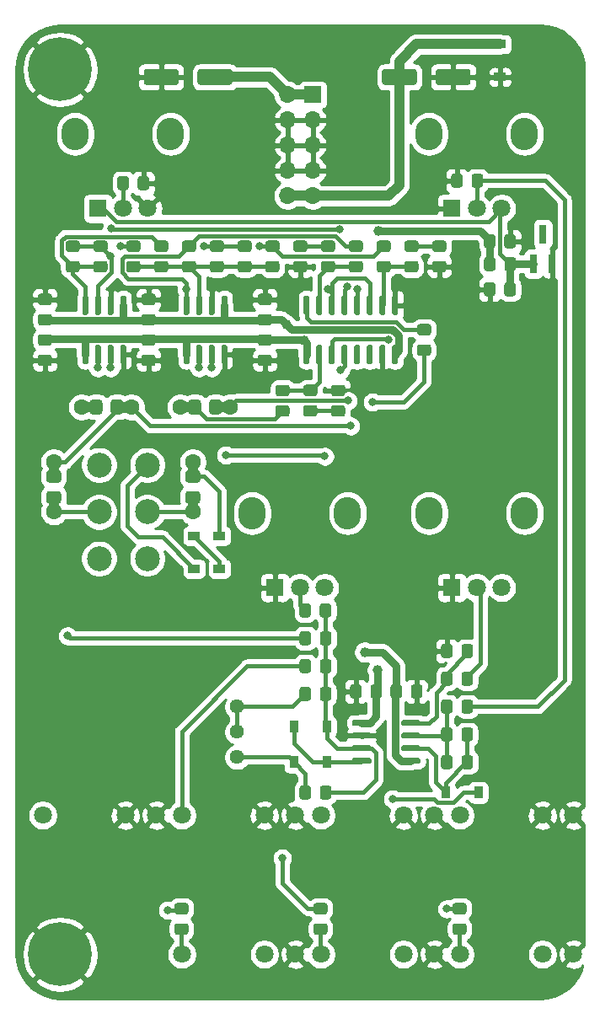
<source format=gbr>
G04 #@! TF.GenerationSoftware,KiCad,Pcbnew,5.1.6-c6e7f7d~87~ubuntu18.04.1*
G04 #@! TF.CreationDate,2020-08-03T08:46:45-04:00*
G04 #@! TF.ProjectId,2164SVF,32313634-5356-4462-9e6b-696361645f70,1*
G04 #@! TF.SameCoordinates,Original*
G04 #@! TF.FileFunction,Copper,L2,Bot*
G04 #@! TF.FilePolarity,Positive*
%FSLAX46Y46*%
G04 Gerber Fmt 4.6, Leading zero omitted, Abs format (unit mm)*
G04 Created by KiCad (PCBNEW 5.1.6-c6e7f7d~87~ubuntu18.04.1) date 2020-08-03 08:46:45*
%MOMM*%
%LPD*%
G01*
G04 APERTURE LIST*
G04 #@! TA.AperFunction,EtchedComponent*
%ADD10C,0.100000*%
G04 #@! TD*
G04 #@! TA.AperFunction,ComponentPad*
%ADD11C,0.800000*%
G04 #@! TD*
G04 #@! TA.AperFunction,ComponentPad*
%ADD12C,6.400000*%
G04 #@! TD*
G04 #@! TA.AperFunction,ComponentPad*
%ADD13C,1.600000*%
G04 #@! TD*
G04 #@! TA.AperFunction,SMDPad,CuDef*
%ADD14R,0.800000X1.900000*%
G04 #@! TD*
G04 #@! TA.AperFunction,ComponentPad*
%ADD15C,2.500000*%
G04 #@! TD*
G04 #@! TA.AperFunction,ComponentPad*
%ADD16O,2.720000X3.240000*%
G04 #@! TD*
G04 #@! TA.AperFunction,ComponentPad*
%ADD17C,1.800000*%
G04 #@! TD*
G04 #@! TA.AperFunction,ComponentPad*
%ADD18R,1.800000X1.800000*%
G04 #@! TD*
G04 #@! TA.AperFunction,ComponentPad*
%ADD19C,1.440000*%
G04 #@! TD*
G04 #@! TA.AperFunction,ComponentPad*
%ADD20O,1.700000X1.700000*%
G04 #@! TD*
G04 #@! TA.AperFunction,ComponentPad*
%ADD21R,1.700000X1.700000*%
G04 #@! TD*
G04 #@! TA.AperFunction,SMDPad,CuDef*
%ADD22R,1.200000X0.900000*%
G04 #@! TD*
G04 #@! TA.AperFunction,SMDPad,CuDef*
%ADD23R,0.900000X1.200000*%
G04 #@! TD*
G04 #@! TA.AperFunction,ViaPad*
%ADD24C,1.000000*%
G04 #@! TD*
G04 #@! TA.AperFunction,ViaPad*
%ADD25C,0.800000*%
G04 #@! TD*
G04 #@! TA.AperFunction,Conductor*
%ADD26C,1.000000*%
G04 #@! TD*
G04 #@! TA.AperFunction,Conductor*
%ADD27C,0.750000*%
G04 #@! TD*
G04 #@! TA.AperFunction,Conductor*
%ADD28C,0.400000*%
G04 #@! TD*
G04 #@! TA.AperFunction,Conductor*
%ADD29C,0.254000*%
G04 #@! TD*
G04 APERTURE END LIST*
D10*
G36*
X106807000Y-95631000D02*
G01*
X106807000Y-96012000D01*
X107759500Y-96012000D01*
X107759500Y-95631000D01*
X106807000Y-95631000D01*
G37*
X106807000Y-95631000D02*
X106807000Y-96012000D01*
X107759500Y-96012000D01*
X107759500Y-95631000D01*
X106807000Y-95631000D01*
G36*
X106807000Y-92075000D02*
G01*
X106807000Y-92456000D01*
X107759500Y-92456000D01*
X107759500Y-92075000D01*
X106807000Y-92075000D01*
G37*
X106807000Y-92075000D02*
X106807000Y-92456000D01*
X107759500Y-92456000D01*
X107759500Y-92075000D01*
X106807000Y-92075000D01*
G36*
X120777000Y-95631000D02*
G01*
X120777000Y-96012000D01*
X121729500Y-96012000D01*
X121729500Y-95631000D01*
X120777000Y-95631000D01*
G37*
X120777000Y-95631000D02*
X120777000Y-96012000D01*
X121729500Y-96012000D01*
X121729500Y-95631000D01*
X120777000Y-95631000D01*
G36*
X120777000Y-92075000D02*
G01*
X120777000Y-92456000D01*
X121729500Y-92456000D01*
X121729500Y-92075000D01*
X120777000Y-92075000D01*
G37*
X120777000Y-92075000D02*
X120777000Y-92456000D01*
X121729500Y-92456000D01*
X121729500Y-92075000D01*
X120777000Y-92075000D01*
G36*
X110998000Y-85471000D02*
G01*
X110617000Y-85471000D01*
X110617000Y-86423500D01*
X110998000Y-86423500D01*
X110998000Y-85471000D01*
G37*
X110998000Y-85471000D02*
X110617000Y-85471000D01*
X110617000Y-86423500D01*
X110998000Y-86423500D01*
X110998000Y-85471000D01*
G36*
X114554000Y-85471000D02*
G01*
X114173000Y-85471000D01*
X114173000Y-86423500D01*
X114554000Y-86423500D01*
X114554000Y-85471000D01*
G37*
X114554000Y-85471000D02*
X114173000Y-85471000D01*
X114173000Y-86423500D01*
X114554000Y-86423500D01*
X114554000Y-85471000D01*
G36*
X120904000Y-85471000D02*
G01*
X120523000Y-85471000D01*
X120523000Y-86423500D01*
X120904000Y-86423500D01*
X120904000Y-85471000D01*
G37*
X120904000Y-85471000D02*
X120523000Y-85471000D01*
X120523000Y-86423500D01*
X120904000Y-86423500D01*
X120904000Y-85471000D01*
G36*
X124460000Y-85471000D02*
G01*
X124079000Y-85471000D01*
X124079000Y-86423500D01*
X124460000Y-86423500D01*
X124460000Y-85471000D01*
G37*
X124460000Y-85471000D02*
X124079000Y-85471000D01*
X124079000Y-86423500D01*
X124460000Y-86423500D01*
X124460000Y-85471000D01*
D11*
X109647056Y-139272944D03*
X107950000Y-138570000D03*
X106252944Y-139272944D03*
X105550000Y-140970000D03*
X106252944Y-142667056D03*
X107950000Y-143370000D03*
X109647056Y-142667056D03*
X110350000Y-140970000D03*
D12*
X107950000Y-140970000D03*
D11*
X109647056Y-50372944D03*
X107950000Y-49670000D03*
X106252944Y-50372944D03*
X105550000Y-52070000D03*
X106252944Y-53767056D03*
X107950000Y-54470000D03*
X109647056Y-53767056D03*
X110350000Y-52070000D03*
D12*
X107950000Y-52070000D03*
G04 #@! TA.AperFunction,SMDPad,CuDef*
G36*
G01*
X107759500Y-93599000D02*
X106870500Y-93599000D01*
G75*
G02*
X106553000Y-93281500I0J317500D01*
G01*
X106553000Y-92646500D01*
G75*
G02*
X106870500Y-92329000I317500J0D01*
G01*
X107759500Y-92329000D01*
G75*
G02*
X108077000Y-92646500I0J-317500D01*
G01*
X108077000Y-93281500D01*
G75*
G02*
X107759500Y-93599000I-317500J0D01*
G01*
G37*
G04 #@! TD.AperFunction*
G04 #@! TA.AperFunction,SMDPad,CuDef*
G36*
G01*
X107759500Y-95694500D02*
X106870500Y-95694500D01*
G75*
G02*
X106553000Y-95377000I0J317500D01*
G01*
X106553000Y-94742000D01*
G75*
G02*
X106870500Y-94424500I317500J0D01*
G01*
X107759500Y-94424500D01*
G75*
G02*
X108077000Y-94742000I0J-317500D01*
G01*
X108077000Y-95377000D01*
G75*
G02*
X107759500Y-95694500I-317500J0D01*
G01*
G37*
G04 #@! TD.AperFunction*
D13*
X107315000Y-91520000D03*
X107315000Y-96520000D03*
G04 #@! TA.AperFunction,SMDPad,CuDef*
G36*
G01*
X121729500Y-93599000D02*
X120840500Y-93599000D01*
G75*
G02*
X120523000Y-93281500I0J317500D01*
G01*
X120523000Y-92646500D01*
G75*
G02*
X120840500Y-92329000I317500J0D01*
G01*
X121729500Y-92329000D01*
G75*
G02*
X122047000Y-92646500I0J-317500D01*
G01*
X122047000Y-93281500D01*
G75*
G02*
X121729500Y-93599000I-317500J0D01*
G01*
G37*
G04 #@! TD.AperFunction*
G04 #@! TA.AperFunction,SMDPad,CuDef*
G36*
G01*
X121729500Y-95694500D02*
X120840500Y-95694500D01*
G75*
G02*
X120523000Y-95377000I0J317500D01*
G01*
X120523000Y-94742000D01*
G75*
G02*
X120840500Y-94424500I317500J0D01*
G01*
X121729500Y-94424500D01*
G75*
G02*
X122047000Y-94742000I0J-317500D01*
G01*
X122047000Y-95377000D01*
G75*
G02*
X121729500Y-95694500I-317500J0D01*
G01*
G37*
G04 #@! TD.AperFunction*
X121285000Y-91520000D03*
X121285000Y-96520000D03*
G04 #@! TA.AperFunction,SMDPad,CuDef*
G36*
G01*
X113030000Y-86423500D02*
X113030000Y-85534500D01*
G75*
G02*
X113347500Y-85217000I317500J0D01*
G01*
X113982500Y-85217000D01*
G75*
G02*
X114300000Y-85534500I0J-317500D01*
G01*
X114300000Y-86423500D01*
G75*
G02*
X113982500Y-86741000I-317500J0D01*
G01*
X113347500Y-86741000D01*
G75*
G02*
X113030000Y-86423500I0J317500D01*
G01*
G37*
G04 #@! TD.AperFunction*
G04 #@! TA.AperFunction,SMDPad,CuDef*
G36*
G01*
X110934500Y-86423500D02*
X110934500Y-85534500D01*
G75*
G02*
X111252000Y-85217000I317500J0D01*
G01*
X111887000Y-85217000D01*
G75*
G02*
X112204500Y-85534500I0J-317500D01*
G01*
X112204500Y-86423500D01*
G75*
G02*
X111887000Y-86741000I-317500J0D01*
G01*
X111252000Y-86741000D01*
G75*
G02*
X110934500Y-86423500I0J317500D01*
G01*
G37*
G04 #@! TD.AperFunction*
X115109000Y-85979000D03*
X110109000Y-85979000D03*
G04 #@! TA.AperFunction,SMDPad,CuDef*
G36*
G01*
X122936000Y-86423500D02*
X122936000Y-85534500D01*
G75*
G02*
X123253500Y-85217000I317500J0D01*
G01*
X123888500Y-85217000D01*
G75*
G02*
X124206000Y-85534500I0J-317500D01*
G01*
X124206000Y-86423500D01*
G75*
G02*
X123888500Y-86741000I-317500J0D01*
G01*
X123253500Y-86741000D01*
G75*
G02*
X122936000Y-86423500I0J317500D01*
G01*
G37*
G04 #@! TD.AperFunction*
G04 #@! TA.AperFunction,SMDPad,CuDef*
G36*
G01*
X120840500Y-86423500D02*
X120840500Y-85534500D01*
G75*
G02*
X121158000Y-85217000I317500J0D01*
G01*
X121793000Y-85217000D01*
G75*
G02*
X122110500Y-85534500I0J-317500D01*
G01*
X122110500Y-86423500D01*
G75*
G02*
X121793000Y-86741000I-317500J0D01*
G01*
X121158000Y-86741000D01*
G75*
G02*
X120840500Y-86423500I0J317500D01*
G01*
G37*
G04 #@! TD.AperFunction*
X125015000Y-85979000D03*
X120015000Y-85979000D03*
D14*
X156464000Y-68604000D03*
X155514000Y-71604000D03*
X157414000Y-71604000D03*
G04 #@! TA.AperFunction,SMDPad,CuDef*
G36*
G01*
X142216000Y-121689000D02*
X142216000Y-121389000D01*
G75*
G02*
X142366000Y-121239000I150000J0D01*
G01*
X144016000Y-121239000D01*
G75*
G02*
X144166000Y-121389000I0J-150000D01*
G01*
X144166000Y-121689000D01*
G75*
G02*
X144016000Y-121839000I-150000J0D01*
G01*
X142366000Y-121839000D01*
G75*
G02*
X142216000Y-121689000I0J150000D01*
G01*
G37*
G04 #@! TD.AperFunction*
G04 #@! TA.AperFunction,SMDPad,CuDef*
G36*
G01*
X142216000Y-120419000D02*
X142216000Y-120119000D01*
G75*
G02*
X142366000Y-119969000I150000J0D01*
G01*
X144016000Y-119969000D01*
G75*
G02*
X144166000Y-120119000I0J-150000D01*
G01*
X144166000Y-120419000D01*
G75*
G02*
X144016000Y-120569000I-150000J0D01*
G01*
X142366000Y-120569000D01*
G75*
G02*
X142216000Y-120419000I0J150000D01*
G01*
G37*
G04 #@! TD.AperFunction*
G04 #@! TA.AperFunction,SMDPad,CuDef*
G36*
G01*
X142216000Y-119149000D02*
X142216000Y-118849000D01*
G75*
G02*
X142366000Y-118699000I150000J0D01*
G01*
X144016000Y-118699000D01*
G75*
G02*
X144166000Y-118849000I0J-150000D01*
G01*
X144166000Y-119149000D01*
G75*
G02*
X144016000Y-119299000I-150000J0D01*
G01*
X142366000Y-119299000D01*
G75*
G02*
X142216000Y-119149000I0J150000D01*
G01*
G37*
G04 #@! TD.AperFunction*
G04 #@! TA.AperFunction,SMDPad,CuDef*
G36*
G01*
X142216000Y-117879000D02*
X142216000Y-117579000D01*
G75*
G02*
X142366000Y-117429000I150000J0D01*
G01*
X144016000Y-117429000D01*
G75*
G02*
X144166000Y-117579000I0J-150000D01*
G01*
X144166000Y-117879000D01*
G75*
G02*
X144016000Y-118029000I-150000J0D01*
G01*
X142366000Y-118029000D01*
G75*
G02*
X142216000Y-117879000I0J150000D01*
G01*
G37*
G04 #@! TD.AperFunction*
G04 #@! TA.AperFunction,SMDPad,CuDef*
G36*
G01*
X137266000Y-117879000D02*
X137266000Y-117579000D01*
G75*
G02*
X137416000Y-117429000I150000J0D01*
G01*
X139066000Y-117429000D01*
G75*
G02*
X139216000Y-117579000I0J-150000D01*
G01*
X139216000Y-117879000D01*
G75*
G02*
X139066000Y-118029000I-150000J0D01*
G01*
X137416000Y-118029000D01*
G75*
G02*
X137266000Y-117879000I0J150000D01*
G01*
G37*
G04 #@! TD.AperFunction*
G04 #@! TA.AperFunction,SMDPad,CuDef*
G36*
G01*
X137266000Y-119149000D02*
X137266000Y-118849000D01*
G75*
G02*
X137416000Y-118699000I150000J0D01*
G01*
X139066000Y-118699000D01*
G75*
G02*
X139216000Y-118849000I0J-150000D01*
G01*
X139216000Y-119149000D01*
G75*
G02*
X139066000Y-119299000I-150000J0D01*
G01*
X137416000Y-119299000D01*
G75*
G02*
X137266000Y-119149000I0J150000D01*
G01*
G37*
G04 #@! TD.AperFunction*
G04 #@! TA.AperFunction,SMDPad,CuDef*
G36*
G01*
X137266000Y-120419000D02*
X137266000Y-120119000D01*
G75*
G02*
X137416000Y-119969000I150000J0D01*
G01*
X139066000Y-119969000D01*
G75*
G02*
X139216000Y-120119000I0J-150000D01*
G01*
X139216000Y-120419000D01*
G75*
G02*
X139066000Y-120569000I-150000J0D01*
G01*
X137416000Y-120569000D01*
G75*
G02*
X137266000Y-120419000I0J150000D01*
G01*
G37*
G04 #@! TD.AperFunction*
G04 #@! TA.AperFunction,SMDPad,CuDef*
G36*
G01*
X137266000Y-121689000D02*
X137266000Y-121389000D01*
G75*
G02*
X137416000Y-121239000I150000J0D01*
G01*
X139066000Y-121239000D01*
G75*
G02*
X139216000Y-121389000I0J-150000D01*
G01*
X139216000Y-121689000D01*
G75*
G02*
X139066000Y-121839000I-150000J0D01*
G01*
X137416000Y-121839000D01*
G75*
G02*
X137266000Y-121689000I0J150000D01*
G01*
G37*
G04 #@! TD.AperFunction*
G04 #@! TA.AperFunction,SMDPad,CuDef*
G36*
G01*
X110340000Y-79732000D02*
X110640000Y-79732000D01*
G75*
G02*
X110790000Y-79882000I0J-150000D01*
G01*
X110790000Y-81532000D01*
G75*
G02*
X110640000Y-81682000I-150000J0D01*
G01*
X110340000Y-81682000D01*
G75*
G02*
X110190000Y-81532000I0J150000D01*
G01*
X110190000Y-79882000D01*
G75*
G02*
X110340000Y-79732000I150000J0D01*
G01*
G37*
G04 #@! TD.AperFunction*
G04 #@! TA.AperFunction,SMDPad,CuDef*
G36*
G01*
X111610000Y-79732000D02*
X111910000Y-79732000D01*
G75*
G02*
X112060000Y-79882000I0J-150000D01*
G01*
X112060000Y-81532000D01*
G75*
G02*
X111910000Y-81682000I-150000J0D01*
G01*
X111610000Y-81682000D01*
G75*
G02*
X111460000Y-81532000I0J150000D01*
G01*
X111460000Y-79882000D01*
G75*
G02*
X111610000Y-79732000I150000J0D01*
G01*
G37*
G04 #@! TD.AperFunction*
G04 #@! TA.AperFunction,SMDPad,CuDef*
G36*
G01*
X112880000Y-79732000D02*
X113180000Y-79732000D01*
G75*
G02*
X113330000Y-79882000I0J-150000D01*
G01*
X113330000Y-81532000D01*
G75*
G02*
X113180000Y-81682000I-150000J0D01*
G01*
X112880000Y-81682000D01*
G75*
G02*
X112730000Y-81532000I0J150000D01*
G01*
X112730000Y-79882000D01*
G75*
G02*
X112880000Y-79732000I150000J0D01*
G01*
G37*
G04 #@! TD.AperFunction*
G04 #@! TA.AperFunction,SMDPad,CuDef*
G36*
G01*
X114150000Y-79732000D02*
X114450000Y-79732000D01*
G75*
G02*
X114600000Y-79882000I0J-150000D01*
G01*
X114600000Y-81532000D01*
G75*
G02*
X114450000Y-81682000I-150000J0D01*
G01*
X114150000Y-81682000D01*
G75*
G02*
X114000000Y-81532000I0J150000D01*
G01*
X114000000Y-79882000D01*
G75*
G02*
X114150000Y-79732000I150000J0D01*
G01*
G37*
G04 #@! TD.AperFunction*
G04 #@! TA.AperFunction,SMDPad,CuDef*
G36*
G01*
X114150000Y-74782000D02*
X114450000Y-74782000D01*
G75*
G02*
X114600000Y-74932000I0J-150000D01*
G01*
X114600000Y-76582000D01*
G75*
G02*
X114450000Y-76732000I-150000J0D01*
G01*
X114150000Y-76732000D01*
G75*
G02*
X114000000Y-76582000I0J150000D01*
G01*
X114000000Y-74932000D01*
G75*
G02*
X114150000Y-74782000I150000J0D01*
G01*
G37*
G04 #@! TD.AperFunction*
G04 #@! TA.AperFunction,SMDPad,CuDef*
G36*
G01*
X112880000Y-74782000D02*
X113180000Y-74782000D01*
G75*
G02*
X113330000Y-74932000I0J-150000D01*
G01*
X113330000Y-76582000D01*
G75*
G02*
X113180000Y-76732000I-150000J0D01*
G01*
X112880000Y-76732000D01*
G75*
G02*
X112730000Y-76582000I0J150000D01*
G01*
X112730000Y-74932000D01*
G75*
G02*
X112880000Y-74782000I150000J0D01*
G01*
G37*
G04 #@! TD.AperFunction*
G04 #@! TA.AperFunction,SMDPad,CuDef*
G36*
G01*
X111610000Y-74782000D02*
X111910000Y-74782000D01*
G75*
G02*
X112060000Y-74932000I0J-150000D01*
G01*
X112060000Y-76582000D01*
G75*
G02*
X111910000Y-76732000I-150000J0D01*
G01*
X111610000Y-76732000D01*
G75*
G02*
X111460000Y-76582000I0J150000D01*
G01*
X111460000Y-74932000D01*
G75*
G02*
X111610000Y-74782000I150000J0D01*
G01*
G37*
G04 #@! TD.AperFunction*
G04 #@! TA.AperFunction,SMDPad,CuDef*
G36*
G01*
X110340000Y-74782000D02*
X110640000Y-74782000D01*
G75*
G02*
X110790000Y-74932000I0J-150000D01*
G01*
X110790000Y-76582000D01*
G75*
G02*
X110640000Y-76732000I-150000J0D01*
G01*
X110340000Y-76732000D01*
G75*
G02*
X110190000Y-76582000I0J150000D01*
G01*
X110190000Y-74932000D01*
G75*
G02*
X110340000Y-74782000I150000J0D01*
G01*
G37*
G04 #@! TD.AperFunction*
G04 #@! TA.AperFunction,SMDPad,CuDef*
G36*
G01*
X132565000Y-79732000D02*
X132865000Y-79732000D01*
G75*
G02*
X133015000Y-79882000I0J-150000D01*
G01*
X133015000Y-81532000D01*
G75*
G02*
X132865000Y-81682000I-150000J0D01*
G01*
X132565000Y-81682000D01*
G75*
G02*
X132415000Y-81532000I0J150000D01*
G01*
X132415000Y-79882000D01*
G75*
G02*
X132565000Y-79732000I150000J0D01*
G01*
G37*
G04 #@! TD.AperFunction*
G04 #@! TA.AperFunction,SMDPad,CuDef*
G36*
G01*
X133835000Y-79732000D02*
X134135000Y-79732000D01*
G75*
G02*
X134285000Y-79882000I0J-150000D01*
G01*
X134285000Y-81532000D01*
G75*
G02*
X134135000Y-81682000I-150000J0D01*
G01*
X133835000Y-81682000D01*
G75*
G02*
X133685000Y-81532000I0J150000D01*
G01*
X133685000Y-79882000D01*
G75*
G02*
X133835000Y-79732000I150000J0D01*
G01*
G37*
G04 #@! TD.AperFunction*
G04 #@! TA.AperFunction,SMDPad,CuDef*
G36*
G01*
X135105000Y-79732000D02*
X135405000Y-79732000D01*
G75*
G02*
X135555000Y-79882000I0J-150000D01*
G01*
X135555000Y-81532000D01*
G75*
G02*
X135405000Y-81682000I-150000J0D01*
G01*
X135105000Y-81682000D01*
G75*
G02*
X134955000Y-81532000I0J150000D01*
G01*
X134955000Y-79882000D01*
G75*
G02*
X135105000Y-79732000I150000J0D01*
G01*
G37*
G04 #@! TD.AperFunction*
G04 #@! TA.AperFunction,SMDPad,CuDef*
G36*
G01*
X136375000Y-79732000D02*
X136675000Y-79732000D01*
G75*
G02*
X136825000Y-79882000I0J-150000D01*
G01*
X136825000Y-81532000D01*
G75*
G02*
X136675000Y-81682000I-150000J0D01*
G01*
X136375000Y-81682000D01*
G75*
G02*
X136225000Y-81532000I0J150000D01*
G01*
X136225000Y-79882000D01*
G75*
G02*
X136375000Y-79732000I150000J0D01*
G01*
G37*
G04 #@! TD.AperFunction*
G04 #@! TA.AperFunction,SMDPad,CuDef*
G36*
G01*
X137645000Y-79732000D02*
X137945000Y-79732000D01*
G75*
G02*
X138095000Y-79882000I0J-150000D01*
G01*
X138095000Y-81532000D01*
G75*
G02*
X137945000Y-81682000I-150000J0D01*
G01*
X137645000Y-81682000D01*
G75*
G02*
X137495000Y-81532000I0J150000D01*
G01*
X137495000Y-79882000D01*
G75*
G02*
X137645000Y-79732000I150000J0D01*
G01*
G37*
G04 #@! TD.AperFunction*
G04 #@! TA.AperFunction,SMDPad,CuDef*
G36*
G01*
X138915000Y-79732000D02*
X139215000Y-79732000D01*
G75*
G02*
X139365000Y-79882000I0J-150000D01*
G01*
X139365000Y-81532000D01*
G75*
G02*
X139215000Y-81682000I-150000J0D01*
G01*
X138915000Y-81682000D01*
G75*
G02*
X138765000Y-81532000I0J150000D01*
G01*
X138765000Y-79882000D01*
G75*
G02*
X138915000Y-79732000I150000J0D01*
G01*
G37*
G04 #@! TD.AperFunction*
G04 #@! TA.AperFunction,SMDPad,CuDef*
G36*
G01*
X140185000Y-79732000D02*
X140485000Y-79732000D01*
G75*
G02*
X140635000Y-79882000I0J-150000D01*
G01*
X140635000Y-81532000D01*
G75*
G02*
X140485000Y-81682000I-150000J0D01*
G01*
X140185000Y-81682000D01*
G75*
G02*
X140035000Y-81532000I0J150000D01*
G01*
X140035000Y-79882000D01*
G75*
G02*
X140185000Y-79732000I150000J0D01*
G01*
G37*
G04 #@! TD.AperFunction*
G04 #@! TA.AperFunction,SMDPad,CuDef*
G36*
G01*
X141455000Y-79732000D02*
X141755000Y-79732000D01*
G75*
G02*
X141905000Y-79882000I0J-150000D01*
G01*
X141905000Y-81532000D01*
G75*
G02*
X141755000Y-81682000I-150000J0D01*
G01*
X141455000Y-81682000D01*
G75*
G02*
X141305000Y-81532000I0J150000D01*
G01*
X141305000Y-79882000D01*
G75*
G02*
X141455000Y-79732000I150000J0D01*
G01*
G37*
G04 #@! TD.AperFunction*
G04 #@! TA.AperFunction,SMDPad,CuDef*
G36*
G01*
X141455000Y-74782000D02*
X141755000Y-74782000D01*
G75*
G02*
X141905000Y-74932000I0J-150000D01*
G01*
X141905000Y-76582000D01*
G75*
G02*
X141755000Y-76732000I-150000J0D01*
G01*
X141455000Y-76732000D01*
G75*
G02*
X141305000Y-76582000I0J150000D01*
G01*
X141305000Y-74932000D01*
G75*
G02*
X141455000Y-74782000I150000J0D01*
G01*
G37*
G04 #@! TD.AperFunction*
G04 #@! TA.AperFunction,SMDPad,CuDef*
G36*
G01*
X140185000Y-74782000D02*
X140485000Y-74782000D01*
G75*
G02*
X140635000Y-74932000I0J-150000D01*
G01*
X140635000Y-76582000D01*
G75*
G02*
X140485000Y-76732000I-150000J0D01*
G01*
X140185000Y-76732000D01*
G75*
G02*
X140035000Y-76582000I0J150000D01*
G01*
X140035000Y-74932000D01*
G75*
G02*
X140185000Y-74782000I150000J0D01*
G01*
G37*
G04 #@! TD.AperFunction*
G04 #@! TA.AperFunction,SMDPad,CuDef*
G36*
G01*
X138915000Y-74782000D02*
X139215000Y-74782000D01*
G75*
G02*
X139365000Y-74932000I0J-150000D01*
G01*
X139365000Y-76582000D01*
G75*
G02*
X139215000Y-76732000I-150000J0D01*
G01*
X138915000Y-76732000D01*
G75*
G02*
X138765000Y-76582000I0J150000D01*
G01*
X138765000Y-74932000D01*
G75*
G02*
X138915000Y-74782000I150000J0D01*
G01*
G37*
G04 #@! TD.AperFunction*
G04 #@! TA.AperFunction,SMDPad,CuDef*
G36*
G01*
X137645000Y-74782000D02*
X137945000Y-74782000D01*
G75*
G02*
X138095000Y-74932000I0J-150000D01*
G01*
X138095000Y-76582000D01*
G75*
G02*
X137945000Y-76732000I-150000J0D01*
G01*
X137645000Y-76732000D01*
G75*
G02*
X137495000Y-76582000I0J150000D01*
G01*
X137495000Y-74932000D01*
G75*
G02*
X137645000Y-74782000I150000J0D01*
G01*
G37*
G04 #@! TD.AperFunction*
G04 #@! TA.AperFunction,SMDPad,CuDef*
G36*
G01*
X136375000Y-74782000D02*
X136675000Y-74782000D01*
G75*
G02*
X136825000Y-74932000I0J-150000D01*
G01*
X136825000Y-76582000D01*
G75*
G02*
X136675000Y-76732000I-150000J0D01*
G01*
X136375000Y-76732000D01*
G75*
G02*
X136225000Y-76582000I0J150000D01*
G01*
X136225000Y-74932000D01*
G75*
G02*
X136375000Y-74782000I150000J0D01*
G01*
G37*
G04 #@! TD.AperFunction*
G04 #@! TA.AperFunction,SMDPad,CuDef*
G36*
G01*
X135105000Y-74782000D02*
X135405000Y-74782000D01*
G75*
G02*
X135555000Y-74932000I0J-150000D01*
G01*
X135555000Y-76582000D01*
G75*
G02*
X135405000Y-76732000I-150000J0D01*
G01*
X135105000Y-76732000D01*
G75*
G02*
X134955000Y-76582000I0J150000D01*
G01*
X134955000Y-74932000D01*
G75*
G02*
X135105000Y-74782000I150000J0D01*
G01*
G37*
G04 #@! TD.AperFunction*
G04 #@! TA.AperFunction,SMDPad,CuDef*
G36*
G01*
X133835000Y-74782000D02*
X134135000Y-74782000D01*
G75*
G02*
X134285000Y-74932000I0J-150000D01*
G01*
X134285000Y-76582000D01*
G75*
G02*
X134135000Y-76732000I-150000J0D01*
G01*
X133835000Y-76732000D01*
G75*
G02*
X133685000Y-76582000I0J150000D01*
G01*
X133685000Y-74932000D01*
G75*
G02*
X133835000Y-74782000I150000J0D01*
G01*
G37*
G04 #@! TD.AperFunction*
G04 #@! TA.AperFunction,SMDPad,CuDef*
G36*
G01*
X132565000Y-74782000D02*
X132865000Y-74782000D01*
G75*
G02*
X133015000Y-74932000I0J-150000D01*
G01*
X133015000Y-76582000D01*
G75*
G02*
X132865000Y-76732000I-150000J0D01*
G01*
X132565000Y-76732000D01*
G75*
G02*
X132415000Y-76582000I0J150000D01*
G01*
X132415000Y-74932000D01*
G75*
G02*
X132565000Y-74782000I150000J0D01*
G01*
G37*
G04 #@! TD.AperFunction*
G04 #@! TA.AperFunction,SMDPad,CuDef*
G36*
G01*
X120500000Y-79732000D02*
X120800000Y-79732000D01*
G75*
G02*
X120950000Y-79882000I0J-150000D01*
G01*
X120950000Y-81532000D01*
G75*
G02*
X120800000Y-81682000I-150000J0D01*
G01*
X120500000Y-81682000D01*
G75*
G02*
X120350000Y-81532000I0J150000D01*
G01*
X120350000Y-79882000D01*
G75*
G02*
X120500000Y-79732000I150000J0D01*
G01*
G37*
G04 #@! TD.AperFunction*
G04 #@! TA.AperFunction,SMDPad,CuDef*
G36*
G01*
X121770000Y-79732000D02*
X122070000Y-79732000D01*
G75*
G02*
X122220000Y-79882000I0J-150000D01*
G01*
X122220000Y-81532000D01*
G75*
G02*
X122070000Y-81682000I-150000J0D01*
G01*
X121770000Y-81682000D01*
G75*
G02*
X121620000Y-81532000I0J150000D01*
G01*
X121620000Y-79882000D01*
G75*
G02*
X121770000Y-79732000I150000J0D01*
G01*
G37*
G04 #@! TD.AperFunction*
G04 #@! TA.AperFunction,SMDPad,CuDef*
G36*
G01*
X123040000Y-79732000D02*
X123340000Y-79732000D01*
G75*
G02*
X123490000Y-79882000I0J-150000D01*
G01*
X123490000Y-81532000D01*
G75*
G02*
X123340000Y-81682000I-150000J0D01*
G01*
X123040000Y-81682000D01*
G75*
G02*
X122890000Y-81532000I0J150000D01*
G01*
X122890000Y-79882000D01*
G75*
G02*
X123040000Y-79732000I150000J0D01*
G01*
G37*
G04 #@! TD.AperFunction*
G04 #@! TA.AperFunction,SMDPad,CuDef*
G36*
G01*
X124310000Y-79732000D02*
X124610000Y-79732000D01*
G75*
G02*
X124760000Y-79882000I0J-150000D01*
G01*
X124760000Y-81532000D01*
G75*
G02*
X124610000Y-81682000I-150000J0D01*
G01*
X124310000Y-81682000D01*
G75*
G02*
X124160000Y-81532000I0J150000D01*
G01*
X124160000Y-79882000D01*
G75*
G02*
X124310000Y-79732000I150000J0D01*
G01*
G37*
G04 #@! TD.AperFunction*
G04 #@! TA.AperFunction,SMDPad,CuDef*
G36*
G01*
X124310000Y-74782000D02*
X124610000Y-74782000D01*
G75*
G02*
X124760000Y-74932000I0J-150000D01*
G01*
X124760000Y-76582000D01*
G75*
G02*
X124610000Y-76732000I-150000J0D01*
G01*
X124310000Y-76732000D01*
G75*
G02*
X124160000Y-76582000I0J150000D01*
G01*
X124160000Y-74932000D01*
G75*
G02*
X124310000Y-74782000I150000J0D01*
G01*
G37*
G04 #@! TD.AperFunction*
G04 #@! TA.AperFunction,SMDPad,CuDef*
G36*
G01*
X123040000Y-74782000D02*
X123340000Y-74782000D01*
G75*
G02*
X123490000Y-74932000I0J-150000D01*
G01*
X123490000Y-76582000D01*
G75*
G02*
X123340000Y-76732000I-150000J0D01*
G01*
X123040000Y-76732000D01*
G75*
G02*
X122890000Y-76582000I0J150000D01*
G01*
X122890000Y-74932000D01*
G75*
G02*
X123040000Y-74782000I150000J0D01*
G01*
G37*
G04 #@! TD.AperFunction*
G04 #@! TA.AperFunction,SMDPad,CuDef*
G36*
G01*
X121770000Y-74782000D02*
X122070000Y-74782000D01*
G75*
G02*
X122220000Y-74932000I0J-150000D01*
G01*
X122220000Y-76582000D01*
G75*
G02*
X122070000Y-76732000I-150000J0D01*
G01*
X121770000Y-76732000D01*
G75*
G02*
X121620000Y-76582000I0J150000D01*
G01*
X121620000Y-74932000D01*
G75*
G02*
X121770000Y-74782000I150000J0D01*
G01*
G37*
G04 #@! TD.AperFunction*
G04 #@! TA.AperFunction,SMDPad,CuDef*
G36*
G01*
X120500000Y-74782000D02*
X120800000Y-74782000D01*
G75*
G02*
X120950000Y-74932000I0J-150000D01*
G01*
X120950000Y-76582000D01*
G75*
G02*
X120800000Y-76732000I-150000J0D01*
G01*
X120500000Y-76732000D01*
G75*
G02*
X120350000Y-76582000I0J150000D01*
G01*
X120350000Y-74932000D01*
G75*
G02*
X120500000Y-74782000I150000J0D01*
G01*
G37*
G04 #@! TD.AperFunction*
D15*
X111885000Y-91820000D03*
X111885000Y-96520000D03*
X111885000Y-101220000D03*
X116715000Y-91820000D03*
X116715000Y-96520000D03*
X116715000Y-101220000D03*
D16*
X145020000Y-96640000D03*
X154620000Y-96640000D03*
D17*
X152320000Y-104140000D03*
X149820000Y-104140000D03*
D18*
X147320000Y-104140000D03*
D16*
X145020000Y-58540000D03*
X154620000Y-58540000D03*
D17*
X152320000Y-66040000D03*
X149820000Y-66040000D03*
D18*
X147320000Y-66040000D03*
D19*
X125730000Y-116078000D03*
X125730000Y-118618000D03*
X125730000Y-121158000D03*
D16*
X109460000Y-58540000D03*
X119060000Y-58540000D03*
D17*
X116760000Y-66040000D03*
X114260000Y-66040000D03*
D18*
X111760000Y-66040000D03*
D16*
X127240000Y-96640000D03*
X136840000Y-96640000D03*
D17*
X134540000Y-104140000D03*
X132040000Y-104140000D03*
D18*
X129540000Y-104140000D03*
G04 #@! TA.AperFunction,SMDPad,CuDef*
G36*
G01*
X144976001Y-78798000D02*
X144075999Y-78798000D01*
G75*
G02*
X143826000Y-78548001I0J249999D01*
G01*
X143826000Y-77897999D01*
G75*
G02*
X144075999Y-77648000I249999J0D01*
G01*
X144976001Y-77648000D01*
G75*
G02*
X145226000Y-77897999I0J-249999D01*
G01*
X145226000Y-78548001D01*
G75*
G02*
X144976001Y-78798000I-249999J0D01*
G01*
G37*
G04 #@! TD.AperFunction*
G04 #@! TA.AperFunction,SMDPad,CuDef*
G36*
G01*
X144976001Y-80848000D02*
X144075999Y-80848000D01*
G75*
G02*
X143826000Y-80598001I0J249999D01*
G01*
X143826000Y-79947999D01*
G75*
G02*
X144075999Y-79698000I249999J0D01*
G01*
X144976001Y-79698000D01*
G75*
G02*
X145226000Y-79947999I0J-249999D01*
G01*
X145226000Y-80598001D01*
G75*
G02*
X144976001Y-80848000I-249999J0D01*
G01*
G37*
G04 #@! TD.AperFunction*
G04 #@! TA.AperFunction,SMDPad,CuDef*
G36*
G01*
X151696000Y-71177999D02*
X151696000Y-72078001D01*
G75*
G02*
X151446001Y-72328000I-249999J0D01*
G01*
X150795999Y-72328000D01*
G75*
G02*
X150546000Y-72078001I0J249999D01*
G01*
X150546000Y-71177999D01*
G75*
G02*
X150795999Y-70928000I249999J0D01*
G01*
X151446001Y-70928000D01*
G75*
G02*
X151696000Y-71177999I0J-249999D01*
G01*
G37*
G04 #@! TD.AperFunction*
G04 #@! TA.AperFunction,SMDPad,CuDef*
G36*
G01*
X153746000Y-71177999D02*
X153746000Y-72078001D01*
G75*
G02*
X153496001Y-72328000I-249999J0D01*
G01*
X152845999Y-72328000D01*
G75*
G02*
X152596000Y-72078001I0J249999D01*
G01*
X152596000Y-71177999D01*
G75*
G02*
X152845999Y-70928000I249999J0D01*
G01*
X153496001Y-70928000D01*
G75*
G02*
X153746000Y-71177999I0J-249999D01*
G01*
G37*
G04 #@! TD.AperFunction*
G04 #@! TA.AperFunction,SMDPad,CuDef*
G36*
G01*
X147378000Y-118421999D02*
X147378000Y-119322001D01*
G75*
G02*
X147128001Y-119572000I-249999J0D01*
G01*
X146477999Y-119572000D01*
G75*
G02*
X146228000Y-119322001I0J249999D01*
G01*
X146228000Y-118421999D01*
G75*
G02*
X146477999Y-118172000I249999J0D01*
G01*
X147128001Y-118172000D01*
G75*
G02*
X147378000Y-118421999I0J-249999D01*
G01*
G37*
G04 #@! TD.AperFunction*
G04 #@! TA.AperFunction,SMDPad,CuDef*
G36*
G01*
X149428000Y-118421999D02*
X149428000Y-119322001D01*
G75*
G02*
X149178001Y-119572000I-249999J0D01*
G01*
X148527999Y-119572000D01*
G75*
G02*
X148278000Y-119322001I0J249999D01*
G01*
X148278000Y-118421999D01*
G75*
G02*
X148527999Y-118172000I249999J0D01*
G01*
X149178001Y-118172000D01*
G75*
G02*
X149428000Y-118421999I0J-249999D01*
G01*
G37*
G04 #@! TD.AperFunction*
G04 #@! TA.AperFunction,SMDPad,CuDef*
G36*
G01*
X148287000Y-110940001D02*
X148287000Y-110039999D01*
G75*
G02*
X148536999Y-109790000I249999J0D01*
G01*
X149187001Y-109790000D01*
G75*
G02*
X149437000Y-110039999I0J-249999D01*
G01*
X149437000Y-110940001D01*
G75*
G02*
X149187001Y-111190000I-249999J0D01*
G01*
X148536999Y-111190000D01*
G75*
G02*
X148287000Y-110940001I0J249999D01*
G01*
G37*
G04 #@! TD.AperFunction*
G04 #@! TA.AperFunction,SMDPad,CuDef*
G36*
G01*
X146237000Y-110940001D02*
X146237000Y-110039999D01*
G75*
G02*
X146486999Y-109790000I249999J0D01*
G01*
X147137001Y-109790000D01*
G75*
G02*
X147387000Y-110039999I0J-249999D01*
G01*
X147387000Y-110940001D01*
G75*
G02*
X147137001Y-111190000I-249999J0D01*
G01*
X146486999Y-111190000D01*
G75*
G02*
X146237000Y-110940001I0J249999D01*
G01*
G37*
G04 #@! TD.AperFunction*
G04 #@! TA.AperFunction,SMDPad,CuDef*
G36*
G01*
X148278000Y-113734001D02*
X148278000Y-112833999D01*
G75*
G02*
X148527999Y-112584000I249999J0D01*
G01*
X149178001Y-112584000D01*
G75*
G02*
X149428000Y-112833999I0J-249999D01*
G01*
X149428000Y-113734001D01*
G75*
G02*
X149178001Y-113984000I-249999J0D01*
G01*
X148527999Y-113984000D01*
G75*
G02*
X148278000Y-113734001I0J249999D01*
G01*
G37*
G04 #@! TD.AperFunction*
G04 #@! TA.AperFunction,SMDPad,CuDef*
G36*
G01*
X146228000Y-113734001D02*
X146228000Y-112833999D01*
G75*
G02*
X146477999Y-112584000I249999J0D01*
G01*
X147128001Y-112584000D01*
G75*
G02*
X147378000Y-112833999I0J-249999D01*
G01*
X147378000Y-113734001D01*
G75*
G02*
X147128001Y-113984000I-249999J0D01*
G01*
X146477999Y-113984000D01*
G75*
G02*
X146228000Y-113734001I0J249999D01*
G01*
G37*
G04 #@! TD.AperFunction*
G04 #@! TA.AperFunction,SMDPad,CuDef*
G36*
G01*
X148278000Y-116528001D02*
X148278000Y-115627999D01*
G75*
G02*
X148527999Y-115378000I249999J0D01*
G01*
X149178001Y-115378000D01*
G75*
G02*
X149428000Y-115627999I0J-249999D01*
G01*
X149428000Y-116528001D01*
G75*
G02*
X149178001Y-116778000I-249999J0D01*
G01*
X148527999Y-116778000D01*
G75*
G02*
X148278000Y-116528001I0J249999D01*
G01*
G37*
G04 #@! TD.AperFunction*
G04 #@! TA.AperFunction,SMDPad,CuDef*
G36*
G01*
X146228000Y-116528001D02*
X146228000Y-115627999D01*
G75*
G02*
X146477999Y-115378000I249999J0D01*
G01*
X147128001Y-115378000D01*
G75*
G02*
X147378000Y-115627999I0J-249999D01*
G01*
X147378000Y-116528001D01*
G75*
G02*
X147128001Y-116778000I-249999J0D01*
G01*
X146477999Y-116778000D01*
G75*
G02*
X146228000Y-116528001I0J249999D01*
G01*
G37*
G04 #@! TD.AperFunction*
G04 #@! TA.AperFunction,SMDPad,CuDef*
G36*
G01*
X134054000Y-115258001D02*
X134054000Y-114357999D01*
G75*
G02*
X134303999Y-114108000I249999J0D01*
G01*
X134954001Y-114108000D01*
G75*
G02*
X135204000Y-114357999I0J-249999D01*
G01*
X135204000Y-115258001D01*
G75*
G02*
X134954001Y-115508000I-249999J0D01*
G01*
X134303999Y-115508000D01*
G75*
G02*
X134054000Y-115258001I0J249999D01*
G01*
G37*
G04 #@! TD.AperFunction*
G04 #@! TA.AperFunction,SMDPad,CuDef*
G36*
G01*
X132004000Y-115258001D02*
X132004000Y-114357999D01*
G75*
G02*
X132253999Y-114108000I249999J0D01*
G01*
X132904001Y-114108000D01*
G75*
G02*
X133154000Y-114357999I0J-249999D01*
G01*
X133154000Y-115258001D01*
G75*
G02*
X132904001Y-115508000I-249999J0D01*
G01*
X132253999Y-115508000D01*
G75*
G02*
X132004000Y-115258001I0J249999D01*
G01*
G37*
G04 #@! TD.AperFunction*
G04 #@! TA.AperFunction,SMDPad,CuDef*
G36*
G01*
X133163000Y-108769999D02*
X133163000Y-109670001D01*
G75*
G02*
X132913001Y-109920000I-249999J0D01*
G01*
X132262999Y-109920000D01*
G75*
G02*
X132013000Y-109670001I0J249999D01*
G01*
X132013000Y-108769999D01*
G75*
G02*
X132262999Y-108520000I249999J0D01*
G01*
X132913001Y-108520000D01*
G75*
G02*
X133163000Y-108769999I0J-249999D01*
G01*
G37*
G04 #@! TD.AperFunction*
G04 #@! TA.AperFunction,SMDPad,CuDef*
G36*
G01*
X135213000Y-108769999D02*
X135213000Y-109670001D01*
G75*
G02*
X134963001Y-109920000I-249999J0D01*
G01*
X134312999Y-109920000D01*
G75*
G02*
X134063000Y-109670001I0J249999D01*
G01*
X134063000Y-108769999D01*
G75*
G02*
X134312999Y-108520000I249999J0D01*
G01*
X134963001Y-108520000D01*
G75*
G02*
X135213000Y-108769999I0J-249999D01*
G01*
G37*
G04 #@! TD.AperFunction*
G04 #@! TA.AperFunction,SMDPad,CuDef*
G36*
G01*
X133163000Y-111563999D02*
X133163000Y-112464001D01*
G75*
G02*
X132913001Y-112714000I-249999J0D01*
G01*
X132262999Y-112714000D01*
G75*
G02*
X132013000Y-112464001I0J249999D01*
G01*
X132013000Y-111563999D01*
G75*
G02*
X132262999Y-111314000I249999J0D01*
G01*
X132913001Y-111314000D01*
G75*
G02*
X133163000Y-111563999I0J-249999D01*
G01*
G37*
G04 #@! TD.AperFunction*
G04 #@! TA.AperFunction,SMDPad,CuDef*
G36*
G01*
X135213000Y-111563999D02*
X135213000Y-112464001D01*
G75*
G02*
X134963001Y-112714000I-249999J0D01*
G01*
X134312999Y-112714000D01*
G75*
G02*
X134063000Y-112464001I0J249999D01*
G01*
X134063000Y-111563999D01*
G75*
G02*
X134312999Y-111314000I249999J0D01*
G01*
X134963001Y-111314000D01*
G75*
G02*
X135213000Y-111563999I0J-249999D01*
G01*
G37*
G04 #@! TD.AperFunction*
G04 #@! TA.AperFunction,SMDPad,CuDef*
G36*
G01*
X133145000Y-105975999D02*
X133145000Y-106876001D01*
G75*
G02*
X132895001Y-107126000I-249999J0D01*
G01*
X132244999Y-107126000D01*
G75*
G02*
X131995000Y-106876001I0J249999D01*
G01*
X131995000Y-105975999D01*
G75*
G02*
X132244999Y-105726000I249999J0D01*
G01*
X132895001Y-105726000D01*
G75*
G02*
X133145000Y-105975999I0J-249999D01*
G01*
G37*
G04 #@! TD.AperFunction*
G04 #@! TA.AperFunction,SMDPad,CuDef*
G36*
G01*
X135195000Y-105975999D02*
X135195000Y-106876001D01*
G75*
G02*
X134945001Y-107126000I-249999J0D01*
G01*
X134294999Y-107126000D01*
G75*
G02*
X134045000Y-106876001I0J249999D01*
G01*
X134045000Y-105975999D01*
G75*
G02*
X134294999Y-105726000I249999J0D01*
G01*
X134945001Y-105726000D01*
G75*
G02*
X135195000Y-105975999I0J-249999D01*
G01*
G37*
G04 #@! TD.AperFunction*
G04 #@! TA.AperFunction,SMDPad,CuDef*
G36*
G01*
X142805999Y-71316000D02*
X143706001Y-71316000D01*
G75*
G02*
X143956000Y-71565999I0J-249999D01*
G01*
X143956000Y-72216001D01*
G75*
G02*
X143706001Y-72466000I-249999J0D01*
G01*
X142805999Y-72466000D01*
G75*
G02*
X142556000Y-72216001I0J249999D01*
G01*
X142556000Y-71565999D01*
G75*
G02*
X142805999Y-71316000I249999J0D01*
G01*
G37*
G04 #@! TD.AperFunction*
G04 #@! TA.AperFunction,SMDPad,CuDef*
G36*
G01*
X142805999Y-69266000D02*
X143706001Y-69266000D01*
G75*
G02*
X143956000Y-69515999I0J-249999D01*
G01*
X143956000Y-70166001D01*
G75*
G02*
X143706001Y-70416000I-249999J0D01*
G01*
X142805999Y-70416000D01*
G75*
G02*
X142556000Y-70166001I0J249999D01*
G01*
X142556000Y-69515999D01*
G75*
G02*
X142805999Y-69266000I249999J0D01*
G01*
G37*
G04 #@! TD.AperFunction*
G04 #@! TA.AperFunction,SMDPad,CuDef*
G36*
G01*
X140912001Y-70407000D02*
X140011999Y-70407000D01*
G75*
G02*
X139762000Y-70157001I0J249999D01*
G01*
X139762000Y-69506999D01*
G75*
G02*
X140011999Y-69257000I249999J0D01*
G01*
X140912001Y-69257000D01*
G75*
G02*
X141162000Y-69506999I0J-249999D01*
G01*
X141162000Y-70157001D01*
G75*
G02*
X140912001Y-70407000I-249999J0D01*
G01*
G37*
G04 #@! TD.AperFunction*
G04 #@! TA.AperFunction,SMDPad,CuDef*
G36*
G01*
X140912001Y-72457000D02*
X140011999Y-72457000D01*
G75*
G02*
X139762000Y-72207001I0J249999D01*
G01*
X139762000Y-71556999D01*
G75*
G02*
X140011999Y-71307000I249999J0D01*
G01*
X140912001Y-71307000D01*
G75*
G02*
X141162000Y-71556999I0J-249999D01*
G01*
X141162000Y-72207001D01*
G75*
G02*
X140912001Y-72457000I-249999J0D01*
G01*
G37*
G04 #@! TD.AperFunction*
G04 #@! TA.AperFunction,SMDPad,CuDef*
G36*
G01*
X130752001Y-84903000D02*
X129851999Y-84903000D01*
G75*
G02*
X129602000Y-84653001I0J249999D01*
G01*
X129602000Y-84002999D01*
G75*
G02*
X129851999Y-83753000I249999J0D01*
G01*
X130752001Y-83753000D01*
G75*
G02*
X131002000Y-84002999I0J-249999D01*
G01*
X131002000Y-84653001D01*
G75*
G02*
X130752001Y-84903000I-249999J0D01*
G01*
G37*
G04 #@! TD.AperFunction*
G04 #@! TA.AperFunction,SMDPad,CuDef*
G36*
G01*
X130752001Y-86953000D02*
X129851999Y-86953000D01*
G75*
G02*
X129602000Y-86703001I0J249999D01*
G01*
X129602000Y-86052999D01*
G75*
G02*
X129851999Y-85803000I249999J0D01*
G01*
X130752001Y-85803000D01*
G75*
G02*
X131002000Y-86052999I0J-249999D01*
G01*
X131002000Y-86703001D01*
G75*
G02*
X130752001Y-86953000I-249999J0D01*
G01*
G37*
G04 #@! TD.AperFunction*
G04 #@! TA.AperFunction,SMDPad,CuDef*
G36*
G01*
X133546001Y-84894000D02*
X132645999Y-84894000D01*
G75*
G02*
X132396000Y-84644001I0J249999D01*
G01*
X132396000Y-83993999D01*
G75*
G02*
X132645999Y-83744000I249999J0D01*
G01*
X133546001Y-83744000D01*
G75*
G02*
X133796000Y-83993999I0J-249999D01*
G01*
X133796000Y-84644001D01*
G75*
G02*
X133546001Y-84894000I-249999J0D01*
G01*
G37*
G04 #@! TD.AperFunction*
G04 #@! TA.AperFunction,SMDPad,CuDef*
G36*
G01*
X133546001Y-86944000D02*
X132645999Y-86944000D01*
G75*
G02*
X132396000Y-86694001I0J249999D01*
G01*
X132396000Y-86043999D01*
G75*
G02*
X132645999Y-85794000I249999J0D01*
G01*
X133546001Y-85794000D01*
G75*
G02*
X133796000Y-86043999I0J-249999D01*
G01*
X133796000Y-86694001D01*
G75*
G02*
X133546001Y-86944000I-249999J0D01*
G01*
G37*
G04 #@! TD.AperFunction*
G04 #@! TA.AperFunction,SMDPad,CuDef*
G36*
G01*
X134423999Y-71307000D02*
X135324001Y-71307000D01*
G75*
G02*
X135574000Y-71556999I0J-249999D01*
G01*
X135574000Y-72207001D01*
G75*
G02*
X135324001Y-72457000I-249999J0D01*
G01*
X134423999Y-72457000D01*
G75*
G02*
X134174000Y-72207001I0J249999D01*
G01*
X134174000Y-71556999D01*
G75*
G02*
X134423999Y-71307000I249999J0D01*
G01*
G37*
G04 #@! TD.AperFunction*
G04 #@! TA.AperFunction,SMDPad,CuDef*
G36*
G01*
X134423999Y-69257000D02*
X135324001Y-69257000D01*
G75*
G02*
X135574000Y-69506999I0J-249999D01*
G01*
X135574000Y-70157001D01*
G75*
G02*
X135324001Y-70407000I-249999J0D01*
G01*
X134423999Y-70407000D01*
G75*
G02*
X134174000Y-70157001I0J249999D01*
G01*
X134174000Y-69506999D01*
G75*
G02*
X134423999Y-69257000I249999J0D01*
G01*
G37*
G04 #@! TD.AperFunction*
G04 #@! TA.AperFunction,SMDPad,CuDef*
G36*
G01*
X138118001Y-70407000D02*
X137217999Y-70407000D01*
G75*
G02*
X136968000Y-70157001I0J249999D01*
G01*
X136968000Y-69506999D01*
G75*
G02*
X137217999Y-69257000I249999J0D01*
G01*
X138118001Y-69257000D01*
G75*
G02*
X138368000Y-69506999I0J-249999D01*
G01*
X138368000Y-70157001D01*
G75*
G02*
X138118001Y-70407000I-249999J0D01*
G01*
G37*
G04 #@! TD.AperFunction*
G04 #@! TA.AperFunction,SMDPad,CuDef*
G36*
G01*
X138118001Y-72457000D02*
X137217999Y-72457000D01*
G75*
G02*
X136968000Y-72207001I0J249999D01*
G01*
X136968000Y-71556999D01*
G75*
G02*
X137217999Y-71307000I249999J0D01*
G01*
X138118001Y-71307000D01*
G75*
G02*
X138368000Y-71556999I0J-249999D01*
G01*
X138368000Y-72207001D01*
G75*
G02*
X138118001Y-72457000I-249999J0D01*
G01*
G37*
G04 #@! TD.AperFunction*
G04 #@! TA.AperFunction,SMDPad,CuDef*
G36*
G01*
X111563999Y-71316000D02*
X112464001Y-71316000D01*
G75*
G02*
X112714000Y-71565999I0J-249999D01*
G01*
X112714000Y-72216001D01*
G75*
G02*
X112464001Y-72466000I-249999J0D01*
G01*
X111563999Y-72466000D01*
G75*
G02*
X111314000Y-72216001I0J249999D01*
G01*
X111314000Y-71565999D01*
G75*
G02*
X111563999Y-71316000I249999J0D01*
G01*
G37*
G04 #@! TD.AperFunction*
G04 #@! TA.AperFunction,SMDPad,CuDef*
G36*
G01*
X111563999Y-69266000D02*
X112464001Y-69266000D01*
G75*
G02*
X112714000Y-69515999I0J-249999D01*
G01*
X112714000Y-70166001D01*
G75*
G02*
X112464001Y-70416000I-249999J0D01*
G01*
X111563999Y-70416000D01*
G75*
G02*
X111314000Y-70166001I0J249999D01*
G01*
X111314000Y-69515999D01*
G75*
G02*
X111563999Y-69266000I249999J0D01*
G01*
G37*
G04 #@! TD.AperFunction*
G04 #@! TA.AperFunction,SMDPad,CuDef*
G36*
G01*
X120453999Y-71307000D02*
X121354001Y-71307000D01*
G75*
G02*
X121604000Y-71556999I0J-249999D01*
G01*
X121604000Y-72207001D01*
G75*
G02*
X121354001Y-72457000I-249999J0D01*
G01*
X120453999Y-72457000D01*
G75*
G02*
X120204000Y-72207001I0J249999D01*
G01*
X120204000Y-71556999D01*
G75*
G02*
X120453999Y-71307000I249999J0D01*
G01*
G37*
G04 #@! TD.AperFunction*
G04 #@! TA.AperFunction,SMDPad,CuDef*
G36*
G01*
X120453999Y-69257000D02*
X121354001Y-69257000D01*
G75*
G02*
X121604000Y-69506999I0J-249999D01*
G01*
X121604000Y-70157001D01*
G75*
G02*
X121354001Y-70407000I-249999J0D01*
G01*
X120453999Y-70407000D01*
G75*
G02*
X120204000Y-70157001I0J249999D01*
G01*
X120204000Y-69506999D01*
G75*
G02*
X120453999Y-69257000I249999J0D01*
G01*
G37*
G04 #@! TD.AperFunction*
G04 #@! TA.AperFunction,SMDPad,CuDef*
G36*
G01*
X123247999Y-71307000D02*
X124148001Y-71307000D01*
G75*
G02*
X124398000Y-71556999I0J-249999D01*
G01*
X124398000Y-72207001D01*
G75*
G02*
X124148001Y-72457000I-249999J0D01*
G01*
X123247999Y-72457000D01*
G75*
G02*
X122998000Y-72207001I0J249999D01*
G01*
X122998000Y-71556999D01*
G75*
G02*
X123247999Y-71307000I249999J0D01*
G01*
G37*
G04 #@! TD.AperFunction*
G04 #@! TA.AperFunction,SMDPad,CuDef*
G36*
G01*
X123247999Y-69257000D02*
X124148001Y-69257000D01*
G75*
G02*
X124398000Y-69506999I0J-249999D01*
G01*
X124398000Y-70157001D01*
G75*
G02*
X124148001Y-70407000I-249999J0D01*
G01*
X123247999Y-70407000D01*
G75*
G02*
X122998000Y-70157001I0J249999D01*
G01*
X122998000Y-69506999D01*
G75*
G02*
X123247999Y-69257000I249999J0D01*
G01*
G37*
G04 #@! TD.AperFunction*
G04 #@! TA.AperFunction,SMDPad,CuDef*
G36*
G01*
X117659999Y-71307000D02*
X118560001Y-71307000D01*
G75*
G02*
X118810000Y-71556999I0J-249999D01*
G01*
X118810000Y-72207001D01*
G75*
G02*
X118560001Y-72457000I-249999J0D01*
G01*
X117659999Y-72457000D01*
G75*
G02*
X117410000Y-72207001I0J249999D01*
G01*
X117410000Y-71556999D01*
G75*
G02*
X117659999Y-71307000I249999J0D01*
G01*
G37*
G04 #@! TD.AperFunction*
G04 #@! TA.AperFunction,SMDPad,CuDef*
G36*
G01*
X117659999Y-69257000D02*
X118560001Y-69257000D01*
G75*
G02*
X118810000Y-69506999I0J-249999D01*
G01*
X118810000Y-70157001D01*
G75*
G02*
X118560001Y-70407000I-249999J0D01*
G01*
X117659999Y-70407000D01*
G75*
G02*
X117410000Y-70157001I0J249999D01*
G01*
X117410000Y-69506999D01*
G75*
G02*
X117659999Y-69257000I249999J0D01*
G01*
G37*
G04 #@! TD.AperFunction*
G04 #@! TA.AperFunction,SMDPad,CuDef*
G36*
G01*
X128835999Y-71316000D02*
X129736001Y-71316000D01*
G75*
G02*
X129986000Y-71565999I0J-249999D01*
G01*
X129986000Y-72216001D01*
G75*
G02*
X129736001Y-72466000I-249999J0D01*
G01*
X128835999Y-72466000D01*
G75*
G02*
X128586000Y-72216001I0J249999D01*
G01*
X128586000Y-71565999D01*
G75*
G02*
X128835999Y-71316000I249999J0D01*
G01*
G37*
G04 #@! TD.AperFunction*
G04 #@! TA.AperFunction,SMDPad,CuDef*
G36*
G01*
X128835999Y-69266000D02*
X129736001Y-69266000D01*
G75*
G02*
X129986000Y-69515999I0J-249999D01*
G01*
X129986000Y-70166001D01*
G75*
G02*
X129736001Y-70416000I-249999J0D01*
G01*
X128835999Y-70416000D01*
G75*
G02*
X128586000Y-70166001I0J249999D01*
G01*
X128586000Y-69515999D01*
G75*
G02*
X128835999Y-69266000I249999J0D01*
G01*
G37*
G04 #@! TD.AperFunction*
G04 #@! TA.AperFunction,SMDPad,CuDef*
G36*
G01*
X115766001Y-70416000D02*
X114865999Y-70416000D01*
G75*
G02*
X114616000Y-70166001I0J249999D01*
G01*
X114616000Y-69515999D01*
G75*
G02*
X114865999Y-69266000I249999J0D01*
G01*
X115766001Y-69266000D01*
G75*
G02*
X116016000Y-69515999I0J-249999D01*
G01*
X116016000Y-70166001D01*
G75*
G02*
X115766001Y-70416000I-249999J0D01*
G01*
G37*
G04 #@! TD.AperFunction*
G04 #@! TA.AperFunction,SMDPad,CuDef*
G36*
G01*
X115766001Y-72466000D02*
X114865999Y-72466000D01*
G75*
G02*
X114616000Y-72216001I0J249999D01*
G01*
X114616000Y-71565999D01*
G75*
G02*
X114865999Y-71316000I249999J0D01*
G01*
X115766001Y-71316000D01*
G75*
G02*
X116016000Y-71565999I0J-249999D01*
G01*
X116016000Y-72216001D01*
G75*
G02*
X115766001Y-72466000I-249999J0D01*
G01*
G37*
G04 #@! TD.AperFunction*
G04 #@! TA.AperFunction,SMDPad,CuDef*
G36*
G01*
X120592001Y-136955000D02*
X119691999Y-136955000D01*
G75*
G02*
X119442000Y-136705001I0J249999D01*
G01*
X119442000Y-136054999D01*
G75*
G02*
X119691999Y-135805000I249999J0D01*
G01*
X120592001Y-135805000D01*
G75*
G02*
X120842000Y-136054999I0J-249999D01*
G01*
X120842000Y-136705001D01*
G75*
G02*
X120592001Y-136955000I-249999J0D01*
G01*
G37*
G04 #@! TD.AperFunction*
G04 #@! TA.AperFunction,SMDPad,CuDef*
G36*
G01*
X120592001Y-139005000D02*
X119691999Y-139005000D01*
G75*
G02*
X119442000Y-138755001I0J249999D01*
G01*
X119442000Y-138104999D01*
G75*
G02*
X119691999Y-137855000I249999J0D01*
G01*
X120592001Y-137855000D01*
G75*
G02*
X120842000Y-138104999I0J-249999D01*
G01*
X120842000Y-138755001D01*
G75*
G02*
X120592001Y-139005000I-249999J0D01*
G01*
G37*
G04 #@! TD.AperFunction*
G04 #@! TA.AperFunction,SMDPad,CuDef*
G36*
G01*
X134562001Y-136955000D02*
X133661999Y-136955000D01*
G75*
G02*
X133412000Y-136705001I0J249999D01*
G01*
X133412000Y-136054999D01*
G75*
G02*
X133661999Y-135805000I249999J0D01*
G01*
X134562001Y-135805000D01*
G75*
G02*
X134812000Y-136054999I0J-249999D01*
G01*
X134812000Y-136705001D01*
G75*
G02*
X134562001Y-136955000I-249999J0D01*
G01*
G37*
G04 #@! TD.AperFunction*
G04 #@! TA.AperFunction,SMDPad,CuDef*
G36*
G01*
X134562001Y-139005000D02*
X133661999Y-139005000D01*
G75*
G02*
X133412000Y-138755001I0J249999D01*
G01*
X133412000Y-138104999D01*
G75*
G02*
X133661999Y-137855000I249999J0D01*
G01*
X134562001Y-137855000D01*
G75*
G02*
X134812000Y-138104999I0J-249999D01*
G01*
X134812000Y-138755001D01*
G75*
G02*
X134562001Y-139005000I-249999J0D01*
G01*
G37*
G04 #@! TD.AperFunction*
G04 #@! TA.AperFunction,SMDPad,CuDef*
G36*
G01*
X148532001Y-136955000D02*
X147631999Y-136955000D01*
G75*
G02*
X147382000Y-136705001I0J249999D01*
G01*
X147382000Y-136054999D01*
G75*
G02*
X147631999Y-135805000I249999J0D01*
G01*
X148532001Y-135805000D01*
G75*
G02*
X148782000Y-136054999I0J-249999D01*
G01*
X148782000Y-136705001D01*
G75*
G02*
X148532001Y-136955000I-249999J0D01*
G01*
G37*
G04 #@! TD.AperFunction*
G04 #@! TA.AperFunction,SMDPad,CuDef*
G36*
G01*
X148532001Y-139005000D02*
X147631999Y-139005000D01*
G75*
G02*
X147382000Y-138755001I0J249999D01*
G01*
X147382000Y-138104999D01*
G75*
G02*
X147631999Y-137855000I249999J0D01*
G01*
X148532001Y-137855000D01*
G75*
G02*
X148782000Y-138104999I0J-249999D01*
G01*
X148782000Y-138755001D01*
G75*
G02*
X148532001Y-139005000I-249999J0D01*
G01*
G37*
G04 #@! TD.AperFunction*
D17*
X120175000Y-140970000D03*
X131575000Y-140970000D03*
X128475000Y-140970000D03*
X134145000Y-140970000D03*
X145545000Y-140970000D03*
X142445000Y-140970000D03*
X148115000Y-140970000D03*
X159515000Y-140970000D03*
X156415000Y-140970000D03*
X148115000Y-127000000D03*
X159515000Y-127000000D03*
X156415000Y-127000000D03*
D20*
X130810000Y-64770000D03*
X133350000Y-64770000D03*
X130810000Y-62230000D03*
X133350000Y-62230000D03*
X130810000Y-59690000D03*
X133350000Y-59690000D03*
X130810000Y-57150000D03*
X133350000Y-57150000D03*
X130810000Y-54610000D03*
D21*
X133350000Y-54610000D03*
D17*
X134145000Y-127000000D03*
X145545000Y-127000000D03*
X142445000Y-127000000D03*
X120175000Y-127000000D03*
X131575000Y-127000000D03*
X128475000Y-127000000D03*
X106205000Y-127000000D03*
X117605000Y-127000000D03*
X114505000Y-127000000D03*
D22*
X152146000Y-49530000D03*
X152146000Y-52830000D03*
D23*
X146686000Y-124714000D03*
X149986000Y-124714000D03*
X134746000Y-121666000D03*
X131446000Y-121666000D03*
X134746000Y-118110000D03*
X131446000Y-118110000D03*
D22*
X121412000Y-98934000D03*
X121412000Y-102234000D03*
X123952000Y-102234000D03*
X123952000Y-98934000D03*
G04 #@! TA.AperFunction,SMDPad,CuDef*
G36*
G01*
X139134000Y-115004001D02*
X139134000Y-114103999D01*
G75*
G02*
X139383999Y-113854000I249999J0D01*
G01*
X140034001Y-113854000D01*
G75*
G02*
X140284000Y-114103999I0J-249999D01*
G01*
X140284000Y-115004001D01*
G75*
G02*
X140034001Y-115254000I-249999J0D01*
G01*
X139383999Y-115254000D01*
G75*
G02*
X139134000Y-115004001I0J249999D01*
G01*
G37*
G04 #@! TD.AperFunction*
G04 #@! TA.AperFunction,SMDPad,CuDef*
G36*
G01*
X137084000Y-115004001D02*
X137084000Y-114103999D01*
G75*
G02*
X137333999Y-113854000I249999J0D01*
G01*
X137984001Y-113854000D01*
G75*
G02*
X138234000Y-114103999I0J-249999D01*
G01*
X138234000Y-115004001D01*
G75*
G02*
X137984001Y-115254000I-249999J0D01*
G01*
X137333999Y-115254000D01*
G75*
G02*
X137084000Y-115004001I0J249999D01*
G01*
G37*
G04 #@! TD.AperFunction*
G04 #@! TA.AperFunction,SMDPad,CuDef*
G36*
G01*
X143198000Y-115004001D02*
X143198000Y-114103999D01*
G75*
G02*
X143447999Y-113854000I249999J0D01*
G01*
X144098001Y-113854000D01*
G75*
G02*
X144348000Y-114103999I0J-249999D01*
G01*
X144348000Y-115004001D01*
G75*
G02*
X144098001Y-115254000I-249999J0D01*
G01*
X143447999Y-115254000D01*
G75*
G02*
X143198000Y-115004001I0J249999D01*
G01*
G37*
G04 #@! TD.AperFunction*
G04 #@! TA.AperFunction,SMDPad,CuDef*
G36*
G01*
X141148000Y-115004001D02*
X141148000Y-114103999D01*
G75*
G02*
X141397999Y-113854000I249999J0D01*
G01*
X142048001Y-113854000D01*
G75*
G02*
X142298000Y-114103999I0J-249999D01*
G01*
X142298000Y-115004001D01*
G75*
G02*
X142048001Y-115254000I-249999J0D01*
G01*
X141397999Y-115254000D01*
G75*
G02*
X141148000Y-115004001I0J249999D01*
G01*
G37*
G04 #@! TD.AperFunction*
G04 #@! TA.AperFunction,SMDPad,CuDef*
G36*
G01*
X152587000Y-74618001D02*
X152587000Y-73717999D01*
G75*
G02*
X152836999Y-73468000I249999J0D01*
G01*
X153487001Y-73468000D01*
G75*
G02*
X153737000Y-73717999I0J-249999D01*
G01*
X153737000Y-74618001D01*
G75*
G02*
X153487001Y-74868000I-249999J0D01*
G01*
X152836999Y-74868000D01*
G75*
G02*
X152587000Y-74618001I0J249999D01*
G01*
G37*
G04 #@! TD.AperFunction*
G04 #@! TA.AperFunction,SMDPad,CuDef*
G36*
G01*
X150537000Y-74618001D02*
X150537000Y-73717999D01*
G75*
G02*
X150786999Y-73468000I249999J0D01*
G01*
X151437001Y-73468000D01*
G75*
G02*
X151687000Y-73717999I0J-249999D01*
G01*
X151687000Y-74618001D01*
G75*
G02*
X151437001Y-74868000I-249999J0D01*
G01*
X150786999Y-74868000D01*
G75*
G02*
X150537000Y-74618001I0J249999D01*
G01*
G37*
G04 #@! TD.AperFunction*
G04 #@! TA.AperFunction,SMDPad,CuDef*
G36*
G01*
X105975999Y-76641000D02*
X106876001Y-76641000D01*
G75*
G02*
X107126000Y-76890999I0J-249999D01*
G01*
X107126000Y-77541001D01*
G75*
G02*
X106876001Y-77791000I-249999J0D01*
G01*
X105975999Y-77791000D01*
G75*
G02*
X105726000Y-77541001I0J249999D01*
G01*
X105726000Y-76890999D01*
G75*
G02*
X105975999Y-76641000I249999J0D01*
G01*
G37*
G04 #@! TD.AperFunction*
G04 #@! TA.AperFunction,SMDPad,CuDef*
G36*
G01*
X105975999Y-74591000D02*
X106876001Y-74591000D01*
G75*
G02*
X107126000Y-74840999I0J-249999D01*
G01*
X107126000Y-75491001D01*
G75*
G02*
X106876001Y-75741000I-249999J0D01*
G01*
X105975999Y-75741000D01*
G75*
G02*
X105726000Y-75491001I0J249999D01*
G01*
X105726000Y-74840999D01*
G75*
G02*
X105975999Y-74591000I249999J0D01*
G01*
G37*
G04 #@! TD.AperFunction*
G04 #@! TA.AperFunction,SMDPad,CuDef*
G36*
G01*
X105975999Y-80723000D02*
X106876001Y-80723000D01*
G75*
G02*
X107126000Y-80972999I0J-249999D01*
G01*
X107126000Y-81623001D01*
G75*
G02*
X106876001Y-81873000I-249999J0D01*
G01*
X105975999Y-81873000D01*
G75*
G02*
X105726000Y-81623001I0J249999D01*
G01*
X105726000Y-80972999D01*
G75*
G02*
X105975999Y-80723000I249999J0D01*
G01*
G37*
G04 #@! TD.AperFunction*
G04 #@! TA.AperFunction,SMDPad,CuDef*
G36*
G01*
X105975999Y-78673000D02*
X106876001Y-78673000D01*
G75*
G02*
X107126000Y-78922999I0J-249999D01*
G01*
X107126000Y-79573001D01*
G75*
G02*
X106876001Y-79823000I-249999J0D01*
G01*
X105975999Y-79823000D01*
G75*
G02*
X105726000Y-79573001I0J249999D01*
G01*
X105726000Y-78922999D01*
G75*
G02*
X105975999Y-78673000I249999J0D01*
G01*
G37*
G04 #@! TD.AperFunction*
G04 #@! TA.AperFunction,SMDPad,CuDef*
G36*
G01*
X116389999Y-76641000D02*
X117290001Y-76641000D01*
G75*
G02*
X117540000Y-76890999I0J-249999D01*
G01*
X117540000Y-77541001D01*
G75*
G02*
X117290001Y-77791000I-249999J0D01*
G01*
X116389999Y-77791000D01*
G75*
G02*
X116140000Y-77541001I0J249999D01*
G01*
X116140000Y-76890999D01*
G75*
G02*
X116389999Y-76641000I249999J0D01*
G01*
G37*
G04 #@! TD.AperFunction*
G04 #@! TA.AperFunction,SMDPad,CuDef*
G36*
G01*
X116389999Y-74591000D02*
X117290001Y-74591000D01*
G75*
G02*
X117540000Y-74840999I0J-249999D01*
G01*
X117540000Y-75491001D01*
G75*
G02*
X117290001Y-75741000I-249999J0D01*
G01*
X116389999Y-75741000D01*
G75*
G02*
X116140000Y-75491001I0J249999D01*
G01*
X116140000Y-74840999D01*
G75*
G02*
X116389999Y-74591000I249999J0D01*
G01*
G37*
G04 #@! TD.AperFunction*
G04 #@! TA.AperFunction,SMDPad,CuDef*
G36*
G01*
X116389999Y-80723000D02*
X117290001Y-80723000D01*
G75*
G02*
X117540000Y-80972999I0J-249999D01*
G01*
X117540000Y-81623001D01*
G75*
G02*
X117290001Y-81873000I-249999J0D01*
G01*
X116389999Y-81873000D01*
G75*
G02*
X116140000Y-81623001I0J249999D01*
G01*
X116140000Y-80972999D01*
G75*
G02*
X116389999Y-80723000I249999J0D01*
G01*
G37*
G04 #@! TD.AperFunction*
G04 #@! TA.AperFunction,SMDPad,CuDef*
G36*
G01*
X116389999Y-78673000D02*
X117290001Y-78673000D01*
G75*
G02*
X117540000Y-78922999I0J-249999D01*
G01*
X117540000Y-79573001D01*
G75*
G02*
X117290001Y-79823000I-249999J0D01*
G01*
X116389999Y-79823000D01*
G75*
G02*
X116140000Y-79573001I0J249999D01*
G01*
X116140000Y-78922999D01*
G75*
G02*
X116389999Y-78673000I249999J0D01*
G01*
G37*
G04 #@! TD.AperFunction*
G04 #@! TA.AperFunction,SMDPad,CuDef*
G36*
G01*
X128073999Y-76650000D02*
X128974001Y-76650000D01*
G75*
G02*
X129224000Y-76899999I0J-249999D01*
G01*
X129224000Y-77550001D01*
G75*
G02*
X128974001Y-77800000I-249999J0D01*
G01*
X128073999Y-77800000D01*
G75*
G02*
X127824000Y-77550001I0J249999D01*
G01*
X127824000Y-76899999D01*
G75*
G02*
X128073999Y-76650000I249999J0D01*
G01*
G37*
G04 #@! TD.AperFunction*
G04 #@! TA.AperFunction,SMDPad,CuDef*
G36*
G01*
X128073999Y-74600000D02*
X128974001Y-74600000D01*
G75*
G02*
X129224000Y-74849999I0J-249999D01*
G01*
X129224000Y-75500001D01*
G75*
G02*
X128974001Y-75750000I-249999J0D01*
G01*
X128073999Y-75750000D01*
G75*
G02*
X127824000Y-75500001I0J249999D01*
G01*
X127824000Y-74849999D01*
G75*
G02*
X128073999Y-74600000I249999J0D01*
G01*
G37*
G04 #@! TD.AperFunction*
G04 #@! TA.AperFunction,SMDPad,CuDef*
G36*
G01*
X128073999Y-80723000D02*
X128974001Y-80723000D01*
G75*
G02*
X129224000Y-80972999I0J-249999D01*
G01*
X129224000Y-81623001D01*
G75*
G02*
X128974001Y-81873000I-249999J0D01*
G01*
X128073999Y-81873000D01*
G75*
G02*
X127824000Y-81623001I0J249999D01*
G01*
X127824000Y-80972999D01*
G75*
G02*
X128073999Y-80723000I249999J0D01*
G01*
G37*
G04 #@! TD.AperFunction*
G04 #@! TA.AperFunction,SMDPad,CuDef*
G36*
G01*
X128073999Y-78673000D02*
X128974001Y-78673000D01*
G75*
G02*
X129224000Y-78922999I0J-249999D01*
G01*
X129224000Y-79573001D01*
G75*
G02*
X128974001Y-79823000I-249999J0D01*
G01*
X128073999Y-79823000D01*
G75*
G02*
X127824000Y-79573001I0J249999D01*
G01*
X127824000Y-78922999D01*
G75*
G02*
X128073999Y-78673000I249999J0D01*
G01*
G37*
G04 #@! TD.AperFunction*
G04 #@! TA.AperFunction,SMDPad,CuDef*
G36*
G01*
X151687000Y-68891999D02*
X151687000Y-69792001D01*
G75*
G02*
X151437001Y-70042000I-249999J0D01*
G01*
X150786999Y-70042000D01*
G75*
G02*
X150537000Y-69792001I0J249999D01*
G01*
X150537000Y-68891999D01*
G75*
G02*
X150786999Y-68642000I249999J0D01*
G01*
X151437001Y-68642000D01*
G75*
G02*
X151687000Y-68891999I0J-249999D01*
G01*
G37*
G04 #@! TD.AperFunction*
G04 #@! TA.AperFunction,SMDPad,CuDef*
G36*
G01*
X153737000Y-68891999D02*
X153737000Y-69792001D01*
G75*
G02*
X153487001Y-70042000I-249999J0D01*
G01*
X152836999Y-70042000D01*
G75*
G02*
X152587000Y-69792001I0J249999D01*
G01*
X152587000Y-68891999D01*
G75*
G02*
X152836999Y-68642000I249999J0D01*
G01*
X153487001Y-68642000D01*
G75*
G02*
X153737000Y-68891999I0J-249999D01*
G01*
G37*
G04 #@! TD.AperFunction*
G04 #@! TA.AperFunction,SMDPad,CuDef*
G36*
G01*
X143797000Y-52282000D02*
X143797000Y-53382000D01*
G75*
G02*
X143547000Y-53632000I-250000J0D01*
G01*
X140547000Y-53632000D01*
G75*
G02*
X140297000Y-53382000I0J250000D01*
G01*
X140297000Y-52282000D01*
G75*
G02*
X140547000Y-52032000I250000J0D01*
G01*
X143547000Y-52032000D01*
G75*
G02*
X143797000Y-52282000I0J-250000D01*
G01*
G37*
G04 #@! TD.AperFunction*
G04 #@! TA.AperFunction,SMDPad,CuDef*
G36*
G01*
X149197000Y-52282000D02*
X149197000Y-53382000D01*
G75*
G02*
X148947000Y-53632000I-250000J0D01*
G01*
X145947000Y-53632000D01*
G75*
G02*
X145697000Y-53382000I0J250000D01*
G01*
X145697000Y-52282000D01*
G75*
G02*
X145947000Y-52032000I250000J0D01*
G01*
X148947000Y-52032000D01*
G75*
G02*
X149197000Y-52282000I0J-250000D01*
G01*
G37*
G04 #@! TD.AperFunction*
G04 #@! TA.AperFunction,SMDPad,CuDef*
G36*
G01*
X119860000Y-52282000D02*
X119860000Y-53382000D01*
G75*
G02*
X119610000Y-53632000I-250000J0D01*
G01*
X116610000Y-53632000D01*
G75*
G02*
X116360000Y-53382000I0J250000D01*
G01*
X116360000Y-52282000D01*
G75*
G02*
X116610000Y-52032000I250000J0D01*
G01*
X119610000Y-52032000D01*
G75*
G02*
X119860000Y-52282000I0J-250000D01*
G01*
G37*
G04 #@! TD.AperFunction*
G04 #@! TA.AperFunction,SMDPad,CuDef*
G36*
G01*
X125260000Y-52282000D02*
X125260000Y-53382000D01*
G75*
G02*
X125010000Y-53632000I-250000J0D01*
G01*
X122010000Y-53632000D01*
G75*
G02*
X121760000Y-53382000I0J250000D01*
G01*
X121760000Y-52282000D01*
G75*
G02*
X122010000Y-52032000I250000J0D01*
G01*
X125010000Y-52032000D01*
G75*
G02*
X125260000Y-52282000I0J-250000D01*
G01*
G37*
G04 #@! TD.AperFunction*
G04 #@! TA.AperFunction,SMDPad,CuDef*
G36*
G01*
X147387000Y-121215999D02*
X147387000Y-122116001D01*
G75*
G02*
X147137001Y-122366000I-249999J0D01*
G01*
X146486999Y-122366000D01*
G75*
G02*
X146237000Y-122116001I0J249999D01*
G01*
X146237000Y-121215999D01*
G75*
G02*
X146486999Y-120966000I249999J0D01*
G01*
X147137001Y-120966000D01*
G75*
G02*
X147387000Y-121215999I0J-249999D01*
G01*
G37*
G04 #@! TD.AperFunction*
G04 #@! TA.AperFunction,SMDPad,CuDef*
G36*
G01*
X149437000Y-121215999D02*
X149437000Y-122116001D01*
G75*
G02*
X149187001Y-122366000I-249999J0D01*
G01*
X148536999Y-122366000D01*
G75*
G02*
X148287000Y-122116001I0J249999D01*
G01*
X148287000Y-121215999D01*
G75*
G02*
X148536999Y-120966000I249999J0D01*
G01*
X149187001Y-120966000D01*
G75*
G02*
X149437000Y-121215999I0J-249999D01*
G01*
G37*
G04 #@! TD.AperFunction*
G04 #@! TA.AperFunction,SMDPad,CuDef*
G36*
G01*
X149294000Y-63696001D02*
X149294000Y-62795999D01*
G75*
G02*
X149543999Y-62546000I249999J0D01*
G01*
X150194001Y-62546000D01*
G75*
G02*
X150444000Y-62795999I0J-249999D01*
G01*
X150444000Y-63696001D01*
G75*
G02*
X150194001Y-63946000I-249999J0D01*
G01*
X149543999Y-63946000D01*
G75*
G02*
X149294000Y-63696001I0J249999D01*
G01*
G37*
G04 #@! TD.AperFunction*
G04 #@! TA.AperFunction,SMDPad,CuDef*
G36*
G01*
X147244000Y-63696001D02*
X147244000Y-62795999D01*
G75*
G02*
X147493999Y-62546000I249999J0D01*
G01*
X148144001Y-62546000D01*
G75*
G02*
X148394000Y-62795999I0J-249999D01*
G01*
X148394000Y-63696001D01*
G75*
G02*
X148144001Y-63946000I-249999J0D01*
G01*
X147493999Y-63946000D01*
G75*
G02*
X147244000Y-63696001I0J249999D01*
G01*
G37*
G04 #@! TD.AperFunction*
G04 #@! TA.AperFunction,SMDPad,CuDef*
G36*
G01*
X134054000Y-125164001D02*
X134054000Y-124263999D01*
G75*
G02*
X134303999Y-124014000I249999J0D01*
G01*
X134954001Y-124014000D01*
G75*
G02*
X135204000Y-124263999I0J-249999D01*
G01*
X135204000Y-125164001D01*
G75*
G02*
X134954001Y-125414000I-249999J0D01*
G01*
X134303999Y-125414000D01*
G75*
G02*
X134054000Y-125164001I0J249999D01*
G01*
G37*
G04 #@! TD.AperFunction*
G04 #@! TA.AperFunction,SMDPad,CuDef*
G36*
G01*
X132004000Y-125164001D02*
X132004000Y-124263999D01*
G75*
G02*
X132253999Y-124014000I249999J0D01*
G01*
X132904001Y-124014000D01*
G75*
G02*
X133154000Y-124263999I0J-249999D01*
G01*
X133154000Y-125164001D01*
G75*
G02*
X132904001Y-125414000I-249999J0D01*
G01*
X132253999Y-125414000D01*
G75*
G02*
X132004000Y-125164001I0J249999D01*
G01*
G37*
G04 #@! TD.AperFunction*
G04 #@! TA.AperFunction,SMDPad,CuDef*
G36*
G01*
X114857000Y-63049999D02*
X114857000Y-63950001D01*
G75*
G02*
X114607001Y-64200000I-249999J0D01*
G01*
X113956999Y-64200000D01*
G75*
G02*
X113707000Y-63950001I0J249999D01*
G01*
X113707000Y-63049999D01*
G75*
G02*
X113956999Y-62800000I249999J0D01*
G01*
X114607001Y-62800000D01*
G75*
G02*
X114857000Y-63049999I0J-249999D01*
G01*
G37*
G04 #@! TD.AperFunction*
G04 #@! TA.AperFunction,SMDPad,CuDef*
G36*
G01*
X116907000Y-63049999D02*
X116907000Y-63950001D01*
G75*
G02*
X116657001Y-64200000I-249999J0D01*
G01*
X116006999Y-64200000D01*
G75*
G02*
X115757000Y-63950001I0J249999D01*
G01*
X115757000Y-63049999D01*
G75*
G02*
X116006999Y-62800000I249999J0D01*
G01*
X116657001Y-62800000D01*
G75*
G02*
X116907000Y-63049999I0J-249999D01*
G01*
G37*
G04 #@! TD.AperFunction*
G04 #@! TA.AperFunction,SMDPad,CuDef*
G36*
G01*
X145599999Y-71307000D02*
X146500001Y-71307000D01*
G75*
G02*
X146750000Y-71556999I0J-249999D01*
G01*
X146750000Y-72207001D01*
G75*
G02*
X146500001Y-72457000I-249999J0D01*
G01*
X145599999Y-72457000D01*
G75*
G02*
X145350000Y-72207001I0J249999D01*
G01*
X145350000Y-71556999D01*
G75*
G02*
X145599999Y-71307000I249999J0D01*
G01*
G37*
G04 #@! TD.AperFunction*
G04 #@! TA.AperFunction,SMDPad,CuDef*
G36*
G01*
X145599999Y-69257000D02*
X146500001Y-69257000D01*
G75*
G02*
X146750000Y-69506999I0J-249999D01*
G01*
X146750000Y-70157001D01*
G75*
G02*
X146500001Y-70407000I-249999J0D01*
G01*
X145599999Y-70407000D01*
G75*
G02*
X145350000Y-70157001I0J249999D01*
G01*
X145350000Y-69506999D01*
G75*
G02*
X145599999Y-69257000I249999J0D01*
G01*
G37*
G04 #@! TD.AperFunction*
G04 #@! TA.AperFunction,SMDPad,CuDef*
G36*
G01*
X136340001Y-84903000D02*
X135439999Y-84903000D01*
G75*
G02*
X135190000Y-84653001I0J249999D01*
G01*
X135190000Y-84002999D01*
G75*
G02*
X135439999Y-83753000I249999J0D01*
G01*
X136340001Y-83753000D01*
G75*
G02*
X136590000Y-84002999I0J-249999D01*
G01*
X136590000Y-84653001D01*
G75*
G02*
X136340001Y-84903000I-249999J0D01*
G01*
G37*
G04 #@! TD.AperFunction*
G04 #@! TA.AperFunction,SMDPad,CuDef*
G36*
G01*
X136340001Y-86953000D02*
X135439999Y-86953000D01*
G75*
G02*
X135190000Y-86703001I0J249999D01*
G01*
X135190000Y-86052999D01*
G75*
G02*
X135439999Y-85803000I249999J0D01*
G01*
X136340001Y-85803000D01*
G75*
G02*
X136590000Y-86052999I0J-249999D01*
G01*
X136590000Y-86703001D01*
G75*
G02*
X136340001Y-86953000I-249999J0D01*
G01*
G37*
G04 #@! TD.AperFunction*
G04 #@! TA.AperFunction,SMDPad,CuDef*
G36*
G01*
X131629999Y-71307000D02*
X132530001Y-71307000D01*
G75*
G02*
X132780000Y-71556999I0J-249999D01*
G01*
X132780000Y-72207001D01*
G75*
G02*
X132530001Y-72457000I-249999J0D01*
G01*
X131629999Y-72457000D01*
G75*
G02*
X131380000Y-72207001I0J249999D01*
G01*
X131380000Y-71556999D01*
G75*
G02*
X131629999Y-71307000I249999J0D01*
G01*
G37*
G04 #@! TD.AperFunction*
G04 #@! TA.AperFunction,SMDPad,CuDef*
G36*
G01*
X131629999Y-69257000D02*
X132530001Y-69257000D01*
G75*
G02*
X132780000Y-69506999I0J-249999D01*
G01*
X132780000Y-70157001D01*
G75*
G02*
X132530001Y-70407000I-249999J0D01*
G01*
X131629999Y-70407000D01*
G75*
G02*
X131380000Y-70157001I0J249999D01*
G01*
X131380000Y-69506999D01*
G75*
G02*
X131629999Y-69257000I249999J0D01*
G01*
G37*
G04 #@! TD.AperFunction*
G04 #@! TA.AperFunction,SMDPad,CuDef*
G36*
G01*
X108769999Y-71307000D02*
X109670001Y-71307000D01*
G75*
G02*
X109920000Y-71556999I0J-249999D01*
G01*
X109920000Y-72207001D01*
G75*
G02*
X109670001Y-72457000I-249999J0D01*
G01*
X108769999Y-72457000D01*
G75*
G02*
X108520000Y-72207001I0J249999D01*
G01*
X108520000Y-71556999D01*
G75*
G02*
X108769999Y-71307000I249999J0D01*
G01*
G37*
G04 #@! TD.AperFunction*
G04 #@! TA.AperFunction,SMDPad,CuDef*
G36*
G01*
X108769999Y-69257000D02*
X109670001Y-69257000D01*
G75*
G02*
X109920000Y-69506999I0J-249999D01*
G01*
X109920000Y-70157001D01*
G75*
G02*
X109670001Y-70407000I-249999J0D01*
G01*
X108769999Y-70407000D01*
G75*
G02*
X108520000Y-70157001I0J249999D01*
G01*
X108520000Y-69506999D01*
G75*
G02*
X108769999Y-69257000I249999J0D01*
G01*
G37*
G04 #@! TD.AperFunction*
G04 #@! TA.AperFunction,SMDPad,CuDef*
G36*
G01*
X126041999Y-71307000D02*
X126942001Y-71307000D01*
G75*
G02*
X127192000Y-71556999I0J-249999D01*
G01*
X127192000Y-72207001D01*
G75*
G02*
X126942001Y-72457000I-249999J0D01*
G01*
X126041999Y-72457000D01*
G75*
G02*
X125792000Y-72207001I0J249999D01*
G01*
X125792000Y-71556999D01*
G75*
G02*
X126041999Y-71307000I249999J0D01*
G01*
G37*
G04 #@! TD.AperFunction*
G04 #@! TA.AperFunction,SMDPad,CuDef*
G36*
G01*
X126041999Y-69257000D02*
X126942001Y-69257000D01*
G75*
G02*
X127192000Y-69506999I0J-249999D01*
G01*
X127192000Y-70157001D01*
G75*
G02*
X126942001Y-70407000I-249999J0D01*
G01*
X126041999Y-70407000D01*
G75*
G02*
X125792000Y-70157001I0J249999D01*
G01*
X125792000Y-69506999D01*
G75*
G02*
X126041999Y-69257000I249999J0D01*
G01*
G37*
G04 #@! TD.AperFunction*
D24*
X138557000Y-110617000D03*
X132461000Y-79307010D03*
D25*
X139338004Y-85489988D03*
D24*
X126746000Y-75184000D03*
X143256000Y-75692000D03*
X118618000Y-75184000D03*
X108204000Y-75184000D03*
X108204000Y-81280000D03*
X118618000Y-81280000D03*
X126746000Y-81280000D03*
X130302000Y-81280000D03*
X130302000Y-75184000D03*
X142748000Y-82804000D03*
X146304000Y-82804000D03*
X156718000Y-74168000D03*
X156210000Y-65024000D03*
X158496000Y-61976000D03*
X151130000Y-76200000D03*
X154686000Y-67818000D03*
X106680000Y-106045000D03*
X112395000Y-106045000D03*
X116840000Y-106045000D03*
X121920000Y-106045000D03*
X106680000Y-111760000D03*
X112395000Y-111760000D03*
X116840000Y-111760000D03*
X121920000Y-111760000D03*
X127635000Y-110490000D03*
X155575000Y-113665000D03*
X155575000Y-118110000D03*
X146050000Y-73660000D03*
X139827000Y-112395000D03*
X130683000Y-77724000D03*
X139954000Y-68326000D03*
X140970000Y-64770000D03*
D25*
X113030000Y-70866000D03*
X136105990Y-82296000D03*
X136068401Y-68140011D03*
X113117643Y-68056980D03*
X111760000Y-82042000D03*
X122410000Y-69832010D03*
X118745000Y-136525000D03*
X123190000Y-82042000D03*
X136906000Y-85344000D03*
X136835403Y-73886581D03*
X121920000Y-82042000D03*
X128016000Y-69841000D03*
X130274999Y-131290999D03*
X113030000Y-82042000D03*
X137795000Y-74168000D03*
X137160000Y-87884000D03*
X108712000Y-108966000D03*
X134874000Y-74168000D03*
X124587000Y-90805000D03*
X134543989Y-90932000D03*
X140970000Y-79248000D03*
X141351000Y-125349000D03*
X114046000Y-69850000D03*
X120650000Y-74168000D03*
X146812000Y-136398000D03*
D26*
X133350000Y-54610000D02*
X130810000Y-54610000D01*
D27*
X116748990Y-79156990D02*
X116840000Y-79248000D01*
X106426000Y-79248000D02*
X106517010Y-79156990D01*
X128432990Y-79156990D02*
X128524000Y-79248000D01*
X116840000Y-79248000D02*
X116931010Y-79156990D01*
X120650000Y-80707000D02*
X120650000Y-79192980D01*
X120650000Y-79192980D02*
X120614010Y-79156990D01*
X116931010Y-79156990D02*
X120614010Y-79156990D01*
X120614010Y-79156990D02*
X128432990Y-79156990D01*
X110490000Y-79375000D02*
X110708010Y-79156990D01*
X110490000Y-80707000D02*
X110490000Y-79375000D01*
X106517010Y-79156990D02*
X110708010Y-79156990D01*
X110708010Y-79156990D02*
X116748990Y-79156990D01*
X142216000Y-121539000D02*
X143191000Y-121539000D01*
X141640990Y-120963990D02*
X142216000Y-121539000D01*
X141640990Y-114636010D02*
X141640990Y-120963990D01*
X141723000Y-114554000D02*
X141640990Y-114636010D01*
D26*
X129032000Y-52832000D02*
X130810000Y-54610000D01*
X123510000Y-52832000D02*
X129032000Y-52832000D01*
D27*
X141723000Y-114554000D02*
X141723000Y-112005000D01*
X141723000Y-112005000D02*
X140335000Y-110617000D01*
X140335000Y-110617000D02*
X138557000Y-110617000D01*
X132715000Y-79561010D02*
X132461000Y-79307010D01*
X128524000Y-79248000D02*
X132401990Y-79248000D01*
X132401990Y-79248000D02*
X132461000Y-79307010D01*
X132715000Y-80707000D02*
X132715000Y-79561010D01*
D28*
X142475012Y-85489988D02*
X139338004Y-85489988D01*
X144526000Y-80273000D02*
X144526000Y-83439000D01*
X144526000Y-83439000D02*
X142475012Y-85489988D01*
D26*
X133350000Y-64770000D02*
X130810000Y-64770000D01*
D27*
X116748990Y-77307010D02*
X116840000Y-77216000D01*
X106426000Y-77216000D02*
X106517010Y-77307010D01*
X128441990Y-77307010D02*
X128524000Y-77225000D01*
X116840000Y-77216000D02*
X116931010Y-77307010D01*
X114300000Y-77089000D02*
X114081990Y-77307010D01*
X114300000Y-75757000D02*
X114300000Y-77089000D01*
X106517010Y-77307010D02*
X114081990Y-77307010D01*
X114081990Y-77307010D02*
X116748990Y-77307010D01*
X124460000Y-77089000D02*
X124678010Y-77307010D01*
X124460000Y-75757000D02*
X124460000Y-77089000D01*
X116931010Y-77307010D02*
X124678010Y-77307010D01*
X124678010Y-77307010D02*
X128441990Y-77307010D01*
X139709000Y-114554000D02*
X139709000Y-117085000D01*
X139065000Y-117729000D02*
X138241000Y-117729000D01*
X139709000Y-117085000D02*
X139065000Y-117729000D01*
X139827000Y-114436000D02*
X139709000Y-114554000D01*
X139827000Y-112395000D02*
X139827000Y-114436000D01*
X151112000Y-71619000D02*
X151121000Y-71628000D01*
X151112000Y-69342000D02*
X151112000Y-71619000D01*
X141478000Y-78359000D02*
X141351000Y-78232000D01*
X141945001Y-78779999D02*
X141945001Y-78953001D01*
X141438001Y-78272999D02*
X141945001Y-78779999D01*
X141351000Y-78232000D02*
X141351000Y-78272999D01*
X141351000Y-78272999D02*
X141438001Y-78272999D01*
X141945001Y-78953001D02*
X141986000Y-78994000D01*
X141986000Y-80326000D02*
X141605000Y-80707000D01*
X141986000Y-78994000D02*
X141986000Y-80326000D01*
X141351000Y-78232000D02*
X131191000Y-78232000D01*
X131191000Y-78232000D02*
X130683000Y-77724000D01*
X128533000Y-77216000D02*
X128524000Y-77225000D01*
X130683000Y-77724000D02*
X130175000Y-77216000D01*
X130175000Y-77216000D02*
X128533000Y-77216000D01*
X150177500Y-68326000D02*
X139954000Y-68326000D01*
X151112000Y-69342000D02*
X151112000Y-69260500D01*
X151112000Y-69260500D02*
X150177500Y-68326000D01*
D26*
X152146000Y-49530000D02*
X143764000Y-49530000D01*
X142047000Y-51247000D02*
X142047000Y-52832000D01*
X143764000Y-49530000D02*
X142047000Y-51247000D01*
X133350000Y-64770000D02*
X140970000Y-64770000D01*
X142047000Y-52832000D02*
X142047000Y-63693000D01*
X142047000Y-63693000D02*
X140970000Y-64770000D01*
D28*
X134112000Y-140937000D02*
X134145000Y-140970000D01*
X134112000Y-138430000D02*
X134112000Y-140937000D01*
X121920000Y-72898000D02*
X121920000Y-75757000D01*
X120904000Y-71882000D02*
X121920000Y-72898000D01*
X118101000Y-71891000D02*
X118110000Y-71882000D01*
X115316000Y-71891000D02*
X118101000Y-71891000D01*
X118110000Y-71882000D02*
X120904000Y-71882000D01*
X120904000Y-71882000D02*
X123698000Y-71882000D01*
X123698000Y-71882000D02*
X126492000Y-71882000D01*
X129277000Y-71882000D02*
X129286000Y-71891000D01*
X126492000Y-71882000D02*
X129277000Y-71882000D01*
X109229000Y-71891000D02*
X109220000Y-71882000D01*
X112014000Y-71891000D02*
X109229000Y-71891000D01*
X109220000Y-71882000D02*
X109220000Y-72644000D01*
X110490000Y-73914000D02*
X110490000Y-75757000D01*
X109220000Y-72644000D02*
X110490000Y-73914000D01*
X108119990Y-69237754D02*
X108500754Y-68856990D01*
X117134990Y-68856990D02*
X118110000Y-69832000D01*
X108119990Y-70781990D02*
X108119990Y-69237754D01*
X109220000Y-71882000D02*
X108119990Y-70781990D01*
X108500754Y-68856990D02*
X117134990Y-68856990D01*
X113114010Y-70941010D02*
X112014000Y-69841000D01*
X113114010Y-72485246D02*
X113114010Y-70941010D01*
X111760000Y-73839256D02*
X113114010Y-72485246D01*
X111760000Y-75757000D02*
X111760000Y-73839256D01*
X109229000Y-69841000D02*
X109220000Y-69832000D01*
X112014000Y-69841000D02*
X109229000Y-69841000D01*
X113114010Y-70950010D02*
X113030000Y-70866000D01*
X136525000Y-80707000D02*
X136525000Y-81876990D01*
X136525000Y-81876990D02*
X136105990Y-82296000D01*
X113200674Y-68140011D02*
X113117643Y-68056980D01*
X136068401Y-68140011D02*
X113200674Y-68140011D01*
X134874000Y-69832000D02*
X132080000Y-69832000D01*
X135881000Y-86369000D02*
X135890000Y-86378000D01*
X133096000Y-86369000D02*
X135881000Y-86369000D01*
X111569500Y-85979000D02*
X110109000Y-85979000D01*
X111379000Y-85979000D02*
X110109000Y-85979000D01*
X111760000Y-80707000D02*
X111760000Y-82042000D01*
X122410010Y-69832000D02*
X122410000Y-69832010D01*
X126492000Y-69832000D02*
X122410010Y-69832000D01*
X119997000Y-136525000D02*
X120142000Y-136380000D01*
X118745000Y-136525000D02*
X119997000Y-136525000D01*
X123571000Y-85979000D02*
X125015000Y-85979000D01*
X121285000Y-91520000D02*
X121285000Y-92964000D01*
X123190000Y-80707000D02*
X123190000Y-82042000D01*
X125015000Y-85979000D02*
X125650000Y-85344000D01*
X125650000Y-85344000D02*
X136906000Y-85344000D01*
X136525000Y-74196984D02*
X136835403Y-73886581D01*
X136525000Y-75757000D02*
X136525000Y-74196984D01*
X122428000Y-92964000D02*
X121285000Y-92964000D01*
X123952000Y-98934000D02*
X123952000Y-94488000D01*
X123952000Y-94488000D02*
X122428000Y-92964000D01*
X116715000Y-96520000D02*
X121285000Y-96520000D01*
X121285000Y-96520000D02*
X121285000Y-95059500D01*
X121475500Y-85979000D02*
X120015000Y-85979000D01*
X121920000Y-80707000D02*
X121920000Y-82042000D01*
X129500999Y-87179001D02*
X122675501Y-87179001D01*
X122675501Y-87179001D02*
X121475500Y-85979000D01*
X130302000Y-86378000D02*
X129500999Y-87179001D01*
X128025000Y-69850000D02*
X128016000Y-69841000D01*
X129286000Y-69850000D02*
X128025000Y-69850000D01*
X130302000Y-70866000D02*
X129286000Y-69850000D01*
X140462000Y-69832000D02*
X139428000Y-70866000D01*
X139428000Y-70866000D02*
X130302000Y-70866000D01*
X130274999Y-131290999D02*
X130274999Y-133830999D01*
X132824000Y-136380000D02*
X134112000Y-136380000D01*
X130274999Y-133830999D02*
X132824000Y-136380000D01*
X114681000Y-93854000D02*
X116715000Y-91820000D01*
X121412000Y-102234000D02*
X118238000Y-99060000D01*
X114681000Y-97917000D02*
X114681000Y-93854000D01*
X115824000Y-99060000D02*
X114681000Y-97917000D01*
X118238000Y-99060000D02*
X115824000Y-99060000D01*
X143265000Y-69832000D02*
X143256000Y-69841000D01*
X146050000Y-69832000D02*
X143265000Y-69832000D01*
X115109000Y-85979000D02*
X113665000Y-85979000D01*
X107315000Y-91520000D02*
X107315000Y-92964000D01*
X113030000Y-80707000D02*
X113030000Y-82042000D01*
X108446370Y-91520000D02*
X113606370Y-86360000D01*
X107315000Y-91520000D02*
X108446370Y-91520000D01*
X114728000Y-86360000D02*
X115109000Y-85979000D01*
X113606370Y-86360000D02*
X114728000Y-86360000D01*
X137795000Y-75757000D02*
X137795000Y-74422004D01*
X137795000Y-74422004D02*
X137795000Y-74168000D01*
X117014000Y-87884000D02*
X137160000Y-87884000D01*
X115109000Y-85979000D02*
X117014000Y-87884000D01*
X107315000Y-95059500D02*
X107315000Y-96520000D01*
X111885000Y-96520000D02*
X107315000Y-96520000D01*
X114282000Y-66018000D02*
X114260000Y-66040000D01*
X114282000Y-63500000D02*
X114282000Y-66018000D01*
X108966000Y-109220000D02*
X108712000Y-108966000D01*
X132588000Y-109220000D02*
X108966000Y-109220000D01*
X134620000Y-109211000D02*
X134629000Y-109220000D01*
X134620000Y-106426000D02*
X134620000Y-109211000D01*
X134629000Y-109220000D02*
X134629000Y-112014000D01*
X134629000Y-112014000D02*
X134629000Y-114808000D01*
X134629000Y-117993000D02*
X134746000Y-118110000D01*
X134629000Y-114808000D02*
X134629000Y-117993000D01*
X134746000Y-119252000D02*
X134746000Y-118110000D01*
X138241000Y-120269000D02*
X135763000Y-120269000D01*
X135763000Y-120269000D02*
X134746000Y-119252000D01*
X139235010Y-120269000D02*
X138241000Y-120269000D01*
X139700000Y-120733990D02*
X139235010Y-120269000D01*
X139700000Y-123444000D02*
X139700000Y-120733990D01*
X134629000Y-124714000D02*
X138430000Y-124714000D01*
X138430000Y-124714000D02*
X139700000Y-123444000D01*
X132579000Y-122799000D02*
X131446000Y-121666000D01*
X132579000Y-124714000D02*
X132579000Y-122799000D01*
X130938000Y-121158000D02*
X131446000Y-121666000D01*
X125730000Y-121158000D02*
X130938000Y-121158000D01*
X135255000Y-75757000D02*
X135255000Y-74549000D01*
X135255000Y-74549000D02*
X134874000Y-74168000D01*
X124587000Y-90805000D02*
X134416989Y-90805000D01*
X134416989Y-90805000D02*
X134543989Y-90932000D01*
X139065000Y-73533000D02*
X139065000Y-75757000D01*
X138557000Y-73025000D02*
X139065000Y-73533000D01*
X135763000Y-73025000D02*
X138557000Y-73025000D01*
X135255000Y-75757000D02*
X135255000Y-73533000D01*
X135255000Y-73533000D02*
X135763000Y-73025000D01*
X149869000Y-65991000D02*
X149820000Y-66040000D01*
X149869000Y-63246000D02*
X149869000Y-65991000D01*
X158623000Y-113411000D02*
X158623000Y-65151000D01*
X158623000Y-65151000D02*
X156718000Y-63246000D01*
X148853000Y-116078000D02*
X155956000Y-116078000D01*
X156718000Y-63246000D02*
X149869000Y-63246000D01*
X155956000Y-116078000D02*
X158623000Y-113411000D01*
X146812000Y-118881000D02*
X146803000Y-118872000D01*
X146812000Y-121666000D02*
X146812000Y-118881000D01*
X146803000Y-118872000D02*
X146803000Y-116078000D01*
X146676000Y-118999000D02*
X146803000Y-118872000D01*
X143191000Y-118999000D02*
X146676000Y-118999000D01*
X148862000Y-118881000D02*
X148853000Y-118872000D01*
X148862000Y-121666000D02*
X148862000Y-118881000D01*
X145669000Y-123697000D02*
X146686000Y-124714000D01*
X143191000Y-120269000D02*
X144907000Y-120269000D01*
X145669000Y-121031000D02*
X145669000Y-123697000D01*
X144907000Y-120269000D02*
X145669000Y-121031000D01*
X146686000Y-123714000D02*
X148734000Y-121666000D01*
X146686000Y-124714000D02*
X146686000Y-123714000D01*
X148734000Y-121666000D02*
X148862000Y-121666000D01*
D27*
X155490000Y-71628000D02*
X155514000Y-71604000D01*
X153171000Y-71628000D02*
X155490000Y-71628000D01*
X153171000Y-74159000D02*
X153162000Y-74168000D01*
X153171000Y-71628000D02*
X153171000Y-74159000D01*
D28*
X113584668Y-67340001D02*
X151019999Y-67340001D01*
X151019999Y-67340001D02*
X152320000Y-66040000D01*
X112284667Y-66040000D02*
X113584668Y-67340001D01*
X111760000Y-66040000D02*
X112284667Y-66040000D01*
X152146000Y-70603000D02*
X153171000Y-71628000D01*
X152320000Y-66040000D02*
X152146000Y-66214000D01*
X152146000Y-66214000D02*
X152146000Y-70603000D01*
X123952000Y-101474000D02*
X121412000Y-98934000D01*
X123952000Y-102234000D02*
X123952000Y-101474000D01*
X138114000Y-121666000D02*
X138241000Y-121539000D01*
X134746000Y-121666000D02*
X138114000Y-121666000D01*
X133350000Y-121666000D02*
X134746000Y-121666000D01*
X131446000Y-118110000D02*
X131446000Y-119762000D01*
X131446000Y-119762000D02*
X133350000Y-121666000D01*
X149986000Y-124714000D02*
X148456002Y-124714000D01*
X148456002Y-124714000D02*
X147456001Y-125714001D01*
X145508482Y-125349000D02*
X141351000Y-125349000D01*
X145873483Y-125714001D02*
X145508482Y-125349000D01*
X147456001Y-125714001D02*
X145873483Y-125714001D01*
X140814950Y-79092950D02*
X140970000Y-79248000D01*
X135255000Y-80707000D02*
X135255000Y-79375000D01*
X135537050Y-79092950D02*
X140814950Y-79092950D01*
X135255000Y-79375000D02*
X135537050Y-79092950D01*
X115316000Y-69841000D02*
X114055000Y-69841000D01*
X114055000Y-69841000D02*
X114046000Y-69850000D01*
X120175000Y-127000000D02*
X120175000Y-118585000D01*
X126746000Y-112014000D02*
X132588000Y-112014000D01*
X120175000Y-118585000D02*
X126746000Y-112014000D01*
X148082000Y-140937000D02*
X148115000Y-140970000D01*
X148082000Y-138430000D02*
X148082000Y-140937000D01*
X120142000Y-140937000D02*
X120175000Y-140970000D01*
X120142000Y-138430000D02*
X120142000Y-140937000D01*
X120650000Y-75757000D02*
X120650000Y-74168000D01*
X148064000Y-136398000D02*
X148082000Y-136380000D01*
X146812000Y-136398000D02*
X148064000Y-136398000D01*
X120904000Y-69832000D02*
X121924673Y-68811327D01*
X136604007Y-69832000D02*
X137668000Y-69832000D01*
X135583334Y-68811327D02*
X136604007Y-69832000D01*
X121924673Y-68811327D02*
X135583334Y-68811327D01*
X119870000Y-70866000D02*
X120904000Y-69832000D01*
X120650000Y-73533000D02*
X120205500Y-73088500D01*
X120650000Y-74168000D02*
X120650000Y-73533000D01*
X114819244Y-73088500D02*
X114215990Y-72485246D01*
X114215990Y-72485246D02*
X114215990Y-71077010D01*
X114427000Y-70866000D02*
X119870000Y-70866000D01*
X114215990Y-71077010D02*
X114427000Y-70866000D01*
X120205500Y-73088500D02*
X114819244Y-73088500D01*
X133985000Y-72771000D02*
X134874000Y-71882000D01*
X133985000Y-75757000D02*
X133985000Y-72771000D01*
X134874000Y-71882000D02*
X137668000Y-71882000D01*
X133087000Y-84328000D02*
X133096000Y-84319000D01*
X130302000Y-84328000D02*
X133087000Y-84328000D01*
X133096000Y-84319000D02*
X133168500Y-84319000D01*
X133985000Y-83430000D02*
X133096000Y-84319000D01*
X133985000Y-80707000D02*
X133985000Y-83430000D01*
X140462000Y-75630000D02*
X140335000Y-75757000D01*
X140462000Y-71882000D02*
X140462000Y-75630000D01*
X143247000Y-71882000D02*
X143256000Y-71891000D01*
X140462000Y-71882000D02*
X143247000Y-71882000D01*
X132040000Y-105896000D02*
X132570000Y-106426000D01*
X132040000Y-104140000D02*
X132040000Y-105896000D01*
X125730000Y-118618000D02*
X125730000Y-116078000D01*
X131309000Y-116078000D02*
X132579000Y-114808000D01*
X125730000Y-116078000D02*
X131309000Y-116078000D01*
X150177500Y-104497500D02*
X149820000Y-104140000D01*
X150177500Y-111760000D02*
X150177500Y-104497500D01*
X148853000Y-113284000D02*
X148853000Y-113084500D01*
X148853000Y-113084500D02*
X150177500Y-111760000D01*
X146803000Y-113610500D02*
X146803000Y-113284000D01*
X145732500Y-114681000D02*
X146803000Y-113610500D01*
X143191000Y-117729000D02*
X145034000Y-117729000D01*
X145732500Y-117030500D02*
X145732500Y-114681000D01*
X145034000Y-117729000D02*
X145732500Y-117030500D01*
X148862000Y-110735000D02*
X148862000Y-110490000D01*
X146803000Y-113284000D02*
X146803000Y-112794000D01*
X146803000Y-112794000D02*
X148862000Y-110735000D01*
X142484030Y-78223000D02*
X144526000Y-78223000D01*
X133146490Y-77456990D02*
X141718022Y-77456990D01*
X132715000Y-75757000D02*
X132715000Y-77025500D01*
X141718022Y-77456990D02*
X142484030Y-78223000D01*
X132715000Y-77025500D02*
X133146490Y-77456990D01*
D29*
G36*
X156992249Y-47722437D02*
G01*
X157749774Y-47929672D01*
X158458625Y-48267777D01*
X159096404Y-48726067D01*
X159642946Y-49290055D01*
X160080977Y-49941913D01*
X160396651Y-50661038D01*
X160581206Y-51429768D01*
X160630001Y-52094221D01*
X160630000Y-126132289D01*
X160579080Y-126115525D01*
X159694605Y-127000000D01*
X160579080Y-127884475D01*
X160630000Y-127867711D01*
X160630000Y-140102289D01*
X160579080Y-140085525D01*
X159694605Y-140970000D01*
X159708748Y-140984143D01*
X159529143Y-141163748D01*
X159515000Y-141149605D01*
X158630525Y-142034080D01*
X158714208Y-142288261D01*
X158986775Y-142419158D01*
X159279642Y-142494365D01*
X159581553Y-142510991D01*
X159880907Y-142468397D01*
X160166199Y-142368222D01*
X160315792Y-142288261D01*
X160399474Y-142034082D01*
X160463065Y-142097673D01*
X160350328Y-142509774D01*
X160012221Y-143218627D01*
X159553928Y-143856410D01*
X158989945Y-144402946D01*
X158338085Y-144840978D01*
X157618963Y-145156651D01*
X156850232Y-145341206D01*
X156185792Y-145390000D01*
X107979392Y-145390000D01*
X107167751Y-145317563D01*
X106410226Y-145110328D01*
X105701373Y-144772221D01*
X105063590Y-144313928D01*
X104517054Y-143749945D01*
X104463926Y-143670881D01*
X105428724Y-143670881D01*
X105788912Y-144160548D01*
X106452882Y-144520849D01*
X107174385Y-144744694D01*
X107925695Y-144823480D01*
X108677938Y-144754178D01*
X109402208Y-144539452D01*
X110070670Y-144187555D01*
X110111088Y-144160548D01*
X110471276Y-143670881D01*
X107950000Y-141149605D01*
X105428724Y-143670881D01*
X104463926Y-143670881D01*
X104079022Y-143098085D01*
X103763349Y-142378963D01*
X103578794Y-141610232D01*
X103530000Y-140945792D01*
X103530000Y-140945695D01*
X104096520Y-140945695D01*
X104165822Y-141697938D01*
X104380548Y-142422208D01*
X104732445Y-143090670D01*
X104759452Y-143131088D01*
X105249119Y-143491276D01*
X107770395Y-140970000D01*
X108129605Y-140970000D01*
X110650881Y-143491276D01*
X111140548Y-143131088D01*
X111500849Y-142467118D01*
X111724694Y-141745615D01*
X111803480Y-140994305D01*
X111734178Y-140242062D01*
X111519452Y-139517792D01*
X111167555Y-138849330D01*
X111140548Y-138808912D01*
X110650881Y-138448724D01*
X108129605Y-140970000D01*
X107770395Y-140970000D01*
X105249119Y-138448724D01*
X104759452Y-138808912D01*
X104399151Y-139472882D01*
X104175306Y-140194385D01*
X104096520Y-140945695D01*
X103530000Y-140945695D01*
X103530000Y-138269119D01*
X105428724Y-138269119D01*
X107950000Y-140790395D01*
X110471276Y-138269119D01*
X110111088Y-137779452D01*
X109447118Y-137419151D01*
X108725615Y-137195306D01*
X107974305Y-137116520D01*
X107222062Y-137185822D01*
X106497792Y-137400548D01*
X105829330Y-137752445D01*
X105788912Y-137779452D01*
X105428724Y-138269119D01*
X103530000Y-138269119D01*
X103530000Y-136423061D01*
X117710000Y-136423061D01*
X117710000Y-136626939D01*
X117749774Y-136826898D01*
X117827795Y-137015256D01*
X117941063Y-137184774D01*
X118085226Y-137328937D01*
X118254744Y-137442205D01*
X118443102Y-137520226D01*
X118643061Y-137560000D01*
X118846939Y-137560000D01*
X119025024Y-137524577D01*
X118953595Y-137611613D01*
X118871528Y-137765149D01*
X118820992Y-137931745D01*
X118803928Y-138104999D01*
X118803928Y-138755001D01*
X118820992Y-138928255D01*
X118871528Y-139094851D01*
X118953595Y-139248387D01*
X119064038Y-139382962D01*
X119198613Y-139493405D01*
X119307000Y-139551340D01*
X119307001Y-139703850D01*
X119196495Y-139777688D01*
X118982688Y-139991495D01*
X118814701Y-140242905D01*
X118698989Y-140522257D01*
X118640000Y-140818816D01*
X118640000Y-141121184D01*
X118698989Y-141417743D01*
X118814701Y-141697095D01*
X118982688Y-141948505D01*
X119196495Y-142162312D01*
X119447905Y-142330299D01*
X119727257Y-142446011D01*
X120023816Y-142505000D01*
X120326184Y-142505000D01*
X120622743Y-142446011D01*
X120902095Y-142330299D01*
X121153505Y-142162312D01*
X121367312Y-141948505D01*
X121535299Y-141697095D01*
X121651011Y-141417743D01*
X121710000Y-141121184D01*
X121710000Y-140818816D01*
X126940000Y-140818816D01*
X126940000Y-141121184D01*
X126998989Y-141417743D01*
X127114701Y-141697095D01*
X127282688Y-141948505D01*
X127496495Y-142162312D01*
X127747905Y-142330299D01*
X128027257Y-142446011D01*
X128323816Y-142505000D01*
X128626184Y-142505000D01*
X128922743Y-142446011D01*
X129202095Y-142330299D01*
X129453505Y-142162312D01*
X129581737Y-142034080D01*
X130690525Y-142034080D01*
X130774208Y-142288261D01*
X131046775Y-142419158D01*
X131339642Y-142494365D01*
X131641553Y-142510991D01*
X131940907Y-142468397D01*
X132226199Y-142368222D01*
X132375792Y-142288261D01*
X132459475Y-142034080D01*
X131575000Y-141149605D01*
X130690525Y-142034080D01*
X129581737Y-142034080D01*
X129667312Y-141948505D01*
X129835299Y-141697095D01*
X129951011Y-141417743D01*
X130010000Y-141121184D01*
X130010000Y-141036553D01*
X130034009Y-141036553D01*
X130076603Y-141335907D01*
X130176778Y-141621199D01*
X130256739Y-141770792D01*
X130510920Y-141854475D01*
X131395395Y-140970000D01*
X130510920Y-140085525D01*
X130256739Y-140169208D01*
X130125842Y-140441775D01*
X130050635Y-140734642D01*
X130034009Y-141036553D01*
X130010000Y-141036553D01*
X130010000Y-140818816D01*
X129951011Y-140522257D01*
X129835299Y-140242905D01*
X129667312Y-139991495D01*
X129581737Y-139905920D01*
X130690525Y-139905920D01*
X131575000Y-140790395D01*
X132459475Y-139905920D01*
X132375792Y-139651739D01*
X132103225Y-139520842D01*
X131810358Y-139445635D01*
X131508447Y-139429009D01*
X131209093Y-139471603D01*
X130923801Y-139571778D01*
X130774208Y-139651739D01*
X130690525Y-139905920D01*
X129581737Y-139905920D01*
X129453505Y-139777688D01*
X129202095Y-139609701D01*
X128922743Y-139493989D01*
X128626184Y-139435000D01*
X128323816Y-139435000D01*
X128027257Y-139493989D01*
X127747905Y-139609701D01*
X127496495Y-139777688D01*
X127282688Y-139991495D01*
X127114701Y-140242905D01*
X126998989Y-140522257D01*
X126940000Y-140818816D01*
X121710000Y-140818816D01*
X121651011Y-140522257D01*
X121535299Y-140242905D01*
X121367312Y-139991495D01*
X121153505Y-139777688D01*
X120977000Y-139659751D01*
X120977000Y-139551339D01*
X121085387Y-139493405D01*
X121219962Y-139382962D01*
X121330405Y-139248387D01*
X121412472Y-139094851D01*
X121463008Y-138928255D01*
X121480072Y-138755001D01*
X121480072Y-138104999D01*
X121463008Y-137931745D01*
X121412472Y-137765149D01*
X121330405Y-137611613D01*
X121219962Y-137477038D01*
X121132184Y-137405000D01*
X121219962Y-137332962D01*
X121330405Y-137198387D01*
X121412472Y-137044851D01*
X121463008Y-136878255D01*
X121480072Y-136705001D01*
X121480072Y-136054999D01*
X121463008Y-135881745D01*
X121412472Y-135715149D01*
X121330405Y-135561613D01*
X121219962Y-135427038D01*
X121085387Y-135316595D01*
X120931851Y-135234528D01*
X120765255Y-135183992D01*
X120592001Y-135166928D01*
X119691999Y-135166928D01*
X119518745Y-135183992D01*
X119352149Y-135234528D01*
X119198613Y-135316595D01*
X119064038Y-135427038D01*
X118989151Y-135518288D01*
X118846939Y-135490000D01*
X118643061Y-135490000D01*
X118443102Y-135529774D01*
X118254744Y-135607795D01*
X118085226Y-135721063D01*
X117941063Y-135865226D01*
X117827795Y-136034744D01*
X117749774Y-136223102D01*
X117710000Y-136423061D01*
X103530000Y-136423061D01*
X103530000Y-131189060D01*
X129239999Y-131189060D01*
X129239999Y-131392938D01*
X129279773Y-131592897D01*
X129357794Y-131781255D01*
X129439999Y-131904284D01*
X129440000Y-133789971D01*
X129435959Y-133830999D01*
X129452081Y-133994687D01*
X129499827Y-134152085D01*
X129499828Y-134152086D01*
X129577364Y-134297145D01*
X129681709Y-134424290D01*
X129713573Y-134450440D01*
X132204563Y-136941432D01*
X132230709Y-136973291D01*
X132262568Y-136999437D01*
X132262570Y-136999439D01*
X132284502Y-137017438D01*
X132357854Y-137077636D01*
X132502913Y-137155172D01*
X132660311Y-137202918D01*
X132782981Y-137215000D01*
X132782982Y-137215000D01*
X132824000Y-137219040D01*
X132865018Y-137215000D01*
X132937229Y-137215000D01*
X133034038Y-137332962D01*
X133121816Y-137405000D01*
X133034038Y-137477038D01*
X132923595Y-137611613D01*
X132841528Y-137765149D01*
X132790992Y-137931745D01*
X132773928Y-138104999D01*
X132773928Y-138755001D01*
X132790992Y-138928255D01*
X132841528Y-139094851D01*
X132923595Y-139248387D01*
X133034038Y-139382962D01*
X133168613Y-139493405D01*
X133277000Y-139551340D01*
X133277001Y-139703850D01*
X133166495Y-139777688D01*
X132952688Y-139991495D01*
X132844640Y-140153201D01*
X132639080Y-140085525D01*
X131754605Y-140970000D01*
X132639080Y-141854475D01*
X132844640Y-141786799D01*
X132952688Y-141948505D01*
X133166495Y-142162312D01*
X133417905Y-142330299D01*
X133697257Y-142446011D01*
X133993816Y-142505000D01*
X134296184Y-142505000D01*
X134592743Y-142446011D01*
X134872095Y-142330299D01*
X135123505Y-142162312D01*
X135337312Y-141948505D01*
X135505299Y-141697095D01*
X135621011Y-141417743D01*
X135680000Y-141121184D01*
X135680000Y-140818816D01*
X140910000Y-140818816D01*
X140910000Y-141121184D01*
X140968989Y-141417743D01*
X141084701Y-141697095D01*
X141252688Y-141948505D01*
X141466495Y-142162312D01*
X141717905Y-142330299D01*
X141997257Y-142446011D01*
X142293816Y-142505000D01*
X142596184Y-142505000D01*
X142892743Y-142446011D01*
X143172095Y-142330299D01*
X143423505Y-142162312D01*
X143551737Y-142034080D01*
X144660525Y-142034080D01*
X144744208Y-142288261D01*
X145016775Y-142419158D01*
X145309642Y-142494365D01*
X145611553Y-142510991D01*
X145910907Y-142468397D01*
X146196199Y-142368222D01*
X146345792Y-142288261D01*
X146429475Y-142034080D01*
X145545000Y-141149605D01*
X144660525Y-142034080D01*
X143551737Y-142034080D01*
X143637312Y-141948505D01*
X143805299Y-141697095D01*
X143921011Y-141417743D01*
X143980000Y-141121184D01*
X143980000Y-141036553D01*
X144004009Y-141036553D01*
X144046603Y-141335907D01*
X144146778Y-141621199D01*
X144226739Y-141770792D01*
X144480920Y-141854475D01*
X145365395Y-140970000D01*
X145724605Y-140970000D01*
X146609080Y-141854475D01*
X146814640Y-141786799D01*
X146922688Y-141948505D01*
X147136495Y-142162312D01*
X147387905Y-142330299D01*
X147667257Y-142446011D01*
X147963816Y-142505000D01*
X148266184Y-142505000D01*
X148562743Y-142446011D01*
X148842095Y-142330299D01*
X149093505Y-142162312D01*
X149307312Y-141948505D01*
X149475299Y-141697095D01*
X149591011Y-141417743D01*
X149650000Y-141121184D01*
X149650000Y-140818816D01*
X154880000Y-140818816D01*
X154880000Y-141121184D01*
X154938989Y-141417743D01*
X155054701Y-141697095D01*
X155222688Y-141948505D01*
X155436495Y-142162312D01*
X155687905Y-142330299D01*
X155967257Y-142446011D01*
X156263816Y-142505000D01*
X156566184Y-142505000D01*
X156862743Y-142446011D01*
X157142095Y-142330299D01*
X157393505Y-142162312D01*
X157607312Y-141948505D01*
X157775299Y-141697095D01*
X157891011Y-141417743D01*
X157950000Y-141121184D01*
X157950000Y-141036553D01*
X157974009Y-141036553D01*
X158016603Y-141335907D01*
X158116778Y-141621199D01*
X158196739Y-141770792D01*
X158450920Y-141854475D01*
X159335395Y-140970000D01*
X158450920Y-140085525D01*
X158196739Y-140169208D01*
X158065842Y-140441775D01*
X157990635Y-140734642D01*
X157974009Y-141036553D01*
X157950000Y-141036553D01*
X157950000Y-140818816D01*
X157891011Y-140522257D01*
X157775299Y-140242905D01*
X157607312Y-139991495D01*
X157521737Y-139905920D01*
X158630525Y-139905920D01*
X159515000Y-140790395D01*
X160399475Y-139905920D01*
X160315792Y-139651739D01*
X160043225Y-139520842D01*
X159750358Y-139445635D01*
X159448447Y-139429009D01*
X159149093Y-139471603D01*
X158863801Y-139571778D01*
X158714208Y-139651739D01*
X158630525Y-139905920D01*
X157521737Y-139905920D01*
X157393505Y-139777688D01*
X157142095Y-139609701D01*
X156862743Y-139493989D01*
X156566184Y-139435000D01*
X156263816Y-139435000D01*
X155967257Y-139493989D01*
X155687905Y-139609701D01*
X155436495Y-139777688D01*
X155222688Y-139991495D01*
X155054701Y-140242905D01*
X154938989Y-140522257D01*
X154880000Y-140818816D01*
X149650000Y-140818816D01*
X149591011Y-140522257D01*
X149475299Y-140242905D01*
X149307312Y-139991495D01*
X149093505Y-139777688D01*
X148917000Y-139659751D01*
X148917000Y-139551339D01*
X149025387Y-139493405D01*
X149159962Y-139382962D01*
X149270405Y-139248387D01*
X149352472Y-139094851D01*
X149403008Y-138928255D01*
X149420072Y-138755001D01*
X149420072Y-138104999D01*
X149403008Y-137931745D01*
X149352472Y-137765149D01*
X149270405Y-137611613D01*
X149159962Y-137477038D01*
X149072184Y-137405000D01*
X149159962Y-137332962D01*
X149270405Y-137198387D01*
X149352472Y-137044851D01*
X149403008Y-136878255D01*
X149420072Y-136705001D01*
X149420072Y-136054999D01*
X149403008Y-135881745D01*
X149352472Y-135715149D01*
X149270405Y-135561613D01*
X149159962Y-135427038D01*
X149025387Y-135316595D01*
X148871851Y-135234528D01*
X148705255Y-135183992D01*
X148532001Y-135166928D01*
X147631999Y-135166928D01*
X147458745Y-135183992D01*
X147292149Y-135234528D01*
X147138613Y-135316595D01*
X147049268Y-135389918D01*
X146913939Y-135363000D01*
X146710061Y-135363000D01*
X146510102Y-135402774D01*
X146321744Y-135480795D01*
X146152226Y-135594063D01*
X146008063Y-135738226D01*
X145894795Y-135907744D01*
X145816774Y-136096102D01*
X145777000Y-136296061D01*
X145777000Y-136499939D01*
X145816774Y-136699898D01*
X145894795Y-136888256D01*
X146008063Y-137057774D01*
X146152226Y-137201937D01*
X146321744Y-137315205D01*
X146510102Y-137393226D01*
X146710061Y-137433000D01*
X146913939Y-137433000D01*
X147084577Y-137399058D01*
X147091816Y-137405000D01*
X147004038Y-137477038D01*
X146893595Y-137611613D01*
X146811528Y-137765149D01*
X146760992Y-137931745D01*
X146743928Y-138104999D01*
X146743928Y-138755001D01*
X146760992Y-138928255D01*
X146811528Y-139094851D01*
X146893595Y-139248387D01*
X147004038Y-139382962D01*
X147138613Y-139493405D01*
X147247000Y-139551340D01*
X147247001Y-139703850D01*
X147136495Y-139777688D01*
X146922688Y-139991495D01*
X146814640Y-140153201D01*
X146609080Y-140085525D01*
X145724605Y-140970000D01*
X145365395Y-140970000D01*
X144480920Y-140085525D01*
X144226739Y-140169208D01*
X144095842Y-140441775D01*
X144020635Y-140734642D01*
X144004009Y-141036553D01*
X143980000Y-141036553D01*
X143980000Y-140818816D01*
X143921011Y-140522257D01*
X143805299Y-140242905D01*
X143637312Y-139991495D01*
X143551737Y-139905920D01*
X144660525Y-139905920D01*
X145545000Y-140790395D01*
X146429475Y-139905920D01*
X146345792Y-139651739D01*
X146073225Y-139520842D01*
X145780358Y-139445635D01*
X145478447Y-139429009D01*
X145179093Y-139471603D01*
X144893801Y-139571778D01*
X144744208Y-139651739D01*
X144660525Y-139905920D01*
X143551737Y-139905920D01*
X143423505Y-139777688D01*
X143172095Y-139609701D01*
X142892743Y-139493989D01*
X142596184Y-139435000D01*
X142293816Y-139435000D01*
X141997257Y-139493989D01*
X141717905Y-139609701D01*
X141466495Y-139777688D01*
X141252688Y-139991495D01*
X141084701Y-140242905D01*
X140968989Y-140522257D01*
X140910000Y-140818816D01*
X135680000Y-140818816D01*
X135621011Y-140522257D01*
X135505299Y-140242905D01*
X135337312Y-139991495D01*
X135123505Y-139777688D01*
X134947000Y-139659751D01*
X134947000Y-139551339D01*
X135055387Y-139493405D01*
X135189962Y-139382962D01*
X135300405Y-139248387D01*
X135382472Y-139094851D01*
X135433008Y-138928255D01*
X135450072Y-138755001D01*
X135450072Y-138104999D01*
X135433008Y-137931745D01*
X135382472Y-137765149D01*
X135300405Y-137611613D01*
X135189962Y-137477038D01*
X135102184Y-137405000D01*
X135189962Y-137332962D01*
X135300405Y-137198387D01*
X135382472Y-137044851D01*
X135433008Y-136878255D01*
X135450072Y-136705001D01*
X135450072Y-136054999D01*
X135433008Y-135881745D01*
X135382472Y-135715149D01*
X135300405Y-135561613D01*
X135189962Y-135427038D01*
X135055387Y-135316595D01*
X134901851Y-135234528D01*
X134735255Y-135183992D01*
X134562001Y-135166928D01*
X133661999Y-135166928D01*
X133488745Y-135183992D01*
X133322149Y-135234528D01*
X133168613Y-135316595D01*
X133043852Y-135418984D01*
X131109999Y-133485132D01*
X131109999Y-131904284D01*
X131192204Y-131781255D01*
X131270225Y-131592897D01*
X131309999Y-131392938D01*
X131309999Y-131189060D01*
X131270225Y-130989101D01*
X131192204Y-130800743D01*
X131078936Y-130631225D01*
X130934773Y-130487062D01*
X130765255Y-130373794D01*
X130576897Y-130295773D01*
X130376938Y-130255999D01*
X130173060Y-130255999D01*
X129973101Y-130295773D01*
X129784743Y-130373794D01*
X129615225Y-130487062D01*
X129471062Y-130631225D01*
X129357794Y-130800743D01*
X129279773Y-130989101D01*
X129239999Y-131189060D01*
X103530000Y-131189060D01*
X103530000Y-126848816D01*
X104670000Y-126848816D01*
X104670000Y-127151184D01*
X104728989Y-127447743D01*
X104844701Y-127727095D01*
X105012688Y-127978505D01*
X105226495Y-128192312D01*
X105477905Y-128360299D01*
X105757257Y-128476011D01*
X106053816Y-128535000D01*
X106356184Y-128535000D01*
X106652743Y-128476011D01*
X106932095Y-128360299D01*
X107183505Y-128192312D01*
X107311737Y-128064080D01*
X113620525Y-128064080D01*
X113704208Y-128318261D01*
X113976775Y-128449158D01*
X114269642Y-128524365D01*
X114571553Y-128540991D01*
X114870907Y-128498397D01*
X115156199Y-128398222D01*
X115305792Y-128318261D01*
X115389475Y-128064080D01*
X116720525Y-128064080D01*
X116804208Y-128318261D01*
X117076775Y-128449158D01*
X117369642Y-128524365D01*
X117671553Y-128540991D01*
X117970907Y-128498397D01*
X118256199Y-128398222D01*
X118405792Y-128318261D01*
X118489475Y-128064080D01*
X117605000Y-127179605D01*
X116720525Y-128064080D01*
X115389475Y-128064080D01*
X114505000Y-127179605D01*
X113620525Y-128064080D01*
X107311737Y-128064080D01*
X107397312Y-127978505D01*
X107565299Y-127727095D01*
X107681011Y-127447743D01*
X107740000Y-127151184D01*
X107740000Y-127066553D01*
X112964009Y-127066553D01*
X113006603Y-127365907D01*
X113106778Y-127651199D01*
X113186739Y-127800792D01*
X113440920Y-127884475D01*
X114325395Y-127000000D01*
X114684605Y-127000000D01*
X115569080Y-127884475D01*
X115823261Y-127800792D01*
X115954158Y-127528225D01*
X116029365Y-127235358D01*
X116038660Y-127066553D01*
X116064009Y-127066553D01*
X116106603Y-127365907D01*
X116206778Y-127651199D01*
X116286739Y-127800792D01*
X116540920Y-127884475D01*
X117425395Y-127000000D01*
X116540920Y-126115525D01*
X116286739Y-126199208D01*
X116155842Y-126471775D01*
X116080635Y-126764642D01*
X116064009Y-127066553D01*
X116038660Y-127066553D01*
X116045991Y-126933447D01*
X116003397Y-126634093D01*
X115903222Y-126348801D01*
X115823261Y-126199208D01*
X115569080Y-126115525D01*
X114684605Y-127000000D01*
X114325395Y-127000000D01*
X113440920Y-126115525D01*
X113186739Y-126199208D01*
X113055842Y-126471775D01*
X112980635Y-126764642D01*
X112964009Y-127066553D01*
X107740000Y-127066553D01*
X107740000Y-126848816D01*
X107681011Y-126552257D01*
X107565299Y-126272905D01*
X107397312Y-126021495D01*
X107311737Y-125935920D01*
X113620525Y-125935920D01*
X114505000Y-126820395D01*
X115389475Y-125935920D01*
X116720525Y-125935920D01*
X117605000Y-126820395D01*
X118489475Y-125935920D01*
X118405792Y-125681739D01*
X118133225Y-125550842D01*
X117840358Y-125475635D01*
X117538447Y-125459009D01*
X117239093Y-125501603D01*
X116953801Y-125601778D01*
X116804208Y-125681739D01*
X116720525Y-125935920D01*
X115389475Y-125935920D01*
X115305792Y-125681739D01*
X115033225Y-125550842D01*
X114740358Y-125475635D01*
X114438447Y-125459009D01*
X114139093Y-125501603D01*
X113853801Y-125601778D01*
X113704208Y-125681739D01*
X113620525Y-125935920D01*
X107311737Y-125935920D01*
X107183505Y-125807688D01*
X106932095Y-125639701D01*
X106652743Y-125523989D01*
X106356184Y-125465000D01*
X106053816Y-125465000D01*
X105757257Y-125523989D01*
X105477905Y-125639701D01*
X105226495Y-125807688D01*
X105012688Y-126021495D01*
X104844701Y-126272905D01*
X104728989Y-126552257D01*
X104670000Y-126848816D01*
X103530000Y-126848816D01*
X103530000Y-108864061D01*
X107677000Y-108864061D01*
X107677000Y-109067939D01*
X107716774Y-109267898D01*
X107794795Y-109456256D01*
X107908063Y-109625774D01*
X108052226Y-109769937D01*
X108221744Y-109883205D01*
X108410102Y-109961226D01*
X108610061Y-110001000D01*
X108664125Y-110001000D01*
X108802311Y-110042918D01*
X108924981Y-110055000D01*
X108924983Y-110055000D01*
X108965999Y-110059040D01*
X109007015Y-110055000D01*
X131466661Y-110055000D01*
X131524595Y-110163387D01*
X131635038Y-110297962D01*
X131769613Y-110408405D01*
X131923149Y-110490472D01*
X132089745Y-110541008D01*
X132262999Y-110558072D01*
X132913001Y-110558072D01*
X133086255Y-110541008D01*
X133252851Y-110490472D01*
X133406387Y-110408405D01*
X133540962Y-110297962D01*
X133613000Y-110210184D01*
X133685038Y-110297962D01*
X133794000Y-110387385D01*
X133794001Y-110846615D01*
X133685038Y-110936038D01*
X133613000Y-111023816D01*
X133540962Y-110936038D01*
X133406387Y-110825595D01*
X133252851Y-110743528D01*
X133086255Y-110692992D01*
X132913001Y-110675928D01*
X132262999Y-110675928D01*
X132089745Y-110692992D01*
X131923149Y-110743528D01*
X131769613Y-110825595D01*
X131635038Y-110936038D01*
X131524595Y-111070613D01*
X131466661Y-111179000D01*
X126787007Y-111179000D01*
X126745999Y-111174961D01*
X126704991Y-111179000D01*
X126704981Y-111179000D01*
X126582311Y-111191082D01*
X126424913Y-111238828D01*
X126279854Y-111316364D01*
X126152709Y-111420709D01*
X126126559Y-111452573D01*
X119613574Y-117965559D01*
X119581710Y-117991709D01*
X119518295Y-118068981D01*
X119477364Y-118118855D01*
X119399828Y-118263914D01*
X119352082Y-118421312D01*
X119335960Y-118585000D01*
X119340001Y-118626029D01*
X119340000Y-125711801D01*
X119196495Y-125807688D01*
X118982688Y-126021495D01*
X118874640Y-126183201D01*
X118669080Y-126115525D01*
X117784605Y-127000000D01*
X118669080Y-127884475D01*
X118874640Y-127816799D01*
X118982688Y-127978505D01*
X119196495Y-128192312D01*
X119447905Y-128360299D01*
X119727257Y-128476011D01*
X120023816Y-128535000D01*
X120326184Y-128535000D01*
X120622743Y-128476011D01*
X120902095Y-128360299D01*
X121153505Y-128192312D01*
X121281737Y-128064080D01*
X127590525Y-128064080D01*
X127674208Y-128318261D01*
X127946775Y-128449158D01*
X128239642Y-128524365D01*
X128541553Y-128540991D01*
X128840907Y-128498397D01*
X129126199Y-128398222D01*
X129275792Y-128318261D01*
X129359475Y-128064080D01*
X130690525Y-128064080D01*
X130774208Y-128318261D01*
X131046775Y-128449158D01*
X131339642Y-128524365D01*
X131641553Y-128540991D01*
X131940907Y-128498397D01*
X132226199Y-128398222D01*
X132375792Y-128318261D01*
X132459475Y-128064080D01*
X131575000Y-127179605D01*
X130690525Y-128064080D01*
X129359475Y-128064080D01*
X128475000Y-127179605D01*
X127590525Y-128064080D01*
X121281737Y-128064080D01*
X121367312Y-127978505D01*
X121535299Y-127727095D01*
X121651011Y-127447743D01*
X121710000Y-127151184D01*
X121710000Y-127066553D01*
X126934009Y-127066553D01*
X126976603Y-127365907D01*
X127076778Y-127651199D01*
X127156739Y-127800792D01*
X127410920Y-127884475D01*
X128295395Y-127000000D01*
X128654605Y-127000000D01*
X129539080Y-127884475D01*
X129793261Y-127800792D01*
X129924158Y-127528225D01*
X129999365Y-127235358D01*
X130008660Y-127066553D01*
X130034009Y-127066553D01*
X130076603Y-127365907D01*
X130176778Y-127651199D01*
X130256739Y-127800792D01*
X130510920Y-127884475D01*
X131395395Y-127000000D01*
X130510920Y-126115525D01*
X130256739Y-126199208D01*
X130125842Y-126471775D01*
X130050635Y-126764642D01*
X130034009Y-127066553D01*
X130008660Y-127066553D01*
X130015991Y-126933447D01*
X129973397Y-126634093D01*
X129873222Y-126348801D01*
X129793261Y-126199208D01*
X129539080Y-126115525D01*
X128654605Y-127000000D01*
X128295395Y-127000000D01*
X127410920Y-126115525D01*
X127156739Y-126199208D01*
X127025842Y-126471775D01*
X126950635Y-126764642D01*
X126934009Y-127066553D01*
X121710000Y-127066553D01*
X121710000Y-126848816D01*
X121651011Y-126552257D01*
X121535299Y-126272905D01*
X121367312Y-126021495D01*
X121281737Y-125935920D01*
X127590525Y-125935920D01*
X128475000Y-126820395D01*
X129359475Y-125935920D01*
X129275792Y-125681739D01*
X129003225Y-125550842D01*
X128710358Y-125475635D01*
X128408447Y-125459009D01*
X128109093Y-125501603D01*
X127823801Y-125601778D01*
X127674208Y-125681739D01*
X127590525Y-125935920D01*
X121281737Y-125935920D01*
X121153505Y-125807688D01*
X121010000Y-125711801D01*
X121010000Y-118930867D01*
X124578579Y-115362289D01*
X124529215Y-115436167D01*
X124427072Y-115682761D01*
X124375000Y-115944544D01*
X124375000Y-116211456D01*
X124427072Y-116473239D01*
X124529215Y-116719833D01*
X124677503Y-116941762D01*
X124866238Y-117130497D01*
X124895001Y-117149716D01*
X124895000Y-117546285D01*
X124866238Y-117565503D01*
X124677503Y-117754238D01*
X124529215Y-117976167D01*
X124427072Y-118222761D01*
X124375000Y-118484544D01*
X124375000Y-118751456D01*
X124427072Y-119013239D01*
X124529215Y-119259833D01*
X124677503Y-119481762D01*
X124866238Y-119670497D01*
X125088167Y-119818785D01*
X125255266Y-119888000D01*
X125088167Y-119957215D01*
X124866238Y-120105503D01*
X124677503Y-120294238D01*
X124529215Y-120516167D01*
X124427072Y-120762761D01*
X124375000Y-121024544D01*
X124375000Y-121291456D01*
X124427072Y-121553239D01*
X124529215Y-121799833D01*
X124677503Y-122021762D01*
X124866238Y-122210497D01*
X125088167Y-122358785D01*
X125334761Y-122460928D01*
X125596544Y-122513000D01*
X125863456Y-122513000D01*
X126125239Y-122460928D01*
X126371833Y-122358785D01*
X126593762Y-122210497D01*
X126782497Y-122021762D01*
X126801715Y-121993000D01*
X130357928Y-121993000D01*
X130357928Y-122266000D01*
X130370188Y-122390482D01*
X130406498Y-122510180D01*
X130465463Y-122620494D01*
X130544815Y-122717185D01*
X130641506Y-122796537D01*
X130751820Y-122855502D01*
X130871518Y-122891812D01*
X130996000Y-122904072D01*
X131503204Y-122904072D01*
X131744001Y-123144869D01*
X131744001Y-123539228D01*
X131626038Y-123636038D01*
X131515595Y-123770613D01*
X131433528Y-123924149D01*
X131382992Y-124090745D01*
X131365928Y-124263999D01*
X131365928Y-125164001D01*
X131382992Y-125337255D01*
X131423588Y-125471083D01*
X131209093Y-125501603D01*
X130923801Y-125601778D01*
X130774208Y-125681739D01*
X130690525Y-125935920D01*
X131575000Y-126820395D01*
X131589143Y-126806253D01*
X131768748Y-126985858D01*
X131754605Y-127000000D01*
X132639080Y-127884475D01*
X132844640Y-127816799D01*
X132952688Y-127978505D01*
X133166495Y-128192312D01*
X133417905Y-128360299D01*
X133697257Y-128476011D01*
X133993816Y-128535000D01*
X134296184Y-128535000D01*
X134592743Y-128476011D01*
X134872095Y-128360299D01*
X135123505Y-128192312D01*
X135251737Y-128064080D01*
X141560525Y-128064080D01*
X141644208Y-128318261D01*
X141916775Y-128449158D01*
X142209642Y-128524365D01*
X142511553Y-128540991D01*
X142810907Y-128498397D01*
X143096199Y-128398222D01*
X143245792Y-128318261D01*
X143329475Y-128064080D01*
X144660525Y-128064080D01*
X144744208Y-128318261D01*
X145016775Y-128449158D01*
X145309642Y-128524365D01*
X145611553Y-128540991D01*
X145910907Y-128498397D01*
X146196199Y-128398222D01*
X146345792Y-128318261D01*
X146429475Y-128064080D01*
X145545000Y-127179605D01*
X144660525Y-128064080D01*
X143329475Y-128064080D01*
X142445000Y-127179605D01*
X141560525Y-128064080D01*
X135251737Y-128064080D01*
X135337312Y-127978505D01*
X135505299Y-127727095D01*
X135621011Y-127447743D01*
X135680000Y-127151184D01*
X135680000Y-126848816D01*
X135621011Y-126552257D01*
X135505299Y-126272905D01*
X135337312Y-126021495D01*
X135298046Y-125982229D01*
X135447387Y-125902405D01*
X135581962Y-125791962D01*
X135692405Y-125657387D01*
X135750339Y-125549000D01*
X138388982Y-125549000D01*
X138430000Y-125553040D01*
X138471018Y-125549000D01*
X138471019Y-125549000D01*
X138593689Y-125536918D01*
X138751087Y-125489172D01*
X138896146Y-125411636D01*
X139023291Y-125307291D01*
X139049446Y-125275421D01*
X140261428Y-124063440D01*
X140293291Y-124037291D01*
X140397636Y-123910146D01*
X140475172Y-123765087D01*
X140522918Y-123607689D01*
X140535000Y-123485019D01*
X140535000Y-123485017D01*
X140539040Y-123444001D01*
X140535000Y-123402985D01*
X140535000Y-120775008D01*
X140539040Y-120733989D01*
X140522918Y-120570301D01*
X140475172Y-120412903D01*
X140465885Y-120395528D01*
X140397636Y-120267844D01*
X140293291Y-120140699D01*
X140261421Y-120114544D01*
X139854456Y-119707579D01*
X139828301Y-119675709D01*
X139763214Y-119622294D01*
X139805502Y-119543180D01*
X139841812Y-119423482D01*
X139854072Y-119299000D01*
X139851000Y-119284750D01*
X139692250Y-119126000D01*
X138368000Y-119126000D01*
X138368000Y-119146000D01*
X138114000Y-119146000D01*
X138114000Y-119126000D01*
X136789750Y-119126000D01*
X136631000Y-119284750D01*
X136627928Y-119299000D01*
X136640188Y-119423482D01*
X136643379Y-119434000D01*
X136108868Y-119434000D01*
X135731004Y-119056137D01*
X135785502Y-118954180D01*
X135821812Y-118834482D01*
X135834072Y-118710000D01*
X135834072Y-117510000D01*
X135821812Y-117385518D01*
X135785502Y-117265820D01*
X135726537Y-117155506D01*
X135647185Y-117058815D01*
X135550494Y-116979463D01*
X135464000Y-116933230D01*
X135464000Y-115982771D01*
X135581962Y-115885962D01*
X135692405Y-115751387D01*
X135774472Y-115597851D01*
X135825008Y-115431255D01*
X135842072Y-115258001D01*
X135842072Y-115254000D01*
X136445928Y-115254000D01*
X136458188Y-115378482D01*
X136494498Y-115498180D01*
X136553463Y-115608494D01*
X136632815Y-115705185D01*
X136729506Y-115784537D01*
X136839820Y-115843502D01*
X136959518Y-115879812D01*
X137084000Y-115892072D01*
X137373250Y-115889000D01*
X137532000Y-115730250D01*
X137532000Y-114681000D01*
X136607750Y-114681000D01*
X136449000Y-114839750D01*
X136445928Y-115254000D01*
X135842072Y-115254000D01*
X135842072Y-114357999D01*
X135825008Y-114184745D01*
X135774472Y-114018149D01*
X135692405Y-113864613D01*
X135683696Y-113854000D01*
X136445928Y-113854000D01*
X136449000Y-114268250D01*
X136607750Y-114427000D01*
X137532000Y-114427000D01*
X137532000Y-113377750D01*
X137373250Y-113219000D01*
X137084000Y-113215928D01*
X136959518Y-113228188D01*
X136839820Y-113264498D01*
X136729506Y-113323463D01*
X136632815Y-113402815D01*
X136553463Y-113499506D01*
X136494498Y-113609820D01*
X136458188Y-113729518D01*
X136445928Y-113854000D01*
X135683696Y-113854000D01*
X135581962Y-113730038D01*
X135464000Y-113633229D01*
X135464000Y-113196157D01*
X135590962Y-113091962D01*
X135701405Y-112957387D01*
X135783472Y-112803851D01*
X135834008Y-112637255D01*
X135851072Y-112464001D01*
X135851072Y-111563999D01*
X135834008Y-111390745D01*
X135783472Y-111224149D01*
X135701405Y-111070613D01*
X135590962Y-110936038D01*
X135464000Y-110831843D01*
X135464000Y-110402157D01*
X135590962Y-110297962D01*
X135701405Y-110163387D01*
X135783472Y-110009851D01*
X135834008Y-109843255D01*
X135851072Y-109670001D01*
X135851072Y-108769999D01*
X135834008Y-108596745D01*
X135783472Y-108430149D01*
X135701405Y-108276613D01*
X135590962Y-108142038D01*
X135456387Y-108031595D01*
X135455000Y-108030854D01*
X135455000Y-107600771D01*
X135572962Y-107503962D01*
X135683405Y-107369387D01*
X135765472Y-107215851D01*
X135816008Y-107049255D01*
X135833072Y-106876001D01*
X135833072Y-105975999D01*
X135816008Y-105802745D01*
X135765472Y-105636149D01*
X135683405Y-105482613D01*
X135572962Y-105348038D01*
X135534414Y-105316403D01*
X135732312Y-105118505D01*
X135784767Y-105040000D01*
X145781928Y-105040000D01*
X145794188Y-105164482D01*
X145830498Y-105284180D01*
X145889463Y-105394494D01*
X145968815Y-105491185D01*
X146065506Y-105570537D01*
X146175820Y-105629502D01*
X146295518Y-105665812D01*
X146420000Y-105678072D01*
X147034250Y-105675000D01*
X147193000Y-105516250D01*
X147193000Y-104267000D01*
X145943750Y-104267000D01*
X145785000Y-104425750D01*
X145781928Y-105040000D01*
X135784767Y-105040000D01*
X135900299Y-104867095D01*
X136016011Y-104587743D01*
X136075000Y-104291184D01*
X136075000Y-103988816D01*
X136016011Y-103692257D01*
X135900299Y-103412905D01*
X135784768Y-103240000D01*
X145781928Y-103240000D01*
X145785000Y-103854250D01*
X145943750Y-104013000D01*
X147193000Y-104013000D01*
X147193000Y-102763750D01*
X147034250Y-102605000D01*
X146420000Y-102601928D01*
X146295518Y-102614188D01*
X146175820Y-102650498D01*
X146065506Y-102709463D01*
X145968815Y-102788815D01*
X145889463Y-102885506D01*
X145830498Y-102995820D01*
X145794188Y-103115518D01*
X145781928Y-103240000D01*
X135784768Y-103240000D01*
X135732312Y-103161495D01*
X135518505Y-102947688D01*
X135267095Y-102779701D01*
X134987743Y-102663989D01*
X134691184Y-102605000D01*
X134388816Y-102605000D01*
X134092257Y-102663989D01*
X133812905Y-102779701D01*
X133561495Y-102947688D01*
X133347688Y-103161495D01*
X133290000Y-103247831D01*
X133232312Y-103161495D01*
X133018505Y-102947688D01*
X132767095Y-102779701D01*
X132487743Y-102663989D01*
X132191184Y-102605000D01*
X131888816Y-102605000D01*
X131592257Y-102663989D01*
X131312905Y-102779701D01*
X131061495Y-102947688D01*
X131023880Y-102985303D01*
X130970537Y-102885506D01*
X130891185Y-102788815D01*
X130794494Y-102709463D01*
X130684180Y-102650498D01*
X130564482Y-102614188D01*
X130440000Y-102601928D01*
X129825750Y-102605000D01*
X129667000Y-102763750D01*
X129667000Y-104013000D01*
X129687000Y-104013000D01*
X129687000Y-104267000D01*
X129667000Y-104267000D01*
X129667000Y-105516250D01*
X129825750Y-105675000D01*
X130440000Y-105678072D01*
X130564482Y-105665812D01*
X130684180Y-105629502D01*
X130794494Y-105570537D01*
X130891185Y-105491185D01*
X130970537Y-105394494D01*
X131023880Y-105294697D01*
X131061495Y-105332312D01*
X131205001Y-105428200D01*
X131205001Y-105854972D01*
X131200960Y-105896000D01*
X131217082Y-106059688D01*
X131264828Y-106217086D01*
X131289002Y-106262312D01*
X131342365Y-106362146D01*
X131356928Y-106379891D01*
X131356928Y-106876001D01*
X131373992Y-107049255D01*
X131424528Y-107215851D01*
X131506595Y-107369387D01*
X131617038Y-107503962D01*
X131751613Y-107614405D01*
X131905149Y-107696472D01*
X132071745Y-107747008D01*
X132244999Y-107764072D01*
X132895001Y-107764072D01*
X133068255Y-107747008D01*
X133234851Y-107696472D01*
X133388387Y-107614405D01*
X133522962Y-107503962D01*
X133595000Y-107416184D01*
X133667038Y-107503962D01*
X133785000Y-107600771D01*
X133785001Y-108060001D01*
X133685038Y-108142038D01*
X133613000Y-108229816D01*
X133540962Y-108142038D01*
X133406387Y-108031595D01*
X133252851Y-107949528D01*
X133086255Y-107898992D01*
X132913001Y-107881928D01*
X132262999Y-107881928D01*
X132089745Y-107898992D01*
X131923149Y-107949528D01*
X131769613Y-108031595D01*
X131635038Y-108142038D01*
X131524595Y-108276613D01*
X131466661Y-108385000D01*
X109568572Y-108385000D01*
X109515937Y-108306226D01*
X109371774Y-108162063D01*
X109202256Y-108048795D01*
X109013898Y-107970774D01*
X108813939Y-107931000D01*
X108610061Y-107931000D01*
X108410102Y-107970774D01*
X108221744Y-108048795D01*
X108052226Y-108162063D01*
X107908063Y-108306226D01*
X107794795Y-108475744D01*
X107716774Y-108664102D01*
X107677000Y-108864061D01*
X103530000Y-108864061D01*
X103530000Y-105040000D01*
X128001928Y-105040000D01*
X128014188Y-105164482D01*
X128050498Y-105284180D01*
X128109463Y-105394494D01*
X128188815Y-105491185D01*
X128285506Y-105570537D01*
X128395820Y-105629502D01*
X128515518Y-105665812D01*
X128640000Y-105678072D01*
X129254250Y-105675000D01*
X129413000Y-105516250D01*
X129413000Y-104267000D01*
X128163750Y-104267000D01*
X128005000Y-104425750D01*
X128001928Y-105040000D01*
X103530000Y-105040000D01*
X103530000Y-101034344D01*
X110000000Y-101034344D01*
X110000000Y-101405656D01*
X110072439Y-101769834D01*
X110214534Y-102112882D01*
X110420825Y-102421618D01*
X110683382Y-102684175D01*
X110992118Y-102890466D01*
X111335166Y-103032561D01*
X111699344Y-103105000D01*
X112070656Y-103105000D01*
X112434834Y-103032561D01*
X112777882Y-102890466D01*
X113086618Y-102684175D01*
X113349175Y-102421618D01*
X113555466Y-102112882D01*
X113697561Y-101769834D01*
X113770000Y-101405656D01*
X113770000Y-101034344D01*
X113697561Y-100670166D01*
X113555466Y-100327118D01*
X113349175Y-100018382D01*
X113086618Y-99755825D01*
X112777882Y-99549534D01*
X112434834Y-99407439D01*
X112070656Y-99335000D01*
X111699344Y-99335000D01*
X111335166Y-99407439D01*
X110992118Y-99549534D01*
X110683382Y-99755825D01*
X110420825Y-100018382D01*
X110214534Y-100327118D01*
X110072439Y-100670166D01*
X110000000Y-101034344D01*
X103530000Y-101034344D01*
X103530000Y-81873000D01*
X105087928Y-81873000D01*
X105100188Y-81997482D01*
X105136498Y-82117180D01*
X105195463Y-82227494D01*
X105274815Y-82324185D01*
X105371506Y-82403537D01*
X105481820Y-82462502D01*
X105601518Y-82498812D01*
X105726000Y-82511072D01*
X106140250Y-82508000D01*
X106299000Y-82349250D01*
X106299000Y-81425000D01*
X106553000Y-81425000D01*
X106553000Y-82349250D01*
X106711750Y-82508000D01*
X107126000Y-82511072D01*
X107250482Y-82498812D01*
X107370180Y-82462502D01*
X107480494Y-82403537D01*
X107577185Y-82324185D01*
X107656537Y-82227494D01*
X107715502Y-82117180D01*
X107751812Y-81997482D01*
X107764072Y-81873000D01*
X107761000Y-81583750D01*
X107602250Y-81425000D01*
X106553000Y-81425000D01*
X106299000Y-81425000D01*
X105249750Y-81425000D01*
X105091000Y-81583750D01*
X105087928Y-81873000D01*
X103530000Y-81873000D01*
X103530000Y-75741000D01*
X105087928Y-75741000D01*
X105100188Y-75865482D01*
X105136498Y-75985180D01*
X105195463Y-76095494D01*
X105274815Y-76192185D01*
X105354594Y-76257658D01*
X105348038Y-76263038D01*
X105237595Y-76397613D01*
X105155528Y-76551149D01*
X105104992Y-76717745D01*
X105087928Y-76890999D01*
X105087928Y-77541001D01*
X105104992Y-77714255D01*
X105155528Y-77880851D01*
X105237595Y-78034387D01*
X105348038Y-78168962D01*
X105424850Y-78232000D01*
X105348038Y-78295038D01*
X105237595Y-78429613D01*
X105155528Y-78583149D01*
X105104992Y-78749745D01*
X105087928Y-78922999D01*
X105087928Y-79573001D01*
X105104992Y-79746255D01*
X105155528Y-79912851D01*
X105237595Y-80066387D01*
X105348038Y-80200962D01*
X105354594Y-80206342D01*
X105274815Y-80271815D01*
X105195463Y-80368506D01*
X105136498Y-80478820D01*
X105100188Y-80598518D01*
X105087928Y-80723000D01*
X105091000Y-81012250D01*
X105249750Y-81171000D01*
X106299000Y-81171000D01*
X106299000Y-81151000D01*
X106553000Y-81151000D01*
X106553000Y-81171000D01*
X107602250Y-81171000D01*
X107761000Y-81012250D01*
X107764072Y-80723000D01*
X107751812Y-80598518D01*
X107715502Y-80478820D01*
X107656537Y-80368506D01*
X107577185Y-80271815D01*
X107497406Y-80206342D01*
X107503962Y-80200962D01*
X107531842Y-80166990D01*
X109480000Y-80166990D01*
X109480000Y-80756607D01*
X109494615Y-80904993D01*
X109551928Y-81093929D01*
X109551928Y-81532000D01*
X109567071Y-81685745D01*
X109611916Y-81833582D01*
X109684742Y-81969829D01*
X109782749Y-82089251D01*
X109902171Y-82187258D01*
X110038418Y-82260084D01*
X110186255Y-82304929D01*
X110340000Y-82320072D01*
X110640000Y-82320072D01*
X110757728Y-82308476D01*
X110764774Y-82343898D01*
X110842795Y-82532256D01*
X110956063Y-82701774D01*
X111100226Y-82845937D01*
X111269744Y-82959205D01*
X111458102Y-83037226D01*
X111658061Y-83077000D01*
X111861939Y-83077000D01*
X112061898Y-83037226D01*
X112250256Y-82959205D01*
X112395000Y-82862490D01*
X112539744Y-82959205D01*
X112728102Y-83037226D01*
X112928061Y-83077000D01*
X113131939Y-83077000D01*
X113331898Y-83037226D01*
X113520256Y-82959205D01*
X113689774Y-82845937D01*
X113833937Y-82701774D01*
X113947205Y-82532256D01*
X114025226Y-82343898D01*
X114034630Y-82296620D01*
X114173000Y-82158250D01*
X114173000Y-80834000D01*
X114427000Y-80834000D01*
X114427000Y-82158250D01*
X114585750Y-82317000D01*
X114600000Y-82320072D01*
X114724482Y-82307812D01*
X114844180Y-82271502D01*
X114954494Y-82212537D01*
X115051185Y-82133185D01*
X115130537Y-82036494D01*
X115189502Y-81926180D01*
X115205633Y-81873000D01*
X115501928Y-81873000D01*
X115514188Y-81997482D01*
X115550498Y-82117180D01*
X115609463Y-82227494D01*
X115688815Y-82324185D01*
X115785506Y-82403537D01*
X115895820Y-82462502D01*
X116015518Y-82498812D01*
X116140000Y-82511072D01*
X116554250Y-82508000D01*
X116713000Y-82349250D01*
X116713000Y-81425000D01*
X116967000Y-81425000D01*
X116967000Y-82349250D01*
X117125750Y-82508000D01*
X117540000Y-82511072D01*
X117664482Y-82498812D01*
X117784180Y-82462502D01*
X117894494Y-82403537D01*
X117991185Y-82324185D01*
X118070537Y-82227494D01*
X118129502Y-82117180D01*
X118165812Y-81997482D01*
X118178072Y-81873000D01*
X118175000Y-81583750D01*
X118016250Y-81425000D01*
X116967000Y-81425000D01*
X116713000Y-81425000D01*
X115663750Y-81425000D01*
X115505000Y-81583750D01*
X115501928Y-81873000D01*
X115205633Y-81873000D01*
X115225812Y-81806482D01*
X115238072Y-81682000D01*
X115235000Y-80992750D01*
X115076250Y-80834000D01*
X114427000Y-80834000D01*
X114173000Y-80834000D01*
X114153000Y-80834000D01*
X114153000Y-80580000D01*
X114173000Y-80580000D01*
X114173000Y-80560000D01*
X114427000Y-80560000D01*
X114427000Y-80580000D01*
X115076250Y-80580000D01*
X115235000Y-80421250D01*
X115236133Y-80166990D01*
X115734158Y-80166990D01*
X115762038Y-80200962D01*
X115768594Y-80206342D01*
X115688815Y-80271815D01*
X115609463Y-80368506D01*
X115550498Y-80478820D01*
X115514188Y-80598518D01*
X115501928Y-80723000D01*
X115505000Y-81012250D01*
X115663750Y-81171000D01*
X116713000Y-81171000D01*
X116713000Y-81151000D01*
X116967000Y-81151000D01*
X116967000Y-81171000D01*
X118016250Y-81171000D01*
X118175000Y-81012250D01*
X118178072Y-80723000D01*
X118165812Y-80598518D01*
X118129502Y-80478820D01*
X118070537Y-80368506D01*
X117991185Y-80271815D01*
X117911406Y-80206342D01*
X117917962Y-80200962D01*
X117945842Y-80166990D01*
X119640000Y-80166990D01*
X119640000Y-80756607D01*
X119654615Y-80904993D01*
X119711928Y-81093929D01*
X119711928Y-81532000D01*
X119727071Y-81685745D01*
X119771916Y-81833582D01*
X119844742Y-81969829D01*
X119942749Y-82089251D01*
X120062171Y-82187258D01*
X120198418Y-82260084D01*
X120346255Y-82304929D01*
X120500000Y-82320072D01*
X120800000Y-82320072D01*
X120917728Y-82308476D01*
X120924774Y-82343898D01*
X121002795Y-82532256D01*
X121116063Y-82701774D01*
X121260226Y-82845937D01*
X121429744Y-82959205D01*
X121618102Y-83037226D01*
X121818061Y-83077000D01*
X122021939Y-83077000D01*
X122221898Y-83037226D01*
X122410256Y-82959205D01*
X122555000Y-82862490D01*
X122699744Y-82959205D01*
X122888102Y-83037226D01*
X123088061Y-83077000D01*
X123291939Y-83077000D01*
X123491898Y-83037226D01*
X123680256Y-82959205D01*
X123849774Y-82845937D01*
X123993937Y-82701774D01*
X124107205Y-82532256D01*
X124185226Y-82343898D01*
X124194630Y-82296620D01*
X124333000Y-82158250D01*
X124333000Y-80834000D01*
X124587000Y-80834000D01*
X124587000Y-82158250D01*
X124745750Y-82317000D01*
X124760000Y-82320072D01*
X124884482Y-82307812D01*
X125004180Y-82271502D01*
X125114494Y-82212537D01*
X125211185Y-82133185D01*
X125290537Y-82036494D01*
X125349502Y-81926180D01*
X125365633Y-81873000D01*
X127185928Y-81873000D01*
X127198188Y-81997482D01*
X127234498Y-82117180D01*
X127293463Y-82227494D01*
X127372815Y-82324185D01*
X127469506Y-82403537D01*
X127579820Y-82462502D01*
X127699518Y-82498812D01*
X127824000Y-82511072D01*
X128238250Y-82508000D01*
X128397000Y-82349250D01*
X128397000Y-81425000D01*
X128651000Y-81425000D01*
X128651000Y-82349250D01*
X128809750Y-82508000D01*
X129224000Y-82511072D01*
X129348482Y-82498812D01*
X129468180Y-82462502D01*
X129578494Y-82403537D01*
X129675185Y-82324185D01*
X129754537Y-82227494D01*
X129813502Y-82117180D01*
X129849812Y-81997482D01*
X129862072Y-81873000D01*
X129859000Y-81583750D01*
X129700250Y-81425000D01*
X128651000Y-81425000D01*
X128397000Y-81425000D01*
X127347750Y-81425000D01*
X127189000Y-81583750D01*
X127185928Y-81873000D01*
X125365633Y-81873000D01*
X125385812Y-81806482D01*
X125398072Y-81682000D01*
X125395000Y-80992750D01*
X125236250Y-80834000D01*
X124587000Y-80834000D01*
X124333000Y-80834000D01*
X124313000Y-80834000D01*
X124313000Y-80580000D01*
X124333000Y-80580000D01*
X124333000Y-80560000D01*
X124587000Y-80560000D01*
X124587000Y-80580000D01*
X125236250Y-80580000D01*
X125395000Y-80421250D01*
X125396133Y-80166990D01*
X127418158Y-80166990D01*
X127446038Y-80200962D01*
X127452594Y-80206342D01*
X127372815Y-80271815D01*
X127293463Y-80368506D01*
X127234498Y-80478820D01*
X127198188Y-80598518D01*
X127185928Y-80723000D01*
X127189000Y-81012250D01*
X127347750Y-81171000D01*
X128397000Y-81171000D01*
X128397000Y-81151000D01*
X128651000Y-81151000D01*
X128651000Y-81171000D01*
X129700250Y-81171000D01*
X129859000Y-81012250D01*
X129862072Y-80723000D01*
X129849812Y-80598518D01*
X129813502Y-80478820D01*
X129754537Y-80368506D01*
X129675185Y-80271815D01*
X129658351Y-80258000D01*
X131705000Y-80258000D01*
X131705000Y-80756607D01*
X131719615Y-80904993D01*
X131776928Y-81093929D01*
X131776928Y-81532000D01*
X131792071Y-81685745D01*
X131836916Y-81833582D01*
X131909742Y-81969829D01*
X132007749Y-82089251D01*
X132127171Y-82187258D01*
X132263418Y-82260084D01*
X132411255Y-82304929D01*
X132565000Y-82320072D01*
X132865000Y-82320072D01*
X133018745Y-82304929D01*
X133150001Y-82265114D01*
X133150001Y-83084131D01*
X133128204Y-83105928D01*
X132645999Y-83105928D01*
X132472745Y-83122992D01*
X132306149Y-83173528D01*
X132152613Y-83255595D01*
X132018038Y-83366038D01*
X131913843Y-83493000D01*
X131476771Y-83493000D01*
X131379962Y-83375038D01*
X131245387Y-83264595D01*
X131091851Y-83182528D01*
X130925255Y-83131992D01*
X130752001Y-83114928D01*
X129851999Y-83114928D01*
X129678745Y-83131992D01*
X129512149Y-83182528D01*
X129358613Y-83264595D01*
X129224038Y-83375038D01*
X129113595Y-83509613D01*
X129031528Y-83663149D01*
X128980992Y-83829745D01*
X128963928Y-84002999D01*
X128963928Y-84509000D01*
X125691018Y-84509000D01*
X125650000Y-84504960D01*
X125608982Y-84509000D01*
X125608981Y-84509000D01*
X125486311Y-84521082D01*
X125328913Y-84568828D01*
X125315960Y-84575752D01*
X125156335Y-84544000D01*
X124873665Y-84544000D01*
X124596426Y-84599147D01*
X124348247Y-84701946D01*
X124254182Y-84651667D01*
X124074923Y-84597289D01*
X123888500Y-84578928D01*
X123253500Y-84578928D01*
X123067077Y-84597289D01*
X122887818Y-84651667D01*
X122722613Y-84739971D01*
X122577809Y-84858809D01*
X122523250Y-84925289D01*
X122468691Y-84858809D01*
X122323887Y-84739971D01*
X122158682Y-84651667D01*
X121979423Y-84597289D01*
X121793000Y-84578928D01*
X121158000Y-84578928D01*
X120971577Y-84597289D01*
X120792318Y-84651667D01*
X120691049Y-84705796D01*
X120433574Y-84599147D01*
X120156335Y-84544000D01*
X119873665Y-84544000D01*
X119596426Y-84599147D01*
X119335273Y-84707320D01*
X119100241Y-84864363D01*
X118900363Y-85064241D01*
X118743320Y-85299273D01*
X118635147Y-85560426D01*
X118580000Y-85837665D01*
X118580000Y-86120335D01*
X118635147Y-86397574D01*
X118743320Y-86658727D01*
X118900363Y-86893759D01*
X119055604Y-87049000D01*
X117359869Y-87049000D01*
X116525286Y-86214418D01*
X116544000Y-86120335D01*
X116544000Y-85837665D01*
X116488853Y-85560426D01*
X116380680Y-85299273D01*
X116223637Y-85064241D01*
X116023759Y-84864363D01*
X115788727Y-84707320D01*
X115527574Y-84599147D01*
X115250335Y-84544000D01*
X114967665Y-84544000D01*
X114690426Y-84599147D01*
X114442247Y-84701946D01*
X114348182Y-84651667D01*
X114168923Y-84597289D01*
X113982500Y-84578928D01*
X113347500Y-84578928D01*
X113161077Y-84597289D01*
X112981818Y-84651667D01*
X112816613Y-84739971D01*
X112671809Y-84858809D01*
X112617250Y-84925289D01*
X112562691Y-84858809D01*
X112417887Y-84739971D01*
X112252682Y-84651667D01*
X112073423Y-84597289D01*
X111887000Y-84578928D01*
X111252000Y-84578928D01*
X111065577Y-84597289D01*
X110886318Y-84651667D01*
X110785049Y-84705796D01*
X110527574Y-84599147D01*
X110250335Y-84544000D01*
X109967665Y-84544000D01*
X109690426Y-84599147D01*
X109429273Y-84707320D01*
X109194241Y-84864363D01*
X108994363Y-85064241D01*
X108837320Y-85299273D01*
X108729147Y-85560426D01*
X108674000Y-85837665D01*
X108674000Y-86120335D01*
X108729147Y-86397574D01*
X108837320Y-86658727D01*
X108994363Y-86893759D01*
X109194241Y-87093637D01*
X109429273Y-87250680D01*
X109690426Y-87358853D01*
X109967665Y-87414000D01*
X110250335Y-87414000D01*
X110527574Y-87358853D01*
X110785049Y-87252204D01*
X110886318Y-87306333D01*
X111065577Y-87360711D01*
X111252000Y-87379072D01*
X111406430Y-87379072D01*
X108304949Y-90480553D01*
X108229759Y-90405363D01*
X107994727Y-90248320D01*
X107733574Y-90140147D01*
X107456335Y-90085000D01*
X107173665Y-90085000D01*
X106896426Y-90140147D01*
X106635273Y-90248320D01*
X106400241Y-90405363D01*
X106200363Y-90605241D01*
X106043320Y-90840273D01*
X105935147Y-91101426D01*
X105880000Y-91378665D01*
X105880000Y-91661335D01*
X105935147Y-91938574D01*
X106037946Y-92186753D01*
X105987667Y-92280818D01*
X105933289Y-92460077D01*
X105914928Y-92646500D01*
X105914928Y-93281500D01*
X105933289Y-93467923D01*
X105987667Y-93647182D01*
X106075971Y-93812387D01*
X106194809Y-93957191D01*
X106261289Y-94011750D01*
X106194809Y-94066309D01*
X106075971Y-94211113D01*
X105987667Y-94376318D01*
X105933289Y-94555577D01*
X105914928Y-94742000D01*
X105914928Y-95377000D01*
X105933289Y-95563423D01*
X105987667Y-95742682D01*
X106041796Y-95843951D01*
X105935147Y-96101426D01*
X105880000Y-96378665D01*
X105880000Y-96661335D01*
X105935147Y-96938574D01*
X106043320Y-97199727D01*
X106200363Y-97434759D01*
X106400241Y-97634637D01*
X106635273Y-97791680D01*
X106896426Y-97899853D01*
X107173665Y-97955000D01*
X107456335Y-97955000D01*
X107733574Y-97899853D01*
X107994727Y-97791680D01*
X108229759Y-97634637D01*
X108429637Y-97434759D01*
X108482930Y-97355000D01*
X110190559Y-97355000D01*
X110214534Y-97412882D01*
X110420825Y-97721618D01*
X110683382Y-97984175D01*
X110992118Y-98190466D01*
X111335166Y-98332561D01*
X111699344Y-98405000D01*
X112070656Y-98405000D01*
X112434834Y-98332561D01*
X112777882Y-98190466D01*
X113086618Y-97984175D01*
X113349175Y-97721618D01*
X113555466Y-97412882D01*
X113697561Y-97069834D01*
X113770000Y-96705656D01*
X113770000Y-96334344D01*
X113697561Y-95970166D01*
X113555466Y-95627118D01*
X113349175Y-95318382D01*
X113086618Y-95055825D01*
X112777882Y-94849534D01*
X112434834Y-94707439D01*
X112070656Y-94635000D01*
X111699344Y-94635000D01*
X111335166Y-94707439D01*
X110992118Y-94849534D01*
X110683382Y-95055825D01*
X110420825Y-95318382D01*
X110214534Y-95627118D01*
X110190559Y-95685000D01*
X108659831Y-95685000D01*
X108696711Y-95563423D01*
X108715072Y-95377000D01*
X108715072Y-94742000D01*
X108696711Y-94555577D01*
X108642333Y-94376318D01*
X108554029Y-94211113D01*
X108435191Y-94066309D01*
X108368711Y-94011750D01*
X108435191Y-93957191D01*
X108519877Y-93854000D01*
X113841960Y-93854000D01*
X113846001Y-93895028D01*
X113846000Y-97875981D01*
X113841960Y-97917000D01*
X113846000Y-97958018D01*
X113858082Y-98080688D01*
X113905828Y-98238086D01*
X113983364Y-98383145D01*
X114087709Y-98510291D01*
X114119579Y-98536446D01*
X115204558Y-99621426D01*
X115230709Y-99653291D01*
X115355647Y-99755825D01*
X115357854Y-99757636D01*
X115458027Y-99811180D01*
X115250825Y-100018382D01*
X115044534Y-100327118D01*
X114902439Y-100670166D01*
X114830000Y-101034344D01*
X114830000Y-101405656D01*
X114902439Y-101769834D01*
X115044534Y-102112882D01*
X115250825Y-102421618D01*
X115513382Y-102684175D01*
X115822118Y-102890466D01*
X116165166Y-103032561D01*
X116529344Y-103105000D01*
X116900656Y-103105000D01*
X117264834Y-103032561D01*
X117607882Y-102890466D01*
X117916618Y-102684175D01*
X118179175Y-102421618D01*
X118385466Y-102112882D01*
X118527561Y-101769834D01*
X118600000Y-101405656D01*
X118600000Y-101034344D01*
X118527561Y-100670166D01*
X118428752Y-100431619D01*
X120173928Y-102176797D01*
X120173928Y-102684000D01*
X120186188Y-102808482D01*
X120222498Y-102928180D01*
X120281463Y-103038494D01*
X120360815Y-103135185D01*
X120457506Y-103214537D01*
X120567820Y-103273502D01*
X120687518Y-103309812D01*
X120812000Y-103322072D01*
X122012000Y-103322072D01*
X122136482Y-103309812D01*
X122256180Y-103273502D01*
X122366494Y-103214537D01*
X122463185Y-103135185D01*
X122542537Y-103038494D01*
X122601502Y-102928180D01*
X122637812Y-102808482D01*
X122650072Y-102684000D01*
X122650072Y-101784000D01*
X122637812Y-101659518D01*
X122601502Y-101539820D01*
X122542537Y-101429506D01*
X122463185Y-101332815D01*
X122366494Y-101253463D01*
X122256180Y-101194498D01*
X122136482Y-101158188D01*
X122012000Y-101145928D01*
X121504797Y-101145928D01*
X118857446Y-98498579D01*
X118831291Y-98466709D01*
X118704146Y-98362364D01*
X118559087Y-98284828D01*
X118401689Y-98237082D01*
X118279019Y-98225000D01*
X118279018Y-98225000D01*
X118238000Y-98220960D01*
X118196982Y-98225000D01*
X117524509Y-98225000D01*
X117607882Y-98190466D01*
X117916618Y-97984175D01*
X118179175Y-97721618D01*
X118385466Y-97412882D01*
X118409441Y-97355000D01*
X120117070Y-97355000D01*
X120170363Y-97434759D01*
X120370241Y-97634637D01*
X120605273Y-97791680D01*
X120750793Y-97851956D01*
X120687518Y-97858188D01*
X120567820Y-97894498D01*
X120457506Y-97953463D01*
X120360815Y-98032815D01*
X120281463Y-98129506D01*
X120222498Y-98239820D01*
X120186188Y-98359518D01*
X120173928Y-98484000D01*
X120173928Y-99384000D01*
X120186188Y-99508482D01*
X120222498Y-99628180D01*
X120281463Y-99738494D01*
X120360815Y-99835185D01*
X120457506Y-99914537D01*
X120567820Y-99973502D01*
X120687518Y-100009812D01*
X120812000Y-100022072D01*
X121319205Y-100022072D01*
X122788433Y-101491300D01*
X122762498Y-101539820D01*
X122726188Y-101659518D01*
X122713928Y-101784000D01*
X122713928Y-102684000D01*
X122726188Y-102808482D01*
X122762498Y-102928180D01*
X122821463Y-103038494D01*
X122900815Y-103135185D01*
X122997506Y-103214537D01*
X123107820Y-103273502D01*
X123227518Y-103309812D01*
X123352000Y-103322072D01*
X124552000Y-103322072D01*
X124676482Y-103309812D01*
X124796180Y-103273502D01*
X124858856Y-103240000D01*
X128001928Y-103240000D01*
X128005000Y-103854250D01*
X128163750Y-104013000D01*
X129413000Y-104013000D01*
X129413000Y-102763750D01*
X129254250Y-102605000D01*
X128640000Y-102601928D01*
X128515518Y-102614188D01*
X128395820Y-102650498D01*
X128285506Y-102709463D01*
X128188815Y-102788815D01*
X128109463Y-102885506D01*
X128050498Y-102995820D01*
X128014188Y-103115518D01*
X128001928Y-103240000D01*
X124858856Y-103240000D01*
X124906494Y-103214537D01*
X125003185Y-103135185D01*
X125082537Y-103038494D01*
X125141502Y-102928180D01*
X125177812Y-102808482D01*
X125190072Y-102684000D01*
X125190072Y-101784000D01*
X125177812Y-101659518D01*
X125141502Y-101539820D01*
X125082537Y-101429506D01*
X125003185Y-101332815D01*
X124906494Y-101253463D01*
X124796180Y-101194498D01*
X124734071Y-101175658D01*
X124727172Y-101152913D01*
X124649636Y-101007854D01*
X124545291Y-100880709D01*
X124513427Y-100854559D01*
X123680940Y-100022072D01*
X124552000Y-100022072D01*
X124676482Y-100009812D01*
X124796180Y-99973502D01*
X124906494Y-99914537D01*
X125003185Y-99835185D01*
X125082537Y-99738494D01*
X125141502Y-99628180D01*
X125177812Y-99508482D01*
X125190072Y-99384000D01*
X125190072Y-98484000D01*
X125177812Y-98359518D01*
X125141502Y-98239820D01*
X125082537Y-98129506D01*
X125003185Y-98032815D01*
X124906494Y-97953463D01*
X124796180Y-97894498D01*
X124787000Y-97891713D01*
X124787000Y-96282002D01*
X125245000Y-96282002D01*
X125245000Y-96997997D01*
X125273867Y-97291087D01*
X125387943Y-97667146D01*
X125573193Y-98013725D01*
X125822497Y-98317503D01*
X126126275Y-98566807D01*
X126472853Y-98752057D01*
X126848912Y-98866133D01*
X127240000Y-98904652D01*
X127631087Y-98866133D01*
X128007146Y-98752057D01*
X128353725Y-98566807D01*
X128657503Y-98317503D01*
X128906807Y-98013725D01*
X129092057Y-97667147D01*
X129206133Y-97291088D01*
X129235000Y-96997998D01*
X129235000Y-96282003D01*
X129235000Y-96282002D01*
X134845000Y-96282002D01*
X134845000Y-96997997D01*
X134873867Y-97291087D01*
X134987943Y-97667146D01*
X135173193Y-98013725D01*
X135422497Y-98317503D01*
X135726275Y-98566807D01*
X136072853Y-98752057D01*
X136448912Y-98866133D01*
X136840000Y-98904652D01*
X137231087Y-98866133D01*
X137607146Y-98752057D01*
X137953725Y-98566807D01*
X138257503Y-98317503D01*
X138506807Y-98013725D01*
X138692057Y-97667147D01*
X138806133Y-97291088D01*
X138835000Y-96997998D01*
X138835000Y-96282003D01*
X138835000Y-96282002D01*
X143025000Y-96282002D01*
X143025000Y-96997997D01*
X143053867Y-97291087D01*
X143167943Y-97667146D01*
X143353193Y-98013725D01*
X143602497Y-98317503D01*
X143906275Y-98566807D01*
X144252853Y-98752057D01*
X144628912Y-98866133D01*
X145020000Y-98904652D01*
X145411087Y-98866133D01*
X145787146Y-98752057D01*
X146133725Y-98566807D01*
X146437503Y-98317503D01*
X146686807Y-98013725D01*
X146872057Y-97667147D01*
X146986133Y-97291088D01*
X147015000Y-96997998D01*
X147015000Y-96282003D01*
X147015000Y-96282002D01*
X152625000Y-96282002D01*
X152625000Y-96997997D01*
X152653867Y-97291087D01*
X152767943Y-97667146D01*
X152953193Y-98013725D01*
X153202497Y-98317503D01*
X153506275Y-98566807D01*
X153852853Y-98752057D01*
X154228912Y-98866133D01*
X154620000Y-98904652D01*
X155011087Y-98866133D01*
X155387146Y-98752057D01*
X155733725Y-98566807D01*
X156037503Y-98317503D01*
X156286807Y-98013725D01*
X156472057Y-97667147D01*
X156586133Y-97291088D01*
X156615000Y-96997998D01*
X156615000Y-96282003D01*
X156586133Y-95988913D01*
X156472057Y-95612853D01*
X156286807Y-95266275D01*
X156037503Y-94962497D01*
X155733725Y-94713193D01*
X155387147Y-94527943D01*
X155011088Y-94413867D01*
X154620000Y-94375348D01*
X154228913Y-94413867D01*
X153852854Y-94527943D01*
X153506276Y-94713193D01*
X153202498Y-94962497D01*
X152953193Y-95266275D01*
X152767943Y-95612853D01*
X152653867Y-95988912D01*
X152625000Y-96282002D01*
X147015000Y-96282002D01*
X146986133Y-95988913D01*
X146872057Y-95612853D01*
X146686807Y-95266275D01*
X146437503Y-94962497D01*
X146133725Y-94713193D01*
X145787147Y-94527943D01*
X145411088Y-94413867D01*
X145020000Y-94375348D01*
X144628913Y-94413867D01*
X144252854Y-94527943D01*
X143906276Y-94713193D01*
X143602498Y-94962497D01*
X143353193Y-95266275D01*
X143167943Y-95612853D01*
X143053867Y-95988912D01*
X143025000Y-96282002D01*
X138835000Y-96282002D01*
X138806133Y-95988913D01*
X138692057Y-95612853D01*
X138506807Y-95266275D01*
X138257503Y-94962497D01*
X137953725Y-94713193D01*
X137607147Y-94527943D01*
X137231088Y-94413867D01*
X136840000Y-94375348D01*
X136448913Y-94413867D01*
X136072854Y-94527943D01*
X135726276Y-94713193D01*
X135422498Y-94962497D01*
X135173193Y-95266275D01*
X134987943Y-95612853D01*
X134873867Y-95988912D01*
X134845000Y-96282002D01*
X129235000Y-96282002D01*
X129206133Y-95988913D01*
X129092057Y-95612853D01*
X128906807Y-95266275D01*
X128657503Y-94962497D01*
X128353725Y-94713193D01*
X128007147Y-94527943D01*
X127631088Y-94413867D01*
X127240000Y-94375348D01*
X126848913Y-94413867D01*
X126472854Y-94527943D01*
X126126276Y-94713193D01*
X125822498Y-94962497D01*
X125573193Y-95266275D01*
X125387943Y-95612853D01*
X125273867Y-95988912D01*
X125245000Y-96282002D01*
X124787000Y-96282002D01*
X124787000Y-94529007D01*
X124791039Y-94487999D01*
X124787000Y-94446991D01*
X124787000Y-94446981D01*
X124774918Y-94324311D01*
X124727172Y-94166913D01*
X124649636Y-94021854D01*
X124545291Y-93894709D01*
X124513426Y-93868559D01*
X123047446Y-92402579D01*
X123021291Y-92370709D01*
X122894146Y-92266364D01*
X122749087Y-92188828D01*
X122591689Y-92141082D01*
X122581392Y-92140068D01*
X122664853Y-91938574D01*
X122720000Y-91661335D01*
X122720000Y-91378665D01*
X122664853Y-91101426D01*
X122556680Y-90840273D01*
X122464999Y-90703061D01*
X123552000Y-90703061D01*
X123552000Y-90906939D01*
X123591774Y-91106898D01*
X123669795Y-91295256D01*
X123783063Y-91464774D01*
X123927226Y-91608937D01*
X124096744Y-91722205D01*
X124285102Y-91800226D01*
X124485061Y-91840000D01*
X124688939Y-91840000D01*
X124888898Y-91800226D01*
X125077256Y-91722205D01*
X125200285Y-91640000D01*
X133788278Y-91640000D01*
X133884215Y-91735937D01*
X134053733Y-91849205D01*
X134242091Y-91927226D01*
X134442050Y-91967000D01*
X134645928Y-91967000D01*
X134845887Y-91927226D01*
X135034245Y-91849205D01*
X135203763Y-91735937D01*
X135347926Y-91591774D01*
X135461194Y-91422256D01*
X135539215Y-91233898D01*
X135578989Y-91033939D01*
X135578989Y-90830061D01*
X135539215Y-90630102D01*
X135461194Y-90441744D01*
X135347926Y-90272226D01*
X135203763Y-90128063D01*
X135034245Y-90014795D01*
X134845887Y-89936774D01*
X134645928Y-89897000D01*
X134442050Y-89897000D01*
X134242091Y-89936774D01*
X134161877Y-89970000D01*
X125200285Y-89970000D01*
X125077256Y-89887795D01*
X124888898Y-89809774D01*
X124688939Y-89770000D01*
X124485061Y-89770000D01*
X124285102Y-89809774D01*
X124096744Y-89887795D01*
X123927226Y-90001063D01*
X123783063Y-90145226D01*
X123669795Y-90314744D01*
X123591774Y-90503102D01*
X123552000Y-90703061D01*
X122464999Y-90703061D01*
X122399637Y-90605241D01*
X122199759Y-90405363D01*
X121964727Y-90248320D01*
X121703574Y-90140147D01*
X121426335Y-90085000D01*
X121143665Y-90085000D01*
X120866426Y-90140147D01*
X120605273Y-90248320D01*
X120370241Y-90405363D01*
X120170363Y-90605241D01*
X120013320Y-90840273D01*
X119905147Y-91101426D01*
X119850000Y-91378665D01*
X119850000Y-91661335D01*
X119905147Y-91938574D01*
X120007946Y-92186753D01*
X119957667Y-92280818D01*
X119903289Y-92460077D01*
X119884928Y-92646500D01*
X119884928Y-93281500D01*
X119903289Y-93467923D01*
X119957667Y-93647182D01*
X120045971Y-93812387D01*
X120164809Y-93957191D01*
X120231289Y-94011750D01*
X120164809Y-94066309D01*
X120045971Y-94211113D01*
X119957667Y-94376318D01*
X119903289Y-94555577D01*
X119884928Y-94742000D01*
X119884928Y-95377000D01*
X119903289Y-95563423D01*
X119940169Y-95685000D01*
X118409441Y-95685000D01*
X118385466Y-95627118D01*
X118179175Y-95318382D01*
X117916618Y-95055825D01*
X117607882Y-94849534D01*
X117264834Y-94707439D01*
X116900656Y-94635000D01*
X116529344Y-94635000D01*
X116165166Y-94707439D01*
X115822118Y-94849534D01*
X115516000Y-95054076D01*
X115516000Y-94199867D01*
X116107283Y-93608585D01*
X116165166Y-93632561D01*
X116529344Y-93705000D01*
X116900656Y-93705000D01*
X117264834Y-93632561D01*
X117607882Y-93490466D01*
X117916618Y-93284175D01*
X118179175Y-93021618D01*
X118385466Y-92712882D01*
X118527561Y-92369834D01*
X118600000Y-92005656D01*
X118600000Y-91634344D01*
X118527561Y-91270166D01*
X118385466Y-90927118D01*
X118179175Y-90618382D01*
X117916618Y-90355825D01*
X117607882Y-90149534D01*
X117264834Y-90007439D01*
X116900656Y-89935000D01*
X116529344Y-89935000D01*
X116165166Y-90007439D01*
X115822118Y-90149534D01*
X115513382Y-90355825D01*
X115250825Y-90618382D01*
X115044534Y-90927118D01*
X114902439Y-91270166D01*
X114830000Y-91634344D01*
X114830000Y-92005656D01*
X114902439Y-92369834D01*
X114926415Y-92427717D01*
X114119574Y-93234559D01*
X114087710Y-93260709D01*
X114061562Y-93292571D01*
X113983364Y-93387855D01*
X113905828Y-93532914D01*
X113858082Y-93690312D01*
X113841960Y-93854000D01*
X108519877Y-93854000D01*
X108554029Y-93812387D01*
X108642333Y-93647182D01*
X108696711Y-93467923D01*
X108715072Y-93281500D01*
X108715072Y-92646500D01*
X108696711Y-92460077D01*
X108656864Y-92328720D01*
X108767457Y-92295172D01*
X108912516Y-92217636D01*
X109039661Y-92113291D01*
X109065816Y-92081421D01*
X110210585Y-90936653D01*
X110072439Y-91270166D01*
X110000000Y-91634344D01*
X110000000Y-92005656D01*
X110072439Y-92369834D01*
X110214534Y-92712882D01*
X110420825Y-93021618D01*
X110683382Y-93284175D01*
X110992118Y-93490466D01*
X111335166Y-93632561D01*
X111699344Y-93705000D01*
X112070656Y-93705000D01*
X112434834Y-93632561D01*
X112777882Y-93490466D01*
X113086618Y-93284175D01*
X113349175Y-93021618D01*
X113555466Y-92712882D01*
X113697561Y-92369834D01*
X113770000Y-92005656D01*
X113770000Y-91634344D01*
X113697561Y-91270166D01*
X113555466Y-90927118D01*
X113349175Y-90618382D01*
X113086618Y-90355825D01*
X112777882Y-90149534D01*
X112434834Y-90007439D01*
X112070656Y-89935000D01*
X111699344Y-89935000D01*
X111335166Y-90007439D01*
X111001653Y-90145585D01*
X113768166Y-87379072D01*
X113982500Y-87379072D01*
X114168923Y-87360711D01*
X114348182Y-87306333D01*
X114442247Y-87256054D01*
X114690426Y-87358853D01*
X114967665Y-87414000D01*
X115250335Y-87414000D01*
X115344418Y-87395286D01*
X116394563Y-88445432D01*
X116420709Y-88477291D01*
X116452568Y-88503437D01*
X116452570Y-88503439D01*
X116547854Y-88581636D01*
X116692913Y-88659172D01*
X116850311Y-88706918D01*
X117014000Y-88723040D01*
X117055018Y-88719000D01*
X136546715Y-88719000D01*
X136669744Y-88801205D01*
X136858102Y-88879226D01*
X137058061Y-88919000D01*
X137261939Y-88919000D01*
X137461898Y-88879226D01*
X137650256Y-88801205D01*
X137819774Y-88687937D01*
X137963937Y-88543774D01*
X138077205Y-88374256D01*
X138155226Y-88185898D01*
X138195000Y-87985939D01*
X138195000Y-87782061D01*
X138155226Y-87582102D01*
X138077205Y-87393744D01*
X137963937Y-87224226D01*
X137819774Y-87080063D01*
X137650256Y-86966795D01*
X137461898Y-86888774D01*
X137261939Y-86849000D01*
X137213692Y-86849000D01*
X137228072Y-86703001D01*
X137228072Y-86330870D01*
X137396256Y-86261205D01*
X137565774Y-86147937D01*
X137709937Y-86003774D01*
X137823205Y-85834256D01*
X137901226Y-85645898D01*
X137941000Y-85445939D01*
X137941000Y-85242061D01*
X137901226Y-85042102D01*
X137823205Y-84853744D01*
X137709937Y-84684226D01*
X137565774Y-84540063D01*
X137396256Y-84426795D01*
X137207898Y-84348774D01*
X137007939Y-84309000D01*
X136804061Y-84309000D01*
X136604102Y-84348774D01*
X136415744Y-84426795D01*
X136373532Y-84455000D01*
X136017000Y-84455000D01*
X136017000Y-84475000D01*
X135763000Y-84475000D01*
X135763000Y-84455000D01*
X134713750Y-84455000D01*
X134659750Y-84509000D01*
X134434072Y-84509000D01*
X134434072Y-84161797D01*
X134546432Y-84049437D01*
X134555085Y-84042335D01*
X134713750Y-84201000D01*
X135763000Y-84201000D01*
X135763000Y-84181000D01*
X136017000Y-84181000D01*
X136017000Y-84201000D01*
X137066250Y-84201000D01*
X137225000Y-84042250D01*
X137228072Y-83753000D01*
X137215812Y-83628518D01*
X137179502Y-83508820D01*
X137120537Y-83398506D01*
X137041185Y-83301815D01*
X136944494Y-83222463D01*
X136834180Y-83163498D01*
X136721702Y-83129378D01*
X136765764Y-83099937D01*
X136909927Y-82955774D01*
X137023195Y-82786256D01*
X137101216Y-82597898D01*
X137129259Y-82456917D01*
X137222636Y-82343136D01*
X137284003Y-82228326D01*
X137343418Y-82260084D01*
X137491255Y-82304929D01*
X137645000Y-82320072D01*
X137945000Y-82320072D01*
X138098745Y-82304929D01*
X138246582Y-82260084D01*
X138382829Y-82187258D01*
X138430000Y-82148546D01*
X138477171Y-82187258D01*
X138613418Y-82260084D01*
X138761255Y-82304929D01*
X138915000Y-82320072D01*
X139215000Y-82320072D01*
X139368745Y-82304929D01*
X139516582Y-82260084D01*
X139650936Y-82188270D01*
X139680506Y-82212537D01*
X139790820Y-82271502D01*
X139910518Y-82307812D01*
X140035000Y-82320072D01*
X140049250Y-82317000D01*
X140208000Y-82158250D01*
X140208000Y-80834000D01*
X140188000Y-80834000D01*
X140188000Y-80580000D01*
X140208000Y-80580000D01*
X140208000Y-80560000D01*
X140462000Y-80560000D01*
X140462000Y-80580000D01*
X140482000Y-80580000D01*
X140482000Y-80834000D01*
X140462000Y-80834000D01*
X140462000Y-82158250D01*
X140620750Y-82317000D01*
X140635000Y-82320072D01*
X140759482Y-82307812D01*
X140879180Y-82271502D01*
X140989494Y-82212537D01*
X141019064Y-82188270D01*
X141153418Y-82260084D01*
X141301255Y-82304929D01*
X141455000Y-82320072D01*
X141755000Y-82320072D01*
X141908745Y-82304929D01*
X142056582Y-82260084D01*
X142192829Y-82187258D01*
X142312251Y-82089251D01*
X142410258Y-81969829D01*
X142483084Y-81833582D01*
X142527929Y-81685745D01*
X142543072Y-81532000D01*
X142543072Y-81197282D01*
X142665089Y-81075265D01*
X142703633Y-81043633D01*
X142829847Y-80889840D01*
X142923632Y-80714380D01*
X142981385Y-80523994D01*
X142996000Y-80375608D01*
X142996000Y-80375606D01*
X143000886Y-80326001D01*
X142996000Y-80276396D01*
X142996000Y-79058000D01*
X143351229Y-79058000D01*
X143448038Y-79175962D01*
X143535816Y-79248000D01*
X143448038Y-79320038D01*
X143337595Y-79454613D01*
X143255528Y-79608149D01*
X143204992Y-79774745D01*
X143187928Y-79947999D01*
X143187928Y-80598001D01*
X143204992Y-80771255D01*
X143255528Y-80937851D01*
X143337595Y-81091387D01*
X143448038Y-81225962D01*
X143582613Y-81336405D01*
X143691000Y-81394339D01*
X143691001Y-83093131D01*
X142129145Y-84654988D01*
X139951289Y-84654988D01*
X139828260Y-84572783D01*
X139639902Y-84494762D01*
X139439943Y-84454988D01*
X139236065Y-84454988D01*
X139036106Y-84494762D01*
X138847748Y-84572783D01*
X138678230Y-84686051D01*
X138534067Y-84830214D01*
X138420799Y-84999732D01*
X138342778Y-85188090D01*
X138303004Y-85388049D01*
X138303004Y-85591927D01*
X138342778Y-85791886D01*
X138420799Y-85980244D01*
X138534067Y-86149762D01*
X138678230Y-86293925D01*
X138847748Y-86407193D01*
X139036106Y-86485214D01*
X139236065Y-86524988D01*
X139439943Y-86524988D01*
X139639902Y-86485214D01*
X139828260Y-86407193D01*
X139951289Y-86324988D01*
X142433994Y-86324988D01*
X142475012Y-86329028D01*
X142516030Y-86324988D01*
X142516031Y-86324988D01*
X142638701Y-86312906D01*
X142796099Y-86265160D01*
X142941158Y-86187624D01*
X143068303Y-86083279D01*
X143094458Y-86051409D01*
X145087427Y-84058441D01*
X145119291Y-84032291D01*
X145223636Y-83905146D01*
X145301172Y-83760087D01*
X145348918Y-83602689D01*
X145358163Y-83508820D01*
X145365040Y-83439001D01*
X145361000Y-83397982D01*
X145361000Y-81394339D01*
X145469387Y-81336405D01*
X145603962Y-81225962D01*
X145714405Y-81091387D01*
X145796472Y-80937851D01*
X145847008Y-80771255D01*
X145864072Y-80598001D01*
X145864072Y-79947999D01*
X145847008Y-79774745D01*
X145796472Y-79608149D01*
X145714405Y-79454613D01*
X145603962Y-79320038D01*
X145516184Y-79248000D01*
X145603962Y-79175962D01*
X145714405Y-79041387D01*
X145796472Y-78887851D01*
X145847008Y-78721255D01*
X145864072Y-78548001D01*
X145864072Y-77897999D01*
X145847008Y-77724745D01*
X145796472Y-77558149D01*
X145714405Y-77404613D01*
X145603962Y-77270038D01*
X145469387Y-77159595D01*
X145315851Y-77077528D01*
X145149255Y-77026992D01*
X144976001Y-77009928D01*
X144075999Y-77009928D01*
X143902745Y-77026992D01*
X143736149Y-77077528D01*
X143582613Y-77159595D01*
X143448038Y-77270038D01*
X143351229Y-77388000D01*
X142829899Y-77388000D01*
X142467882Y-77025982D01*
X142494502Y-76976180D01*
X142530812Y-76856482D01*
X142543072Y-76732000D01*
X142540000Y-76042750D01*
X142381250Y-75884000D01*
X141732000Y-75884000D01*
X141732000Y-75904000D01*
X141478000Y-75904000D01*
X141478000Y-75884000D01*
X141458000Y-75884000D01*
X141458000Y-75630000D01*
X141478000Y-75630000D01*
X141478000Y-74305750D01*
X141732000Y-74305750D01*
X141732000Y-75630000D01*
X142381250Y-75630000D01*
X142540000Y-75471250D01*
X142542688Y-74868000D01*
X149898928Y-74868000D01*
X149911188Y-74992482D01*
X149947498Y-75112180D01*
X150006463Y-75222494D01*
X150085815Y-75319185D01*
X150182506Y-75398537D01*
X150292820Y-75457502D01*
X150412518Y-75493812D01*
X150537000Y-75506072D01*
X150826250Y-75503000D01*
X150985000Y-75344250D01*
X150985000Y-74295000D01*
X150060750Y-74295000D01*
X149902000Y-74453750D01*
X149898928Y-74868000D01*
X142542688Y-74868000D01*
X142543072Y-74782000D01*
X142530812Y-74657518D01*
X142494502Y-74537820D01*
X142435537Y-74427506D01*
X142356185Y-74330815D01*
X142259494Y-74251463D01*
X142149180Y-74192498D01*
X142029482Y-74156188D01*
X141905000Y-74143928D01*
X141890750Y-74147000D01*
X141732000Y-74305750D01*
X141478000Y-74305750D01*
X141319250Y-74147000D01*
X141305000Y-74143928D01*
X141297000Y-74144716D01*
X141297000Y-73003339D01*
X141405387Y-72945405D01*
X141539962Y-72834962D01*
X141636771Y-72717000D01*
X142073843Y-72717000D01*
X142178038Y-72843962D01*
X142312613Y-72954405D01*
X142466149Y-73036472D01*
X142632745Y-73087008D01*
X142805999Y-73104072D01*
X143706001Y-73104072D01*
X143879255Y-73087008D01*
X144045851Y-73036472D01*
X144199387Y-72954405D01*
X144333962Y-72843962D01*
X144444405Y-72709387D01*
X144526472Y-72555851D01*
X144556457Y-72457000D01*
X144711928Y-72457000D01*
X144724188Y-72581482D01*
X144760498Y-72701180D01*
X144819463Y-72811494D01*
X144898815Y-72908185D01*
X144995506Y-72987537D01*
X145105820Y-73046502D01*
X145225518Y-73082812D01*
X145350000Y-73095072D01*
X145764250Y-73092000D01*
X145923000Y-72933250D01*
X145923000Y-72009000D01*
X146177000Y-72009000D01*
X146177000Y-72933250D01*
X146335750Y-73092000D01*
X146750000Y-73095072D01*
X146874482Y-73082812D01*
X146994180Y-73046502D01*
X147104494Y-72987537D01*
X147201185Y-72908185D01*
X147280537Y-72811494D01*
X147339502Y-72701180D01*
X147375812Y-72581482D01*
X147388072Y-72457000D01*
X147385000Y-72167750D01*
X147226250Y-72009000D01*
X146177000Y-72009000D01*
X145923000Y-72009000D01*
X144873750Y-72009000D01*
X144715000Y-72167750D01*
X144711928Y-72457000D01*
X144556457Y-72457000D01*
X144577008Y-72389255D01*
X144594072Y-72216001D01*
X144594072Y-71565999D01*
X144577008Y-71392745D01*
X144526472Y-71226149D01*
X144444405Y-71072613D01*
X144333962Y-70938038D01*
X144246184Y-70866000D01*
X144333962Y-70793962D01*
X144438157Y-70667000D01*
X144875229Y-70667000D01*
X144972038Y-70784962D01*
X144978594Y-70790342D01*
X144898815Y-70855815D01*
X144819463Y-70952506D01*
X144760498Y-71062820D01*
X144724188Y-71182518D01*
X144711928Y-71307000D01*
X144715000Y-71596250D01*
X144873750Y-71755000D01*
X145923000Y-71755000D01*
X145923000Y-71735000D01*
X146177000Y-71735000D01*
X146177000Y-71755000D01*
X147226250Y-71755000D01*
X147385000Y-71596250D01*
X147388072Y-71307000D01*
X147375812Y-71182518D01*
X147339502Y-71062820D01*
X147280537Y-70952506D01*
X147201185Y-70855815D01*
X147121406Y-70790342D01*
X147127962Y-70784962D01*
X147238405Y-70650387D01*
X147320472Y-70496851D01*
X147371008Y-70330255D01*
X147388072Y-70157001D01*
X147388072Y-69506999D01*
X147371230Y-69336000D01*
X149759145Y-69336000D01*
X149898928Y-69475783D01*
X149898928Y-69792001D01*
X149915992Y-69965255D01*
X149966528Y-70131851D01*
X150048595Y-70285387D01*
X150102000Y-70350462D01*
X150102001Y-70630505D01*
X150057595Y-70684613D01*
X149975528Y-70838149D01*
X149924992Y-71004745D01*
X149907928Y-71177999D01*
X149907928Y-72078001D01*
X149924992Y-72251255D01*
X149975528Y-72417851D01*
X150057595Y-72571387D01*
X150168038Y-72705962D01*
X150302613Y-72816405D01*
X150373177Y-72854122D01*
X150292820Y-72878498D01*
X150182506Y-72937463D01*
X150085815Y-73016815D01*
X150006463Y-73113506D01*
X149947498Y-73223820D01*
X149911188Y-73343518D01*
X149898928Y-73468000D01*
X149902000Y-73882250D01*
X150060750Y-74041000D01*
X150985000Y-74041000D01*
X150985000Y-74021000D01*
X151239000Y-74021000D01*
X151239000Y-74041000D01*
X151259000Y-74041000D01*
X151259000Y-74295000D01*
X151239000Y-74295000D01*
X151239000Y-75344250D01*
X151397750Y-75503000D01*
X151687000Y-75506072D01*
X151811482Y-75493812D01*
X151931180Y-75457502D01*
X152041494Y-75398537D01*
X152138185Y-75319185D01*
X152203658Y-75239406D01*
X152209038Y-75245962D01*
X152343613Y-75356405D01*
X152497149Y-75438472D01*
X152663745Y-75489008D01*
X152836999Y-75506072D01*
X153487001Y-75506072D01*
X153660255Y-75489008D01*
X153826851Y-75438472D01*
X153980387Y-75356405D01*
X154114962Y-75245962D01*
X154225405Y-75111387D01*
X154307472Y-74957851D01*
X154358008Y-74791255D01*
X154375072Y-74618001D01*
X154375072Y-73717999D01*
X154358008Y-73544745D01*
X154307472Y-73378149D01*
X154225405Y-73224613D01*
X154181000Y-73170505D01*
X154181000Y-72638000D01*
X154484201Y-72638000D01*
X154488188Y-72678482D01*
X154524498Y-72798180D01*
X154583463Y-72908494D01*
X154662815Y-73005185D01*
X154759506Y-73084537D01*
X154869820Y-73143502D01*
X154989518Y-73179812D01*
X155114000Y-73192072D01*
X155914000Y-73192072D01*
X156038482Y-73179812D01*
X156158180Y-73143502D01*
X156268494Y-73084537D01*
X156365185Y-73005185D01*
X156444537Y-72908494D01*
X156464000Y-72872082D01*
X156483463Y-72908494D01*
X156562815Y-73005185D01*
X156659506Y-73084537D01*
X156769820Y-73143502D01*
X156889518Y-73179812D01*
X157014000Y-73192072D01*
X157128250Y-73189000D01*
X157287000Y-73030250D01*
X157287000Y-71731000D01*
X157267000Y-71731000D01*
X157267000Y-71477000D01*
X157287000Y-71477000D01*
X157287000Y-70177750D01*
X157202393Y-70093143D01*
X157218494Y-70084537D01*
X157315185Y-70005185D01*
X157394537Y-69908494D01*
X157453502Y-69798180D01*
X157489812Y-69678482D01*
X157502072Y-69554000D01*
X157502072Y-67654000D01*
X157489812Y-67529518D01*
X157453502Y-67409820D01*
X157394537Y-67299506D01*
X157315185Y-67202815D01*
X157218494Y-67123463D01*
X157108180Y-67064498D01*
X156988482Y-67028188D01*
X156864000Y-67015928D01*
X156064000Y-67015928D01*
X155939518Y-67028188D01*
X155819820Y-67064498D01*
X155709506Y-67123463D01*
X155612815Y-67202815D01*
X155533463Y-67299506D01*
X155474498Y-67409820D01*
X155438188Y-67529518D01*
X155425928Y-67654000D01*
X155425928Y-69554000D01*
X155438188Y-69678482D01*
X155474498Y-69798180D01*
X155533463Y-69908494D01*
X155612815Y-70005185D01*
X155625905Y-70015928D01*
X155114000Y-70015928D01*
X154989518Y-70028188D01*
X154869820Y-70064498D01*
X154759506Y-70123463D01*
X154662815Y-70202815D01*
X154583463Y-70299506D01*
X154524498Y-70409820D01*
X154488188Y-70529518D01*
X154479474Y-70618000D01*
X154179737Y-70618000D01*
X154123962Y-70550038D01*
X154121436Y-70547965D01*
X154188185Y-70493185D01*
X154267537Y-70396494D01*
X154326502Y-70286180D01*
X154362812Y-70166482D01*
X154375072Y-70042000D01*
X154372000Y-69627750D01*
X154213250Y-69469000D01*
X153289000Y-69469000D01*
X153289000Y-69489000D01*
X153035000Y-69489000D01*
X153035000Y-69469000D01*
X153015000Y-69469000D01*
X153015000Y-69215000D01*
X153035000Y-69215000D01*
X153035000Y-68165750D01*
X153289000Y-68165750D01*
X153289000Y-69215000D01*
X154213250Y-69215000D01*
X154372000Y-69056250D01*
X154375072Y-68642000D01*
X154362812Y-68517518D01*
X154326502Y-68397820D01*
X154267537Y-68287506D01*
X154188185Y-68190815D01*
X154091494Y-68111463D01*
X153981180Y-68052498D01*
X153861482Y-68016188D01*
X153737000Y-68003928D01*
X153447750Y-68007000D01*
X153289000Y-68165750D01*
X153035000Y-68165750D01*
X152981000Y-68111750D01*
X152981000Y-67427677D01*
X153047095Y-67400299D01*
X153298505Y-67232312D01*
X153512312Y-67018505D01*
X153680299Y-66767095D01*
X153796011Y-66487743D01*
X153855000Y-66191184D01*
X153855000Y-65888816D01*
X153796011Y-65592257D01*
X153680299Y-65312905D01*
X153512312Y-65061495D01*
X153298505Y-64847688D01*
X153047095Y-64679701D01*
X152767743Y-64563989D01*
X152471184Y-64505000D01*
X152168816Y-64505000D01*
X151872257Y-64563989D01*
X151592905Y-64679701D01*
X151341495Y-64847688D01*
X151127688Y-65061495D01*
X151070000Y-65147831D01*
X151012312Y-65061495D01*
X150798505Y-64847688D01*
X150704000Y-64784542D01*
X150704000Y-64420771D01*
X150821962Y-64323962D01*
X150932405Y-64189387D01*
X150990339Y-64081000D01*
X156372133Y-64081000D01*
X157788001Y-65496870D01*
X157788001Y-70016627D01*
X157699750Y-70019000D01*
X157541000Y-70177750D01*
X157541000Y-71477000D01*
X157561000Y-71477000D01*
X157561000Y-71731000D01*
X157541000Y-71731000D01*
X157541000Y-73030250D01*
X157699750Y-73189000D01*
X157788001Y-73191373D01*
X157788000Y-113065131D01*
X155610133Y-115243000D01*
X149974339Y-115243000D01*
X149916405Y-115134613D01*
X149805962Y-115000038D01*
X149671387Y-114889595D01*
X149517851Y-114807528D01*
X149351255Y-114756992D01*
X149178001Y-114739928D01*
X148527999Y-114739928D01*
X148354745Y-114756992D01*
X148188149Y-114807528D01*
X148034613Y-114889595D01*
X147900038Y-115000038D01*
X147828000Y-115087816D01*
X147755962Y-115000038D01*
X147621387Y-114889595D01*
X147467851Y-114807528D01*
X147301255Y-114756992D01*
X147128001Y-114739928D01*
X146854440Y-114739928D01*
X146972296Y-114622072D01*
X147128001Y-114622072D01*
X147301255Y-114605008D01*
X147467851Y-114554472D01*
X147621387Y-114472405D01*
X147755962Y-114361962D01*
X147828000Y-114274184D01*
X147900038Y-114361962D01*
X148034613Y-114472405D01*
X148188149Y-114554472D01*
X148354745Y-114605008D01*
X148527999Y-114622072D01*
X149178001Y-114622072D01*
X149351255Y-114605008D01*
X149517851Y-114554472D01*
X149671387Y-114472405D01*
X149805962Y-114361962D01*
X149916405Y-114227387D01*
X149998472Y-114073851D01*
X150049008Y-113907255D01*
X150066072Y-113734001D01*
X150066072Y-113052296D01*
X150738933Y-112379436D01*
X150770791Y-112353291D01*
X150806871Y-112309328D01*
X150875136Y-112226146D01*
X150952672Y-112081087D01*
X151000418Y-111923689D01*
X151011910Y-111807006D01*
X151012500Y-111801019D01*
X151012500Y-111801018D01*
X151016540Y-111760000D01*
X151012500Y-111718982D01*
X151012500Y-105118224D01*
X151070000Y-105032169D01*
X151127688Y-105118505D01*
X151341495Y-105332312D01*
X151592905Y-105500299D01*
X151872257Y-105616011D01*
X152168816Y-105675000D01*
X152471184Y-105675000D01*
X152767743Y-105616011D01*
X153047095Y-105500299D01*
X153298505Y-105332312D01*
X153512312Y-105118505D01*
X153680299Y-104867095D01*
X153796011Y-104587743D01*
X153855000Y-104291184D01*
X153855000Y-103988816D01*
X153796011Y-103692257D01*
X153680299Y-103412905D01*
X153512312Y-103161495D01*
X153298505Y-102947688D01*
X153047095Y-102779701D01*
X152767743Y-102663989D01*
X152471184Y-102605000D01*
X152168816Y-102605000D01*
X151872257Y-102663989D01*
X151592905Y-102779701D01*
X151341495Y-102947688D01*
X151127688Y-103161495D01*
X151070000Y-103247831D01*
X151012312Y-103161495D01*
X150798505Y-102947688D01*
X150547095Y-102779701D01*
X150267743Y-102663989D01*
X149971184Y-102605000D01*
X149668816Y-102605000D01*
X149372257Y-102663989D01*
X149092905Y-102779701D01*
X148841495Y-102947688D01*
X148803880Y-102985303D01*
X148750537Y-102885506D01*
X148671185Y-102788815D01*
X148574494Y-102709463D01*
X148464180Y-102650498D01*
X148344482Y-102614188D01*
X148220000Y-102601928D01*
X147605750Y-102605000D01*
X147447000Y-102763750D01*
X147447000Y-104013000D01*
X147467000Y-104013000D01*
X147467000Y-104267000D01*
X147447000Y-104267000D01*
X147447000Y-105516250D01*
X147605750Y-105675000D01*
X148220000Y-105678072D01*
X148344482Y-105665812D01*
X148464180Y-105629502D01*
X148574494Y-105570537D01*
X148671185Y-105491185D01*
X148750537Y-105394494D01*
X148803880Y-105294697D01*
X148841495Y-105332312D01*
X149092905Y-105500299D01*
X149342501Y-105603686D01*
X149342500Y-109167243D01*
X149187001Y-109151928D01*
X148536999Y-109151928D01*
X148363745Y-109168992D01*
X148197149Y-109219528D01*
X148043613Y-109301595D01*
X147909038Y-109412038D01*
X147903658Y-109418594D01*
X147838185Y-109338815D01*
X147741494Y-109259463D01*
X147631180Y-109200498D01*
X147511482Y-109164188D01*
X147387000Y-109151928D01*
X147097750Y-109155000D01*
X146939000Y-109313750D01*
X146939000Y-110363000D01*
X146959000Y-110363000D01*
X146959000Y-110617000D01*
X146939000Y-110617000D01*
X146939000Y-110637000D01*
X146685000Y-110637000D01*
X146685000Y-110617000D01*
X145760750Y-110617000D01*
X145602000Y-110775750D01*
X145598928Y-111190000D01*
X145611188Y-111314482D01*
X145647498Y-111434180D01*
X145706463Y-111544494D01*
X145785815Y-111641185D01*
X145882506Y-111720537D01*
X145992820Y-111779502D01*
X146112518Y-111815812D01*
X146237000Y-111828072D01*
X146526250Y-111825000D01*
X146684998Y-111666252D01*
X146684998Y-111731135D01*
X146469353Y-111946780D01*
X146304745Y-111962992D01*
X146138149Y-112013528D01*
X145984613Y-112095595D01*
X145850038Y-112206038D01*
X145739595Y-112340613D01*
X145657528Y-112494149D01*
X145606992Y-112660745D01*
X145589928Y-112833999D01*
X145589928Y-113642704D01*
X145171074Y-114061559D01*
X145139210Y-114087709D01*
X145070092Y-114171930D01*
X145034864Y-114214855D01*
X144957328Y-114359914D01*
X144936978Y-114426998D01*
X144824252Y-114426998D01*
X144983000Y-114268250D01*
X144986072Y-113854000D01*
X144973812Y-113729518D01*
X144937502Y-113609820D01*
X144878537Y-113499506D01*
X144799185Y-113402815D01*
X144702494Y-113323463D01*
X144592180Y-113264498D01*
X144472482Y-113228188D01*
X144348000Y-113215928D01*
X144058750Y-113219000D01*
X143900000Y-113377750D01*
X143900000Y-114427000D01*
X143920000Y-114427000D01*
X143920000Y-114681000D01*
X143900000Y-114681000D01*
X143900000Y-115730250D01*
X144058750Y-115889000D01*
X144348000Y-115892072D01*
X144472482Y-115879812D01*
X144592180Y-115843502D01*
X144702494Y-115784537D01*
X144799185Y-115705185D01*
X144878537Y-115608494D01*
X144897501Y-115573016D01*
X144897500Y-116684632D01*
X144688133Y-116894000D01*
X144398186Y-116894000D01*
X144317582Y-116850916D01*
X144169745Y-116806071D01*
X144016000Y-116790928D01*
X142650990Y-116790928D01*
X142650990Y-115652456D01*
X142675962Y-115631962D01*
X142681342Y-115625406D01*
X142746815Y-115705185D01*
X142843506Y-115784537D01*
X142953820Y-115843502D01*
X143073518Y-115879812D01*
X143198000Y-115892072D01*
X143487250Y-115889000D01*
X143646000Y-115730250D01*
X143646000Y-114681000D01*
X143626000Y-114681000D01*
X143626000Y-114427000D01*
X143646000Y-114427000D01*
X143646000Y-113377750D01*
X143487250Y-113219000D01*
X143198000Y-113215928D01*
X143073518Y-113228188D01*
X142953820Y-113264498D01*
X142843506Y-113323463D01*
X142746815Y-113402815D01*
X142733000Y-113419649D01*
X142733000Y-112054604D01*
X142737886Y-112004999D01*
X142722650Y-111850311D01*
X142718385Y-111807006D01*
X142660632Y-111616620D01*
X142566847Y-111441160D01*
X142440633Y-111287367D01*
X142402094Y-111255739D01*
X141084261Y-109937906D01*
X141052633Y-109899367D01*
X140919369Y-109790000D01*
X145598928Y-109790000D01*
X145602000Y-110204250D01*
X145760750Y-110363000D01*
X146685000Y-110363000D01*
X146685000Y-109313750D01*
X146526250Y-109155000D01*
X146237000Y-109151928D01*
X146112518Y-109164188D01*
X145992820Y-109200498D01*
X145882506Y-109259463D01*
X145785815Y-109338815D01*
X145706463Y-109435506D01*
X145647498Y-109545820D01*
X145611188Y-109665518D01*
X145598928Y-109790000D01*
X140919369Y-109790000D01*
X140898840Y-109773153D01*
X140723380Y-109679368D01*
X140532994Y-109621615D01*
X140384608Y-109607000D01*
X140335000Y-109602114D01*
X140285392Y-109607000D01*
X139084542Y-109607000D01*
X138888067Y-109525617D01*
X138668788Y-109482000D01*
X138445212Y-109482000D01*
X138225933Y-109525617D01*
X138019376Y-109611176D01*
X137833480Y-109735388D01*
X137675388Y-109893480D01*
X137551176Y-110079376D01*
X137465617Y-110285933D01*
X137422000Y-110505212D01*
X137422000Y-110728788D01*
X137465617Y-110948067D01*
X137551176Y-111154624D01*
X137675388Y-111340520D01*
X137833480Y-111498612D01*
X138019376Y-111622824D01*
X138225933Y-111708383D01*
X138445212Y-111752000D01*
X138668788Y-111752000D01*
X138888067Y-111708383D01*
X138933230Y-111689676D01*
X138821176Y-111857376D01*
X138735617Y-112063933D01*
X138692000Y-112283212D01*
X138692000Y-112506788D01*
X138735617Y-112726067D01*
X138817000Y-112922543D01*
X138817001Y-113426007D01*
X138756038Y-113476038D01*
X138750658Y-113482594D01*
X138685185Y-113402815D01*
X138588494Y-113323463D01*
X138478180Y-113264498D01*
X138358482Y-113228188D01*
X138234000Y-113215928D01*
X137944750Y-113219000D01*
X137786000Y-113377750D01*
X137786000Y-114427000D01*
X137806000Y-114427000D01*
X137806000Y-114681000D01*
X137786000Y-114681000D01*
X137786000Y-115730250D01*
X137944750Y-115889000D01*
X138234000Y-115892072D01*
X138358482Y-115879812D01*
X138478180Y-115843502D01*
X138588494Y-115784537D01*
X138685185Y-115705185D01*
X138699000Y-115688351D01*
X138699001Y-116666644D01*
X138646645Y-116719000D01*
X138191392Y-116719000D01*
X138043006Y-116733615D01*
X137854070Y-116790928D01*
X137416000Y-116790928D01*
X137262255Y-116806071D01*
X137114418Y-116850916D01*
X136978171Y-116923742D01*
X136858749Y-117021749D01*
X136760742Y-117141171D01*
X136687916Y-117277418D01*
X136643071Y-117425255D01*
X136627928Y-117579000D01*
X136627928Y-117879000D01*
X136643071Y-118032745D01*
X136687916Y-118180582D01*
X136759730Y-118314936D01*
X136735463Y-118344506D01*
X136676498Y-118454820D01*
X136640188Y-118574518D01*
X136627928Y-118699000D01*
X136631000Y-118713250D01*
X136789750Y-118872000D01*
X138114000Y-118872000D01*
X138114000Y-118852000D01*
X138368000Y-118852000D01*
X138368000Y-118872000D01*
X139692250Y-118872000D01*
X139851000Y-118713250D01*
X139854072Y-118699000D01*
X139841812Y-118574518D01*
X139805502Y-118454820D01*
X139793832Y-118432987D01*
X139814261Y-118408094D01*
X140388094Y-117834261D01*
X140426633Y-117802633D01*
X140552847Y-117648840D01*
X140630990Y-117502643D01*
X140630991Y-120914372D01*
X140626104Y-120963990D01*
X140645605Y-121161984D01*
X140703358Y-121352369D01*
X140797144Y-121527830D01*
X140817997Y-121553239D01*
X140923358Y-121681623D01*
X140961891Y-121713246D01*
X141466739Y-122218094D01*
X141498367Y-122256633D01*
X141652160Y-122382847D01*
X141798240Y-122460928D01*
X141827620Y-122476632D01*
X142018005Y-122534385D01*
X142216000Y-122553886D01*
X142265608Y-122549000D01*
X143240608Y-122549000D01*
X143388994Y-122534385D01*
X143577930Y-122477072D01*
X144016000Y-122477072D01*
X144169745Y-122461929D01*
X144317582Y-122417084D01*
X144453829Y-122344258D01*
X144573251Y-122246251D01*
X144671258Y-122126829D01*
X144744084Y-121990582D01*
X144788929Y-121842745D01*
X144804072Y-121689000D01*
X144804072Y-121389000D01*
X144799477Y-121342345D01*
X144834000Y-121376868D01*
X144834001Y-123655972D01*
X144829960Y-123697000D01*
X144846082Y-123860688D01*
X144893828Y-124018086D01*
X144971364Y-124163145D01*
X144971365Y-124163146D01*
X145075710Y-124290291D01*
X145107574Y-124316441D01*
X145305133Y-124514000D01*
X141964285Y-124514000D01*
X141841256Y-124431795D01*
X141652898Y-124353774D01*
X141452939Y-124314000D01*
X141249061Y-124314000D01*
X141049102Y-124353774D01*
X140860744Y-124431795D01*
X140691226Y-124545063D01*
X140547063Y-124689226D01*
X140433795Y-124858744D01*
X140355774Y-125047102D01*
X140316000Y-125247061D01*
X140316000Y-125450939D01*
X140355774Y-125650898D01*
X140433795Y-125839256D01*
X140547063Y-126008774D01*
X140691226Y-126152937D01*
X140860744Y-126266205D01*
X141049102Y-126344226D01*
X141056399Y-126345677D01*
X140995842Y-126471775D01*
X140920635Y-126764642D01*
X140904009Y-127066553D01*
X140946603Y-127365907D01*
X141046778Y-127651199D01*
X141126739Y-127800792D01*
X141380920Y-127884475D01*
X142265395Y-127000000D01*
X142251253Y-126985858D01*
X142430858Y-126806253D01*
X142445000Y-126820395D01*
X142459143Y-126806253D01*
X142638748Y-126985858D01*
X142624605Y-127000000D01*
X143509080Y-127884475D01*
X143763261Y-127800792D01*
X143894158Y-127528225D01*
X143969365Y-127235358D01*
X143985991Y-126933447D01*
X143943397Y-126634093D01*
X143843222Y-126348801D01*
X143763261Y-126199208D01*
X143717068Y-126184000D01*
X144272932Y-126184000D01*
X144226739Y-126199208D01*
X144095842Y-126471775D01*
X144020635Y-126764642D01*
X144004009Y-127066553D01*
X144046603Y-127365907D01*
X144146778Y-127651199D01*
X144226739Y-127800792D01*
X144480920Y-127884475D01*
X145365395Y-127000000D01*
X145351253Y-126985858D01*
X145530858Y-126806253D01*
X145545000Y-126820395D01*
X145559143Y-126806253D01*
X145738748Y-126985858D01*
X145724605Y-127000000D01*
X146609080Y-127884475D01*
X146814640Y-127816799D01*
X146922688Y-127978505D01*
X147136495Y-128192312D01*
X147387905Y-128360299D01*
X147667257Y-128476011D01*
X147963816Y-128535000D01*
X148266184Y-128535000D01*
X148562743Y-128476011D01*
X148842095Y-128360299D01*
X149093505Y-128192312D01*
X149221737Y-128064080D01*
X155530525Y-128064080D01*
X155614208Y-128318261D01*
X155886775Y-128449158D01*
X156179642Y-128524365D01*
X156481553Y-128540991D01*
X156780907Y-128498397D01*
X157066199Y-128398222D01*
X157215792Y-128318261D01*
X157299475Y-128064080D01*
X158630525Y-128064080D01*
X158714208Y-128318261D01*
X158986775Y-128449158D01*
X159279642Y-128524365D01*
X159581553Y-128540991D01*
X159880907Y-128498397D01*
X160166199Y-128398222D01*
X160315792Y-128318261D01*
X160399475Y-128064080D01*
X159515000Y-127179605D01*
X158630525Y-128064080D01*
X157299475Y-128064080D01*
X156415000Y-127179605D01*
X155530525Y-128064080D01*
X149221737Y-128064080D01*
X149307312Y-127978505D01*
X149475299Y-127727095D01*
X149591011Y-127447743D01*
X149650000Y-127151184D01*
X149650000Y-127066553D01*
X154874009Y-127066553D01*
X154916603Y-127365907D01*
X155016778Y-127651199D01*
X155096739Y-127800792D01*
X155350920Y-127884475D01*
X156235395Y-127000000D01*
X156594605Y-127000000D01*
X157479080Y-127884475D01*
X157733261Y-127800792D01*
X157864158Y-127528225D01*
X157939365Y-127235358D01*
X157948660Y-127066553D01*
X157974009Y-127066553D01*
X158016603Y-127365907D01*
X158116778Y-127651199D01*
X158196739Y-127800792D01*
X158450920Y-127884475D01*
X159335395Y-127000000D01*
X158450920Y-126115525D01*
X158196739Y-126199208D01*
X158065842Y-126471775D01*
X157990635Y-126764642D01*
X157974009Y-127066553D01*
X157948660Y-127066553D01*
X157955991Y-126933447D01*
X157913397Y-126634093D01*
X157813222Y-126348801D01*
X157733261Y-126199208D01*
X157479080Y-126115525D01*
X156594605Y-127000000D01*
X156235395Y-127000000D01*
X155350920Y-126115525D01*
X155096739Y-126199208D01*
X154965842Y-126471775D01*
X154890635Y-126764642D01*
X154874009Y-127066553D01*
X149650000Y-127066553D01*
X149650000Y-126848816D01*
X149591011Y-126552257D01*
X149475299Y-126272905D01*
X149307312Y-126021495D01*
X149093505Y-125807688D01*
X148842095Y-125639701D01*
X148749516Y-125601353D01*
X148801870Y-125549000D01*
X148943713Y-125549000D01*
X148946498Y-125558180D01*
X149005463Y-125668494D01*
X149084815Y-125765185D01*
X149181506Y-125844537D01*
X149291820Y-125903502D01*
X149411518Y-125939812D01*
X149536000Y-125952072D01*
X150436000Y-125952072D01*
X150560482Y-125939812D01*
X150573312Y-125935920D01*
X155530525Y-125935920D01*
X156415000Y-126820395D01*
X157299475Y-125935920D01*
X158630525Y-125935920D01*
X159515000Y-126820395D01*
X160399475Y-125935920D01*
X160315792Y-125681739D01*
X160043225Y-125550842D01*
X159750358Y-125475635D01*
X159448447Y-125459009D01*
X159149093Y-125501603D01*
X158863801Y-125601778D01*
X158714208Y-125681739D01*
X158630525Y-125935920D01*
X157299475Y-125935920D01*
X157215792Y-125681739D01*
X156943225Y-125550842D01*
X156650358Y-125475635D01*
X156348447Y-125459009D01*
X156049093Y-125501603D01*
X155763801Y-125601778D01*
X155614208Y-125681739D01*
X155530525Y-125935920D01*
X150573312Y-125935920D01*
X150680180Y-125903502D01*
X150790494Y-125844537D01*
X150887185Y-125765185D01*
X150966537Y-125668494D01*
X151025502Y-125558180D01*
X151061812Y-125438482D01*
X151074072Y-125314000D01*
X151074072Y-124114000D01*
X151061812Y-123989518D01*
X151025502Y-123869820D01*
X150966537Y-123759506D01*
X150887185Y-123662815D01*
X150790494Y-123583463D01*
X150680180Y-123524498D01*
X150560482Y-123488188D01*
X150436000Y-123475928D01*
X149536000Y-123475928D01*
X149411518Y-123488188D01*
X149291820Y-123524498D01*
X149181506Y-123583463D01*
X149084815Y-123662815D01*
X149005463Y-123759506D01*
X148946498Y-123869820D01*
X148943713Y-123879000D01*
X148497020Y-123879000D01*
X148456002Y-123874960D01*
X148414983Y-123879000D01*
X148292313Y-123891082D01*
X148134915Y-123938828D01*
X147989856Y-124016364D01*
X147862711Y-124120709D01*
X147836563Y-124152571D01*
X147774072Y-124215062D01*
X147774072Y-124114000D01*
X147761812Y-123989518D01*
X147725502Y-123869820D01*
X147720467Y-123860400D01*
X148576796Y-123004072D01*
X149187001Y-123004072D01*
X149360255Y-122987008D01*
X149526851Y-122936472D01*
X149680387Y-122854405D01*
X149814962Y-122743962D01*
X149925405Y-122609387D01*
X150007472Y-122455851D01*
X150058008Y-122289255D01*
X150075072Y-122116001D01*
X150075072Y-121215999D01*
X150058008Y-121042745D01*
X150007472Y-120876149D01*
X149925405Y-120722613D01*
X149814962Y-120588038D01*
X149697000Y-120491229D01*
X149697000Y-120039385D01*
X149805962Y-119949962D01*
X149916405Y-119815387D01*
X149998472Y-119661851D01*
X150049008Y-119495255D01*
X150066072Y-119322001D01*
X150066072Y-118421999D01*
X150049008Y-118248745D01*
X149998472Y-118082149D01*
X149916405Y-117928613D01*
X149805962Y-117794038D01*
X149671387Y-117683595D01*
X149517851Y-117601528D01*
X149351255Y-117550992D01*
X149178001Y-117533928D01*
X148527999Y-117533928D01*
X148354745Y-117550992D01*
X148188149Y-117601528D01*
X148034613Y-117683595D01*
X147900038Y-117794038D01*
X147828000Y-117881816D01*
X147755962Y-117794038D01*
X147638000Y-117697229D01*
X147638000Y-117252771D01*
X147755962Y-117155962D01*
X147828000Y-117068184D01*
X147900038Y-117155962D01*
X148034613Y-117266405D01*
X148188149Y-117348472D01*
X148354745Y-117399008D01*
X148527999Y-117416072D01*
X149178001Y-117416072D01*
X149351255Y-117399008D01*
X149517851Y-117348472D01*
X149671387Y-117266405D01*
X149805962Y-117155962D01*
X149916405Y-117021387D01*
X149974339Y-116913000D01*
X155914982Y-116913000D01*
X155956000Y-116917040D01*
X155997018Y-116913000D01*
X155997019Y-116913000D01*
X156119689Y-116900918D01*
X156277087Y-116853172D01*
X156422146Y-116775636D01*
X156549291Y-116671291D01*
X156575446Y-116639421D01*
X159184433Y-114030436D01*
X159216291Y-114004291D01*
X159245287Y-113968960D01*
X159268251Y-113940977D01*
X159320636Y-113877146D01*
X159398172Y-113732087D01*
X159445918Y-113574689D01*
X159458000Y-113452019D01*
X159458000Y-113452018D01*
X159462040Y-113411000D01*
X159458000Y-113369982D01*
X159458000Y-65192018D01*
X159462040Y-65151000D01*
X159445918Y-64987311D01*
X159398172Y-64829913D01*
X159320636Y-64684854D01*
X159242439Y-64589570D01*
X159242437Y-64589568D01*
X159216291Y-64557709D01*
X159184432Y-64531563D01*
X157337446Y-62684579D01*
X157311291Y-62652709D01*
X157184146Y-62548364D01*
X157039087Y-62470828D01*
X156881689Y-62423082D01*
X156759019Y-62411000D01*
X156759018Y-62411000D01*
X156718000Y-62406960D01*
X156676982Y-62411000D01*
X150990339Y-62411000D01*
X150932405Y-62302613D01*
X150821962Y-62168038D01*
X150687387Y-62057595D01*
X150533851Y-61975528D01*
X150367255Y-61924992D01*
X150194001Y-61907928D01*
X149543999Y-61907928D01*
X149370745Y-61924992D01*
X149204149Y-61975528D01*
X149050613Y-62057595D01*
X148916038Y-62168038D01*
X148910658Y-62174594D01*
X148845185Y-62094815D01*
X148748494Y-62015463D01*
X148638180Y-61956498D01*
X148518482Y-61920188D01*
X148394000Y-61907928D01*
X148104750Y-61911000D01*
X147946000Y-62069750D01*
X147946000Y-63119000D01*
X147966000Y-63119000D01*
X147966000Y-63373000D01*
X147946000Y-63373000D01*
X147946000Y-63393000D01*
X147692000Y-63393000D01*
X147692000Y-63373000D01*
X146767750Y-63373000D01*
X146609000Y-63531750D01*
X146605928Y-63946000D01*
X146618188Y-64070482D01*
X146654498Y-64190180D01*
X146713463Y-64300494D01*
X146792815Y-64397185D01*
X146889506Y-64476537D01*
X146941892Y-64504538D01*
X146420000Y-64501928D01*
X146295518Y-64514188D01*
X146175820Y-64550498D01*
X146065506Y-64609463D01*
X145968815Y-64688815D01*
X145889463Y-64785506D01*
X145830498Y-64895820D01*
X145794188Y-65015518D01*
X145781928Y-65140000D01*
X145785000Y-65754250D01*
X145943750Y-65913000D01*
X147193000Y-65913000D01*
X147193000Y-65893000D01*
X147447000Y-65893000D01*
X147447000Y-65913000D01*
X147467000Y-65913000D01*
X147467000Y-66167000D01*
X147447000Y-66167000D01*
X147447000Y-66187000D01*
X147193000Y-66187000D01*
X147193000Y-66167000D01*
X145943750Y-66167000D01*
X145785000Y-66325750D01*
X145784104Y-66505001D01*
X118225394Y-66505001D01*
X118284365Y-66275358D01*
X118300991Y-65973447D01*
X118258397Y-65674093D01*
X118158222Y-65388801D01*
X118078261Y-65239208D01*
X117824080Y-65155525D01*
X116939605Y-66040000D01*
X116953748Y-66054143D01*
X116774143Y-66233748D01*
X116760000Y-66219605D01*
X116745858Y-66233748D01*
X116566253Y-66054143D01*
X116580395Y-66040000D01*
X115695920Y-65155525D01*
X115547738Y-65204310D01*
X115452312Y-65061495D01*
X115238505Y-64847688D01*
X115117000Y-64766501D01*
X115117000Y-64674771D01*
X115234962Y-64577962D01*
X115240342Y-64571406D01*
X115305815Y-64651185D01*
X115402506Y-64730537D01*
X115512820Y-64789502D01*
X115632518Y-64825812D01*
X115757000Y-64838072D01*
X115921483Y-64836325D01*
X115875525Y-64975920D01*
X116760000Y-65860395D01*
X117644475Y-64975920D01*
X117560792Y-64721739D01*
X117373929Y-64632000D01*
X117380707Y-64623740D01*
X129325000Y-64623740D01*
X129325000Y-64916260D01*
X129382068Y-65203158D01*
X129494010Y-65473411D01*
X129656525Y-65716632D01*
X129863368Y-65923475D01*
X130106589Y-66085990D01*
X130376842Y-66197932D01*
X130663740Y-66255000D01*
X130956260Y-66255000D01*
X131243158Y-66197932D01*
X131513411Y-66085990D01*
X131756632Y-65923475D01*
X131775107Y-65905000D01*
X132384893Y-65905000D01*
X132403368Y-65923475D01*
X132646589Y-66085990D01*
X132916842Y-66197932D01*
X133203740Y-66255000D01*
X133496260Y-66255000D01*
X133783158Y-66197932D01*
X134053411Y-66085990D01*
X134296632Y-65923475D01*
X134315107Y-65905000D01*
X140914249Y-65905000D01*
X140970000Y-65910491D01*
X141025751Y-65905000D01*
X141081788Y-65905000D01*
X141136747Y-65894068D01*
X141192499Y-65888577D01*
X141246106Y-65872315D01*
X141301067Y-65861383D01*
X141352842Y-65839937D01*
X141406447Y-65823676D01*
X141455851Y-65797269D01*
X141507624Y-65775824D01*
X141554214Y-65744693D01*
X141603623Y-65718284D01*
X141646932Y-65682741D01*
X141693520Y-65651612D01*
X141733141Y-65611991D01*
X141776449Y-65576449D01*
X141811991Y-65533141D01*
X141851612Y-65493520D01*
X141851614Y-65493517D01*
X142810140Y-64534992D01*
X142853449Y-64499449D01*
X142995284Y-64326623D01*
X143100676Y-64129447D01*
X143165577Y-63915499D01*
X143182000Y-63748752D01*
X143187491Y-63693001D01*
X143182000Y-63637249D01*
X143182000Y-62546000D01*
X146605928Y-62546000D01*
X146609000Y-62960250D01*
X146767750Y-63119000D01*
X147692000Y-63119000D01*
X147692000Y-62069750D01*
X147533250Y-61911000D01*
X147244000Y-61907928D01*
X147119518Y-61920188D01*
X146999820Y-61956498D01*
X146889506Y-62015463D01*
X146792815Y-62094815D01*
X146713463Y-62191506D01*
X146654498Y-62301820D01*
X146618188Y-62421518D01*
X146605928Y-62546000D01*
X143182000Y-62546000D01*
X143182000Y-59593445D01*
X143353193Y-59913725D01*
X143602497Y-60217503D01*
X143906275Y-60466807D01*
X144252853Y-60652057D01*
X144628912Y-60766133D01*
X145020000Y-60804652D01*
X145411087Y-60766133D01*
X145787146Y-60652057D01*
X146133725Y-60466807D01*
X146437503Y-60217503D01*
X146686807Y-59913725D01*
X146872057Y-59567147D01*
X146986133Y-59191088D01*
X147015000Y-58897998D01*
X147015000Y-58182003D01*
X147015000Y-58182002D01*
X152625000Y-58182002D01*
X152625000Y-58897997D01*
X152653867Y-59191087D01*
X152767943Y-59567146D01*
X152953193Y-59913725D01*
X153202497Y-60217503D01*
X153506275Y-60466807D01*
X153852853Y-60652057D01*
X154228912Y-60766133D01*
X154620000Y-60804652D01*
X155011087Y-60766133D01*
X155387146Y-60652057D01*
X155733725Y-60466807D01*
X156037503Y-60217503D01*
X156286807Y-59913725D01*
X156472057Y-59567147D01*
X156586133Y-59191088D01*
X156615000Y-58897998D01*
X156615000Y-58182003D01*
X156586133Y-57888913D01*
X156472057Y-57512853D01*
X156286807Y-57166275D01*
X156037503Y-56862497D01*
X155733725Y-56613193D01*
X155387147Y-56427943D01*
X155011088Y-56313867D01*
X154620000Y-56275348D01*
X154228913Y-56313867D01*
X153852854Y-56427943D01*
X153506276Y-56613193D01*
X153202498Y-56862497D01*
X152953193Y-57166275D01*
X152767943Y-57512853D01*
X152653867Y-57888912D01*
X152625000Y-58182002D01*
X147015000Y-58182002D01*
X146986133Y-57888913D01*
X146872057Y-57512853D01*
X146686807Y-57166275D01*
X146437503Y-56862497D01*
X146133725Y-56613193D01*
X145787147Y-56427943D01*
X145411088Y-56313867D01*
X145020000Y-56275348D01*
X144628913Y-56313867D01*
X144252854Y-56427943D01*
X143906276Y-56613193D01*
X143602498Y-56862497D01*
X143353193Y-57166275D01*
X143182000Y-57486554D01*
X143182000Y-54270072D01*
X143547000Y-54270072D01*
X143720254Y-54253008D01*
X143886850Y-54202472D01*
X144040386Y-54120405D01*
X144174962Y-54009962D01*
X144285405Y-53875386D01*
X144367472Y-53721850D01*
X144394727Y-53632000D01*
X145058928Y-53632000D01*
X145071188Y-53756482D01*
X145107498Y-53876180D01*
X145166463Y-53986494D01*
X145245815Y-54083185D01*
X145342506Y-54162537D01*
X145452820Y-54221502D01*
X145572518Y-54257812D01*
X145697000Y-54270072D01*
X147161250Y-54267000D01*
X147320000Y-54108250D01*
X147320000Y-52959000D01*
X147574000Y-52959000D01*
X147574000Y-54108250D01*
X147732750Y-54267000D01*
X149197000Y-54270072D01*
X149321482Y-54257812D01*
X149441180Y-54221502D01*
X149551494Y-54162537D01*
X149648185Y-54083185D01*
X149727537Y-53986494D01*
X149786502Y-53876180D01*
X149822812Y-53756482D01*
X149835072Y-53632000D01*
X149832970Y-53280000D01*
X150907928Y-53280000D01*
X150920188Y-53404482D01*
X150956498Y-53524180D01*
X151015463Y-53634494D01*
X151094815Y-53731185D01*
X151191506Y-53810537D01*
X151301820Y-53869502D01*
X151421518Y-53905812D01*
X151546000Y-53918072D01*
X151860250Y-53915000D01*
X152019000Y-53756250D01*
X152019000Y-52957000D01*
X152273000Y-52957000D01*
X152273000Y-53756250D01*
X152431750Y-53915000D01*
X152746000Y-53918072D01*
X152870482Y-53905812D01*
X152990180Y-53869502D01*
X153100494Y-53810537D01*
X153197185Y-53731185D01*
X153276537Y-53634494D01*
X153335502Y-53524180D01*
X153371812Y-53404482D01*
X153384072Y-53280000D01*
X153381000Y-53115750D01*
X153222250Y-52957000D01*
X152273000Y-52957000D01*
X152019000Y-52957000D01*
X151069750Y-52957000D01*
X150911000Y-53115750D01*
X150907928Y-53280000D01*
X149832970Y-53280000D01*
X149832000Y-53117750D01*
X149673250Y-52959000D01*
X147574000Y-52959000D01*
X147320000Y-52959000D01*
X145220750Y-52959000D01*
X145062000Y-53117750D01*
X145058928Y-53632000D01*
X144394727Y-53632000D01*
X144418008Y-53555254D01*
X144435072Y-53382000D01*
X144435072Y-52282000D01*
X144418008Y-52108746D01*
X144394728Y-52032000D01*
X145058928Y-52032000D01*
X145062000Y-52546250D01*
X145220750Y-52705000D01*
X147320000Y-52705000D01*
X147320000Y-51555750D01*
X147574000Y-51555750D01*
X147574000Y-52705000D01*
X149673250Y-52705000D01*
X149832000Y-52546250D01*
X149832993Y-52380000D01*
X150907928Y-52380000D01*
X150911000Y-52544250D01*
X151069750Y-52703000D01*
X152019000Y-52703000D01*
X152019000Y-51903750D01*
X152273000Y-51903750D01*
X152273000Y-52703000D01*
X153222250Y-52703000D01*
X153381000Y-52544250D01*
X153384072Y-52380000D01*
X153371812Y-52255518D01*
X153335502Y-52135820D01*
X153276537Y-52025506D01*
X153197185Y-51928815D01*
X153100494Y-51849463D01*
X152990180Y-51790498D01*
X152870482Y-51754188D01*
X152746000Y-51741928D01*
X152431750Y-51745000D01*
X152273000Y-51903750D01*
X152019000Y-51903750D01*
X151860250Y-51745000D01*
X151546000Y-51741928D01*
X151421518Y-51754188D01*
X151301820Y-51790498D01*
X151191506Y-51849463D01*
X151094815Y-51928815D01*
X151015463Y-52025506D01*
X150956498Y-52135820D01*
X150920188Y-52255518D01*
X150907928Y-52380000D01*
X149832993Y-52380000D01*
X149835072Y-52032000D01*
X149822812Y-51907518D01*
X149786502Y-51787820D01*
X149727537Y-51677506D01*
X149648185Y-51580815D01*
X149551494Y-51501463D01*
X149441180Y-51442498D01*
X149321482Y-51406188D01*
X149197000Y-51393928D01*
X147732750Y-51397000D01*
X147574000Y-51555750D01*
X147320000Y-51555750D01*
X147161250Y-51397000D01*
X145697000Y-51393928D01*
X145572518Y-51406188D01*
X145452820Y-51442498D01*
X145342506Y-51501463D01*
X145245815Y-51580815D01*
X145166463Y-51677506D01*
X145107498Y-51787820D01*
X145071188Y-51907518D01*
X145058928Y-52032000D01*
X144394728Y-52032000D01*
X144367472Y-51942150D01*
X144285405Y-51788614D01*
X144174962Y-51654038D01*
X144040386Y-51543595D01*
X143886850Y-51461528D01*
X143720254Y-51410992D01*
X143547000Y-51393928D01*
X143505204Y-51393928D01*
X144234133Y-50665000D01*
X152201752Y-50665000D01*
X152368499Y-50648577D01*
X152469060Y-50618072D01*
X152746000Y-50618072D01*
X152870482Y-50605812D01*
X152990180Y-50569502D01*
X153100494Y-50510537D01*
X153197185Y-50431185D01*
X153276537Y-50334494D01*
X153335502Y-50224180D01*
X153371812Y-50104482D01*
X153384072Y-49980000D01*
X153384072Y-49080000D01*
X153371812Y-48955518D01*
X153335502Y-48835820D01*
X153276537Y-48725506D01*
X153197185Y-48628815D01*
X153100494Y-48549463D01*
X152990180Y-48490498D01*
X152870482Y-48454188D01*
X152746000Y-48441928D01*
X152469060Y-48441928D01*
X152368499Y-48411423D01*
X152201752Y-48395000D01*
X143819752Y-48395000D01*
X143764000Y-48389509D01*
X143541501Y-48411423D01*
X143327553Y-48476324D01*
X143130377Y-48581716D01*
X143000856Y-48688011D01*
X143000854Y-48688013D01*
X142957551Y-48723551D01*
X142922013Y-48766854D01*
X141283864Y-50405005D01*
X141240551Y-50440551D01*
X141098716Y-50613377D01*
X141006480Y-50785940D01*
X140993324Y-50810554D01*
X140928423Y-51024502D01*
X140906509Y-51247000D01*
X140912000Y-51302751D01*
X140912000Y-51393928D01*
X140547000Y-51393928D01*
X140373746Y-51410992D01*
X140207150Y-51461528D01*
X140053614Y-51543595D01*
X139919038Y-51654038D01*
X139808595Y-51788614D01*
X139726528Y-51942150D01*
X139675992Y-52108746D01*
X139658928Y-52282000D01*
X139658928Y-53382000D01*
X139675992Y-53555254D01*
X139726528Y-53721850D01*
X139808595Y-53875386D01*
X139919038Y-54009962D01*
X140053614Y-54120405D01*
X140207150Y-54202472D01*
X140373746Y-54253008D01*
X140547000Y-54270072D01*
X140912000Y-54270072D01*
X140912001Y-63222867D01*
X140499869Y-63635000D01*
X134315107Y-63635000D01*
X134296632Y-63616525D01*
X134114466Y-63494805D01*
X134231355Y-63425178D01*
X134447588Y-63230269D01*
X134621641Y-62996920D01*
X134746825Y-62734099D01*
X134791476Y-62586890D01*
X134670155Y-62357000D01*
X133477000Y-62357000D01*
X133477000Y-62377000D01*
X133223000Y-62377000D01*
X133223000Y-62357000D01*
X130937000Y-62357000D01*
X130937000Y-62377000D01*
X130683000Y-62377000D01*
X130683000Y-62357000D01*
X129489845Y-62357000D01*
X129368524Y-62586890D01*
X129413175Y-62734099D01*
X129538359Y-62996920D01*
X129712412Y-63230269D01*
X129928645Y-63425178D01*
X130045534Y-63494805D01*
X129863368Y-63616525D01*
X129656525Y-63823368D01*
X129494010Y-64066589D01*
X129382068Y-64336842D01*
X129325000Y-64623740D01*
X117380707Y-64623740D01*
X117437537Y-64554494D01*
X117496502Y-64444180D01*
X117532812Y-64324482D01*
X117545072Y-64200000D01*
X117542000Y-63785750D01*
X117383250Y-63627000D01*
X116459000Y-63627000D01*
X116459000Y-63647000D01*
X116205000Y-63647000D01*
X116205000Y-63627000D01*
X116185000Y-63627000D01*
X116185000Y-63373000D01*
X116205000Y-63373000D01*
X116205000Y-62323750D01*
X116459000Y-62323750D01*
X116459000Y-63373000D01*
X117383250Y-63373000D01*
X117542000Y-63214250D01*
X117545072Y-62800000D01*
X117532812Y-62675518D01*
X117496502Y-62555820D01*
X117437537Y-62445506D01*
X117358185Y-62348815D01*
X117261494Y-62269463D01*
X117151180Y-62210498D01*
X117031482Y-62174188D01*
X116907000Y-62161928D01*
X116617750Y-62165000D01*
X116459000Y-62323750D01*
X116205000Y-62323750D01*
X116046250Y-62165000D01*
X115757000Y-62161928D01*
X115632518Y-62174188D01*
X115512820Y-62210498D01*
X115402506Y-62269463D01*
X115305815Y-62348815D01*
X115240342Y-62428594D01*
X115234962Y-62422038D01*
X115100387Y-62311595D01*
X114946851Y-62229528D01*
X114780255Y-62178992D01*
X114607001Y-62161928D01*
X113956999Y-62161928D01*
X113783745Y-62178992D01*
X113617149Y-62229528D01*
X113463613Y-62311595D01*
X113329038Y-62422038D01*
X113218595Y-62556613D01*
X113136528Y-62710149D01*
X113085992Y-62876745D01*
X113068928Y-63049999D01*
X113068928Y-63950001D01*
X113085992Y-64123255D01*
X113136528Y-64289851D01*
X113218595Y-64443387D01*
X113329038Y-64577962D01*
X113447000Y-64674771D01*
X113447000Y-64737101D01*
X113281495Y-64847688D01*
X113243880Y-64885303D01*
X113190537Y-64785506D01*
X113111185Y-64688815D01*
X113014494Y-64609463D01*
X112904180Y-64550498D01*
X112784482Y-64514188D01*
X112660000Y-64501928D01*
X110860000Y-64501928D01*
X110735518Y-64514188D01*
X110615820Y-64550498D01*
X110505506Y-64609463D01*
X110408815Y-64688815D01*
X110329463Y-64785506D01*
X110270498Y-64895820D01*
X110234188Y-65015518D01*
X110221928Y-65140000D01*
X110221928Y-66940000D01*
X110234188Y-67064482D01*
X110270498Y-67184180D01*
X110329463Y-67294494D01*
X110408815Y-67391185D01*
X110505506Y-67470537D01*
X110615820Y-67529502D01*
X110735518Y-67565812D01*
X110860000Y-67578072D01*
X112195737Y-67578072D01*
X112122417Y-67755082D01*
X112082643Y-67955041D01*
X112082643Y-68021990D01*
X108541772Y-68021990D01*
X108500754Y-68017950D01*
X108459736Y-68021990D01*
X108459735Y-68021990D01*
X108337065Y-68034072D01*
X108179667Y-68081818D01*
X108034608Y-68159354D01*
X107907463Y-68263699D01*
X107881312Y-68295564D01*
X107558564Y-68618313D01*
X107526700Y-68644463D01*
X107453792Y-68733302D01*
X107422354Y-68771609D01*
X107344818Y-68916668D01*
X107297072Y-69074066D01*
X107280950Y-69237754D01*
X107284991Y-69278782D01*
X107284990Y-70740971D01*
X107280950Y-70781990D01*
X107292572Y-70899991D01*
X107297072Y-70945678D01*
X107344818Y-71103076D01*
X107422354Y-71248135D01*
X107526699Y-71375281D01*
X107558569Y-71401436D01*
X107881928Y-71724795D01*
X107881928Y-72207001D01*
X107898992Y-72380255D01*
X107949528Y-72546851D01*
X108031595Y-72700387D01*
X108142038Y-72834962D01*
X108276613Y-72945405D01*
X108430149Y-73027472D01*
X108487468Y-73044859D01*
X108522364Y-73110145D01*
X108525122Y-73113506D01*
X108626710Y-73237291D01*
X108658574Y-73263441D01*
X109655000Y-74259868D01*
X109655000Y-74549813D01*
X109611916Y-74630418D01*
X109567071Y-74778255D01*
X109551928Y-74932000D01*
X109551928Y-76297010D01*
X107531842Y-76297010D01*
X107503962Y-76263038D01*
X107497406Y-76257658D01*
X107577185Y-76192185D01*
X107656537Y-76095494D01*
X107715502Y-75985180D01*
X107751812Y-75865482D01*
X107764072Y-75741000D01*
X107761000Y-75451750D01*
X107602250Y-75293000D01*
X106553000Y-75293000D01*
X106553000Y-75313000D01*
X106299000Y-75313000D01*
X106299000Y-75293000D01*
X105249750Y-75293000D01*
X105091000Y-75451750D01*
X105087928Y-75741000D01*
X103530000Y-75741000D01*
X103530000Y-74591000D01*
X105087928Y-74591000D01*
X105091000Y-74880250D01*
X105249750Y-75039000D01*
X106299000Y-75039000D01*
X106299000Y-74114750D01*
X106553000Y-74114750D01*
X106553000Y-75039000D01*
X107602250Y-75039000D01*
X107761000Y-74880250D01*
X107764072Y-74591000D01*
X107751812Y-74466518D01*
X107715502Y-74346820D01*
X107656537Y-74236506D01*
X107577185Y-74139815D01*
X107480494Y-74060463D01*
X107370180Y-74001498D01*
X107250482Y-73965188D01*
X107126000Y-73952928D01*
X106711750Y-73956000D01*
X106553000Y-74114750D01*
X106299000Y-74114750D01*
X106140250Y-73956000D01*
X105726000Y-73952928D01*
X105601518Y-73965188D01*
X105481820Y-74001498D01*
X105371506Y-74060463D01*
X105274815Y-74139815D01*
X105195463Y-74236506D01*
X105136498Y-74346820D01*
X105100188Y-74466518D01*
X105087928Y-74591000D01*
X103530000Y-74591000D01*
X103530000Y-58182002D01*
X107465000Y-58182002D01*
X107465000Y-58897997D01*
X107493867Y-59191087D01*
X107607943Y-59567146D01*
X107793193Y-59913725D01*
X108042497Y-60217503D01*
X108346275Y-60466807D01*
X108692853Y-60652057D01*
X109068912Y-60766133D01*
X109460000Y-60804652D01*
X109851087Y-60766133D01*
X110227146Y-60652057D01*
X110573725Y-60466807D01*
X110877503Y-60217503D01*
X111126807Y-59913725D01*
X111312057Y-59567147D01*
X111426133Y-59191088D01*
X111455000Y-58897998D01*
X111455000Y-58182003D01*
X111455000Y-58182002D01*
X117065000Y-58182002D01*
X117065000Y-58897997D01*
X117093867Y-59191087D01*
X117207943Y-59567146D01*
X117393193Y-59913725D01*
X117642497Y-60217503D01*
X117946275Y-60466807D01*
X118292853Y-60652057D01*
X118668912Y-60766133D01*
X119060000Y-60804652D01*
X119451087Y-60766133D01*
X119827146Y-60652057D01*
X120173725Y-60466807D01*
X120477503Y-60217503D01*
X120617521Y-60046890D01*
X129368524Y-60046890D01*
X129413175Y-60194099D01*
X129538359Y-60456920D01*
X129712412Y-60690269D01*
X129928645Y-60885178D01*
X130054255Y-60960000D01*
X129928645Y-61034822D01*
X129712412Y-61229731D01*
X129538359Y-61463080D01*
X129413175Y-61725901D01*
X129368524Y-61873110D01*
X129489845Y-62103000D01*
X130683000Y-62103000D01*
X130683000Y-59817000D01*
X130937000Y-59817000D01*
X130937000Y-62103000D01*
X133223000Y-62103000D01*
X133223000Y-59817000D01*
X133477000Y-59817000D01*
X133477000Y-62103000D01*
X134670155Y-62103000D01*
X134791476Y-61873110D01*
X134746825Y-61725901D01*
X134621641Y-61463080D01*
X134447588Y-61229731D01*
X134231355Y-61034822D01*
X134105745Y-60960000D01*
X134231355Y-60885178D01*
X134447588Y-60690269D01*
X134621641Y-60456920D01*
X134746825Y-60194099D01*
X134791476Y-60046890D01*
X134670155Y-59817000D01*
X133477000Y-59817000D01*
X133223000Y-59817000D01*
X130937000Y-59817000D01*
X130683000Y-59817000D01*
X129489845Y-59817000D01*
X129368524Y-60046890D01*
X120617521Y-60046890D01*
X120726807Y-59913725D01*
X120912057Y-59567147D01*
X121026133Y-59191088D01*
X121055000Y-58897998D01*
X121055000Y-58182003D01*
X121026133Y-57888913D01*
X120912057Y-57512853D01*
X120908870Y-57506890D01*
X129368524Y-57506890D01*
X129413175Y-57654099D01*
X129538359Y-57916920D01*
X129712412Y-58150269D01*
X129928645Y-58345178D01*
X130054255Y-58420000D01*
X129928645Y-58494822D01*
X129712412Y-58689731D01*
X129538359Y-58923080D01*
X129413175Y-59185901D01*
X129368524Y-59333110D01*
X129489845Y-59563000D01*
X130683000Y-59563000D01*
X130683000Y-57277000D01*
X130937000Y-57277000D01*
X130937000Y-59563000D01*
X133223000Y-59563000D01*
X133223000Y-57277000D01*
X133477000Y-57277000D01*
X133477000Y-59563000D01*
X134670155Y-59563000D01*
X134791476Y-59333110D01*
X134746825Y-59185901D01*
X134621641Y-58923080D01*
X134447588Y-58689731D01*
X134231355Y-58494822D01*
X134105745Y-58420000D01*
X134231355Y-58345178D01*
X134447588Y-58150269D01*
X134621641Y-57916920D01*
X134746825Y-57654099D01*
X134791476Y-57506890D01*
X134670155Y-57277000D01*
X133477000Y-57277000D01*
X133223000Y-57277000D01*
X130937000Y-57277000D01*
X130683000Y-57277000D01*
X129489845Y-57277000D01*
X129368524Y-57506890D01*
X120908870Y-57506890D01*
X120726807Y-57166275D01*
X120477503Y-56862497D01*
X120173725Y-56613193D01*
X119827147Y-56427943D01*
X119451088Y-56313867D01*
X119060000Y-56275348D01*
X118668913Y-56313867D01*
X118292854Y-56427943D01*
X117946276Y-56613193D01*
X117642498Y-56862497D01*
X117393193Y-57166275D01*
X117207943Y-57512853D01*
X117093867Y-57888912D01*
X117065000Y-58182002D01*
X111455000Y-58182002D01*
X111426133Y-57888913D01*
X111312057Y-57512853D01*
X111126807Y-57166275D01*
X110877503Y-56862497D01*
X110573725Y-56613193D01*
X110227147Y-56427943D01*
X109851088Y-56313867D01*
X109460000Y-56275348D01*
X109068913Y-56313867D01*
X108692854Y-56427943D01*
X108346276Y-56613193D01*
X108042498Y-56862497D01*
X107793193Y-57166275D01*
X107607943Y-57512853D01*
X107493867Y-57888912D01*
X107465000Y-58182002D01*
X103530000Y-58182002D01*
X103530000Y-54770881D01*
X105428724Y-54770881D01*
X105788912Y-55260548D01*
X106452882Y-55620849D01*
X107174385Y-55844694D01*
X107925695Y-55923480D01*
X108677938Y-55854178D01*
X109402208Y-55639452D01*
X110070670Y-55287555D01*
X110111088Y-55260548D01*
X110471276Y-54770881D01*
X107950000Y-52249605D01*
X105428724Y-54770881D01*
X103530000Y-54770881D01*
X103530000Y-52099392D01*
X103534792Y-52045695D01*
X104096520Y-52045695D01*
X104165822Y-52797938D01*
X104380548Y-53522208D01*
X104732445Y-54190670D01*
X104759452Y-54231088D01*
X105249119Y-54591276D01*
X107770395Y-52070000D01*
X108129605Y-52070000D01*
X110650881Y-54591276D01*
X111140548Y-54231088D01*
X111465641Y-53632000D01*
X115721928Y-53632000D01*
X115734188Y-53756482D01*
X115770498Y-53876180D01*
X115829463Y-53986494D01*
X115908815Y-54083185D01*
X116005506Y-54162537D01*
X116115820Y-54221502D01*
X116235518Y-54257812D01*
X116360000Y-54270072D01*
X117824250Y-54267000D01*
X117983000Y-54108250D01*
X117983000Y-52959000D01*
X118237000Y-52959000D01*
X118237000Y-54108250D01*
X118395750Y-54267000D01*
X119860000Y-54270072D01*
X119984482Y-54257812D01*
X120104180Y-54221502D01*
X120214494Y-54162537D01*
X120311185Y-54083185D01*
X120390537Y-53986494D01*
X120449502Y-53876180D01*
X120485812Y-53756482D01*
X120498072Y-53632000D01*
X120495000Y-53117750D01*
X120336250Y-52959000D01*
X118237000Y-52959000D01*
X117983000Y-52959000D01*
X115883750Y-52959000D01*
X115725000Y-53117750D01*
X115721928Y-53632000D01*
X111465641Y-53632000D01*
X111500849Y-53567118D01*
X111724694Y-52845615D01*
X111803480Y-52094305D01*
X111797741Y-52032000D01*
X115721928Y-52032000D01*
X115725000Y-52546250D01*
X115883750Y-52705000D01*
X117983000Y-52705000D01*
X117983000Y-51555750D01*
X118237000Y-51555750D01*
X118237000Y-52705000D01*
X120336250Y-52705000D01*
X120495000Y-52546250D01*
X120496578Y-52282000D01*
X121121928Y-52282000D01*
X121121928Y-53382000D01*
X121138992Y-53555254D01*
X121189528Y-53721850D01*
X121271595Y-53875386D01*
X121382038Y-54009962D01*
X121516614Y-54120405D01*
X121670150Y-54202472D01*
X121836746Y-54253008D01*
X122010000Y-54270072D01*
X125010000Y-54270072D01*
X125183254Y-54253008D01*
X125349850Y-54202472D01*
X125503386Y-54120405D01*
X125637962Y-54009962D01*
X125673220Y-53967000D01*
X128561869Y-53967000D01*
X129325000Y-54730132D01*
X129325000Y-54756260D01*
X129382068Y-55043158D01*
X129494010Y-55313411D01*
X129656525Y-55556632D01*
X129863368Y-55763475D01*
X130045534Y-55885195D01*
X129928645Y-55954822D01*
X129712412Y-56149731D01*
X129538359Y-56383080D01*
X129413175Y-56645901D01*
X129368524Y-56793110D01*
X129489845Y-57023000D01*
X130683000Y-57023000D01*
X130683000Y-57003000D01*
X130937000Y-57003000D01*
X130937000Y-57023000D01*
X133223000Y-57023000D01*
X133223000Y-57003000D01*
X133477000Y-57003000D01*
X133477000Y-57023000D01*
X134670155Y-57023000D01*
X134791476Y-56793110D01*
X134746825Y-56645901D01*
X134621641Y-56383080D01*
X134447588Y-56149731D01*
X134363534Y-56073966D01*
X134444180Y-56049502D01*
X134554494Y-55990537D01*
X134651185Y-55911185D01*
X134730537Y-55814494D01*
X134789502Y-55704180D01*
X134825812Y-55584482D01*
X134838072Y-55460000D01*
X134838072Y-53760000D01*
X134825812Y-53635518D01*
X134789502Y-53515820D01*
X134730537Y-53405506D01*
X134651185Y-53308815D01*
X134554494Y-53229463D01*
X134444180Y-53170498D01*
X134324482Y-53134188D01*
X134200000Y-53121928D01*
X132500000Y-53121928D01*
X132375518Y-53134188D01*
X132255820Y-53170498D01*
X132145506Y-53229463D01*
X132048815Y-53308815D01*
X131969463Y-53405506D01*
X131932317Y-53475000D01*
X131775107Y-53475000D01*
X131756632Y-53456525D01*
X131513411Y-53294010D01*
X131243158Y-53182068D01*
X130956260Y-53125000D01*
X130930132Y-53125000D01*
X129873995Y-52068864D01*
X129838449Y-52025551D01*
X129665623Y-51883716D01*
X129468447Y-51778324D01*
X129254499Y-51713423D01*
X129087752Y-51697000D01*
X129087751Y-51697000D01*
X129032000Y-51691509D01*
X128976249Y-51697000D01*
X125673220Y-51697000D01*
X125637962Y-51654038D01*
X125503386Y-51543595D01*
X125349850Y-51461528D01*
X125183254Y-51410992D01*
X125010000Y-51393928D01*
X122010000Y-51393928D01*
X121836746Y-51410992D01*
X121670150Y-51461528D01*
X121516614Y-51543595D01*
X121382038Y-51654038D01*
X121271595Y-51788614D01*
X121189528Y-51942150D01*
X121138992Y-52108746D01*
X121121928Y-52282000D01*
X120496578Y-52282000D01*
X120498072Y-52032000D01*
X120485812Y-51907518D01*
X120449502Y-51787820D01*
X120390537Y-51677506D01*
X120311185Y-51580815D01*
X120214494Y-51501463D01*
X120104180Y-51442498D01*
X119984482Y-51406188D01*
X119860000Y-51393928D01*
X118395750Y-51397000D01*
X118237000Y-51555750D01*
X117983000Y-51555750D01*
X117824250Y-51397000D01*
X116360000Y-51393928D01*
X116235518Y-51406188D01*
X116115820Y-51442498D01*
X116005506Y-51501463D01*
X115908815Y-51580815D01*
X115829463Y-51677506D01*
X1157704
... [138159 chars truncated]
</source>
